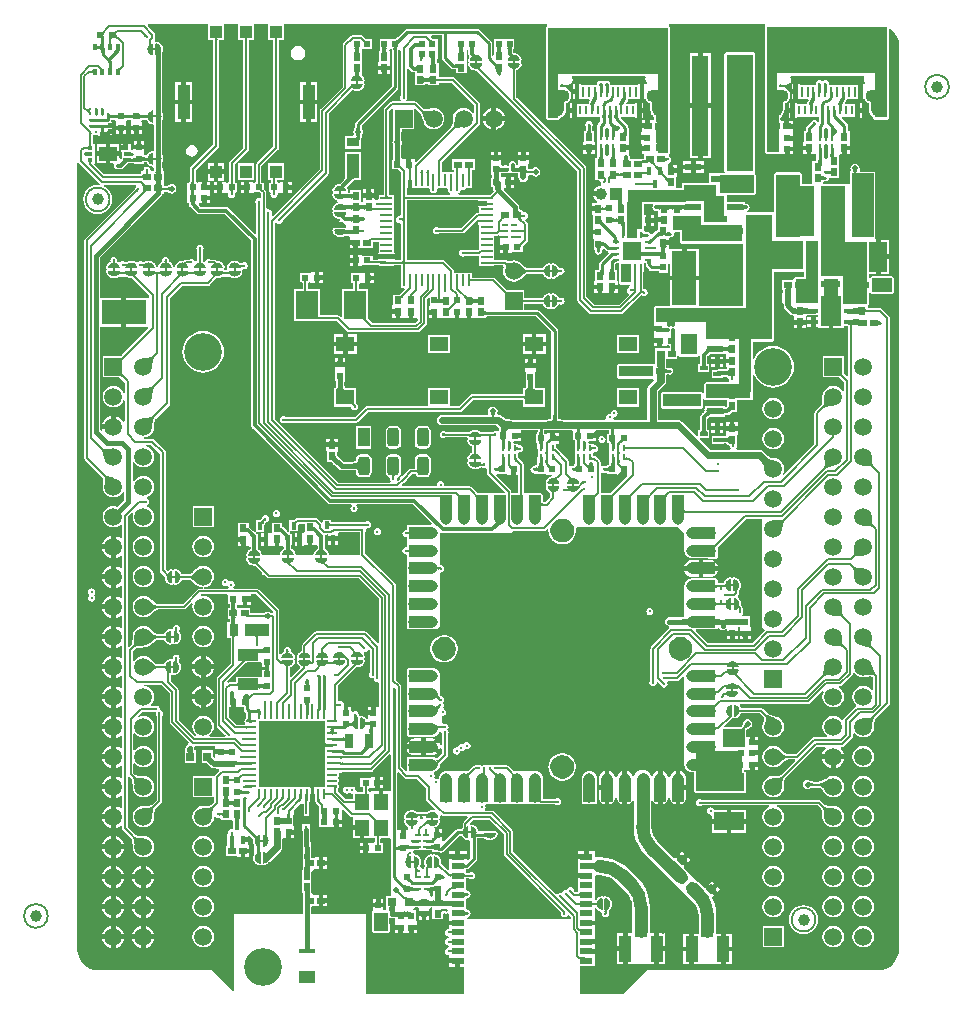
<source format=gtl>
G04*
G04 #@! TF.GenerationSoftware,Altium Limited,Altium Designer,19.0.15 (446)*
G04*
G04 Layer_Physical_Order=1*
G04 Layer_Color=255*
%FSLAX44Y44*%
%MOMM*%
G71*
G01*
G75*
%ADD10C,0.1500*%
%ADD11C,1.0000*%
%ADD12C,0.1524*%
%ADD13C,0.3000*%
%ADD14C,0.2000*%
%ADD15C,0.2500*%
%ADD16C,1.1000*%
%ADD17R,1.9000X2.4000*%
%ADD18R,1.4000X0.4000*%
%ADD19R,1.4000X1.0000*%
%ADD20R,0.2000X0.2000*%
%ADD21O,2.5000X1.0000*%
%ADD22O,1.0000X2.5000*%
%ADD23R,1.2000X1.4000*%
%ADD24C,0.2000*%
%ADD25R,2.1000X4.5500*%
%ADD26R,1.5000X2.5000*%
%ADD27R,0.6000X0.5000*%
%ADD28R,1.0000X1.1000*%
%ADD29R,1.0000X3.0000*%
%ADD30R,1.1000X0.8000*%
%ADD31R,1.1000X2.1000*%
%ADD32R,0.6000X0.5000*%
%ADD33R,0.8500X0.7000*%
%ADD34R,0.7500X1.3000*%
%ADD35R,0.6500X0.8000*%
%ADD36R,1.0500X2.2000*%
%ADD37R,1.0000X1.0500*%
%ADD38R,1.4000X0.6000*%
%ADD39R,0.4000X0.6500*%
%ADD40R,1.5500X1.3000*%
%ADD41R,1.0000X1.6000*%
G04:AMPARAMS|DCode=42|XSize=1mm|YSize=1.6mm|CornerRadius=0.25mm|HoleSize=0mm|Usage=FLASHONLY|Rotation=0.000|XOffset=0mm|YOffset=0mm|HoleType=Round|Shape=RoundedRectangle|*
%AMROUNDEDRECTD42*
21,1,1.0000,1.1000,0,0,0.0*
21,1,0.5000,1.6000,0,0,0.0*
1,1,0.5000,0.2500,-0.5500*
1,1,0.5000,-0.2500,-0.5500*
1,1,0.5000,-0.2500,0.5500*
1,1,0.5000,0.2500,0.5500*
%
%ADD42ROUNDEDRECTD42*%
%ADD43R,3.8000X2.0300*%
%ADD44R,1.1000X0.6000*%
%ADD45O,0.8500X0.2500*%
%ADD46O,0.2500X0.8500*%
%ADD47R,5.6000X5.6000*%
%ADD48R,1.5000X1.5000*%
%ADD49R,0.2500X0.5000*%
%ADD50R,0.5000X0.2500*%
%ADD51R,1.7500X2.5000*%
%ADD52R,0.7000X0.4500*%
%ADD53C,0.2200*%
%ADD54R,0.2750X0.2500*%
%ADD55R,0.2500X0.2750*%
%ADD56R,1.5000X1.2000*%
%ADD57R,0.4000X0.3000*%
%ADD58R,0.3500X0.5000*%
%ADD59R,0.2500X0.6500*%
%ADD60R,0.2000X1.0000*%
%ADD61R,1.0000X0.2000*%
%ADD62R,0.5250X0.2500*%
%ADD63R,1.8000X1.0000*%
%ADD64R,1.4000X8.5000*%
%ADD65R,0.2700X0.8000*%
%ADD66R,0.2700X0.9000*%
%ADD67R,0.6000X0.6500*%
%ADD68R,0.6500X0.4000*%
%ADD69C,0.5000*%
%ADD70R,0.6500X0.6000*%
%ADD71R,0.5000X0.6000*%
%ADD72R,0.8000X1.1000*%
%ADD73R,2.1000X1.1000*%
%ADD74R,2.5000X1.5000*%
%ADD75R,0.8000X0.6500*%
%ADD76R,0.2500X0.5250*%
G04:AMPARAMS|DCode=77|XSize=0.6mm|YSize=0.65mm|CornerRadius=0mm|HoleSize=0mm|Usage=FLASHONLY|Rotation=135.000|XOffset=0mm|YOffset=0mm|HoleType=Round|Shape=Rectangle|*
%AMROTATEDRECTD77*
4,1,4,0.4419,0.0177,-0.0177,-0.4419,-0.4419,-0.0177,0.0177,0.4419,0.4419,0.0177,0.0*
%
%ADD77ROTATEDRECTD77*%

G04:AMPARAMS|DCode=78|XSize=0.6mm|YSize=0.65mm|CornerRadius=0mm|HoleSize=0mm|Usage=FLASHONLY|Rotation=225.000|XOffset=0mm|YOffset=0mm|HoleType=Round|Shape=Rectangle|*
%AMROTATEDRECTD78*
4,1,4,-0.0177,0.4419,0.4419,-0.0177,0.0177,-0.4419,-0.4419,0.0177,-0.0177,0.4419,0.0*
%
%ADD78ROTATEDRECTD78*%

%ADD79R,0.5000X0.6000*%
%ADD80C,0.4000*%
%ADD81C,0.2032*%
%ADD82C,0.6000*%
%ADD83C,0.5000*%
%ADD84C,0.4500*%
%ADD85C,0.2700*%
%ADD86C,0.1530*%
%ADD87R,0.6250X1.0000*%
%ADD88R,0.6250X1.0000*%
%ADD89R,0.6250X1.0000*%
%ADD90R,0.6250X1.0000*%
%ADD91R,1.0000X0.5000*%
%ADD92R,1.1680X1.9490*%
%ADD93R,0.7799X1.6243*%
%ADD94R,0.4874X0.5500*%
%ADD95R,1.2475X0.7636*%
%ADD96R,0.8900X1.2088*%
%ADD97R,2.9000X0.9400*%
%ADD98R,1.6600X1.1700*%
%ADD99R,3.2000X1.0900*%
%ADD100R,1.1900X1.5800*%
%ADD101R,10.1600X3.9150*%
%ADD102R,0.8334X6.0400*%
%ADD103R,0.8600X8.3300*%
%ADD104R,0.8300X1.6200*%
%ADD105R,0.5330X2.4009*%
%ADD106R,0.8300X3.1600*%
%ADD107R,5.0100X1.0100*%
%ADD108R,1.0139X4.6400*%
%ADD109R,3.7800X1.2100*%
%ADD110R,3.9000X3.4850*%
%ADD111R,1.8300X1.5400*%
%ADD112R,1.4000X1.8100*%
%ADD113R,5.6300X1.8000*%
%ADD114R,2.3000X1.5200*%
%ADD115R,9.8500X1.2400*%
%ADD116R,2.8000X1.4300*%
%ADD117R,1.8000X2.3000*%
%ADD118R,2.3800X1.2250*%
%ADD119R,5.1900X1.4700*%
%ADD120R,2.9500X1.5100*%
%ADD121R,2.3100X9.9100*%
%ADD122R,1.0200X6.0400*%
%ADD123R,10.1600X3.9800*%
%ADD124R,1.4200X4.3000*%
%ADD125R,2.0100X5.2700*%
%ADD126R,1.8600X5.3800*%
%ADD127R,1.3050X2.0818*%
%ADD128R,1.1000X5.3380*%
%ADD129R,2.9000X2.4779*%
%ADD130R,2.3000X7.6963*%
%ADD131R,2.1000X7.6426*%
%ADD132R,2.0000X5.2557*%
%ADD133R,0.7026X0.6000*%
%ADD134C,1.5000*%
%ADD135R,1.0000X1.0000*%
%ADD136O,1.4500X1.1000*%
%ADD137O,1.2000X2.3000*%
%ADD138O,1.3000X2.6000*%
%ADD139R,1.5000X1.5000*%
%ADD140C,3.2000*%
%ADD141C,0.3000*%
G36*
X290084Y1070369D02*
X289797Y1070080D01*
X288732Y1068865D01*
X288832Y1068636D01*
X288995Y1068345D01*
X289202Y1068039D01*
X289453Y1067718D01*
X289746Y1067382D01*
X290084Y1067030D01*
X289970Y1064316D01*
X289501Y1064771D01*
X288688Y1065471D01*
X288343Y1065717D01*
X288039Y1065893D01*
X287777Y1066000D01*
X287556Y1066037D01*
X287377Y1066004D01*
X287238Y1065902D01*
X287141Y1065730D01*
X288392Y1069109D01*
X287309Y1070669D01*
X287342Y1070656D01*
X287401Y1070672D01*
X287485Y1070720D01*
X287595Y1070798D01*
X287731Y1070906D01*
X288291Y1071415D01*
X288793Y1071907D01*
X290084Y1070369D01*
D02*
G37*
G36*
X280084Y1070669D02*
X279688Y1070259D01*
X279066Y1069524D01*
X278839Y1069199D01*
X278670Y1068902D01*
X278557Y1068633D01*
X278500Y1068393D01*
Y1068180D01*
X278557Y1067997D01*
X278670Y1067841D01*
X275841Y1070669D01*
X275997Y1070556D01*
X276181Y1070500D01*
X276393D01*
X276633Y1070556D01*
X276902Y1070669D01*
X277199Y1070839D01*
X277524Y1071065D01*
X277878Y1071348D01*
X278670Y1072084D01*
X280084Y1070669D01*
D02*
G37*
G36*
X314885Y1067898D02*
X313400Y1066413D01*
X313393Y1066432D01*
X313375Y1066463D01*
X313343Y1066506D01*
X313242Y1066624D01*
X312886Y1066996D01*
X312766Y1067118D01*
X314180Y1068532D01*
X314885Y1067898D01*
D02*
G37*
G36*
X285760Y1065739D02*
X285590Y1065677D01*
X285440Y1065574D01*
X285310Y1065432D01*
X285200Y1065249D01*
X285110Y1065025D01*
X285040Y1064762D01*
X284990Y1064458D01*
X284960Y1064115D01*
X284950Y1063730D01*
X282950D01*
X282948Y1064110D01*
X282871Y1065410D01*
X282843Y1065550D01*
X282810Y1065650D01*
X282773Y1065710D01*
X282731Y1065730D01*
X285950Y1065761D01*
X285760Y1065739D01*
D02*
G37*
G36*
X425858Y1064830D02*
X425730Y1064785D01*
X425618Y1064710D01*
X425520Y1064605D01*
X425438Y1064470D01*
X425370Y1064305D01*
X425318Y1064110D01*
X425280Y1063885D01*
X425258Y1063630D01*
X425250Y1063345D01*
X423750D01*
X423743Y1063630D01*
X423720Y1063885D01*
X423683Y1064110D01*
X423630Y1064305D01*
X423563Y1064470D01*
X423480Y1064605D01*
X423383Y1064710D01*
X423270Y1064785D01*
X423143Y1064830D01*
X423000Y1064845D01*
X426000D01*
X425858Y1064830D01*
D02*
G37*
G36*
X400458D02*
X400330Y1064785D01*
X400218Y1064710D01*
X400120Y1064605D01*
X400038Y1064470D01*
X399970Y1064305D01*
X399918Y1064110D01*
X399880Y1063885D01*
X399858Y1063630D01*
X399850Y1063345D01*
X398350D01*
X398343Y1063630D01*
X398320Y1063885D01*
X398283Y1064110D01*
X398230Y1064305D01*
X398163Y1064470D01*
X398080Y1064605D01*
X397983Y1064710D01*
X397870Y1064785D01*
X397743Y1064830D01*
X397600Y1064845D01*
X400600D01*
X400458Y1064830D01*
D02*
G37*
G36*
X278670Y1065730D02*
X278700Y1063230D01*
X276200D01*
X276188Y1063709D01*
X276150Y1064138D01*
X276088Y1064517D01*
X276000Y1064845D01*
X275888Y1065123D01*
X275750Y1065351D01*
X275588Y1065529D01*
X275400Y1065656D01*
X275188Y1065734D01*
X274950Y1065761D01*
X278670Y1065730D01*
D02*
G37*
G36*
X529437Y1062669D02*
X528962Y1062176D01*
X528208Y1061283D01*
X527929Y1060883D01*
X527716Y1060514D01*
X527570Y1060176D01*
X527488Y1059869D01*
X527473Y1059593D01*
X527523Y1059348D01*
X527639Y1059134D01*
X524634Y1063139D01*
X524804Y1062978D01*
X525014Y1062893D01*
X525265Y1062884D01*
X525557Y1062950D01*
X525891Y1063092D01*
X526264Y1063310D01*
X526679Y1063603D01*
X527135Y1063972D01*
X528170Y1064937D01*
X529437Y1062669D01*
D02*
G37*
G36*
X375510Y1064825D02*
X375340Y1064765D01*
X375190Y1064665D01*
X375060Y1064525D01*
X374950Y1064345D01*
X374860Y1064125D01*
X374790Y1063865D01*
X374740Y1063565D01*
X374710Y1063225D01*
X374700Y1062845D01*
X372700D01*
X372690Y1063225D01*
X372660Y1063565D01*
X372610Y1063865D01*
X372540Y1064125D01*
X372450Y1064345D01*
X372340Y1064525D01*
X372210Y1064665D01*
X372060Y1064765D01*
X371890Y1064825D01*
X371700Y1064845D01*
X375700D01*
X375510Y1064825D01*
D02*
G37*
G36*
X555175Y1064233D02*
X555850Y1063668D01*
X556160Y1063455D01*
X556452Y1063288D01*
X556726Y1063166D01*
X556981Y1063091D01*
X557219Y1063061D01*
X557438Y1063077D01*
X557639Y1063139D01*
X553761Y1061421D01*
X553919Y1061525D01*
X554010Y1061670D01*
X554034Y1061854D01*
X553990Y1062077D01*
X553879Y1062340D01*
X553701Y1062643D01*
X553456Y1062985D01*
X553143Y1063367D01*
X552317Y1064249D01*
X554810Y1064584D01*
X555175Y1064233D01*
D02*
G37*
G36*
X499017Y1063911D02*
X499598Y1063414D01*
X499850Y1063237D01*
X500075Y1063107D01*
X500274Y1063025D01*
X500447Y1062990D01*
X500593Y1063002D01*
X500714Y1063062D01*
X500808Y1063169D01*
X499187Y1060548D01*
X499249Y1060687D01*
X499274Y1060843D01*
X499261Y1061014D01*
X499211Y1061202D01*
X499124Y1061406D01*
X498999Y1061626D01*
X498837Y1061863D01*
X498638Y1062115D01*
X498400Y1062384D01*
X498126Y1062670D01*
X498687Y1064230D01*
X499017Y1063911D01*
D02*
G37*
G36*
X284957Y1061539D02*
X285015Y1060900D01*
X285065Y1060639D01*
X285130Y1060419D01*
X285209Y1060239D01*
X285303Y1060099D01*
X285411Y1059999D01*
X285533Y1059939D01*
X285670Y1059919D01*
X282231D01*
X282367Y1059939D01*
X282490Y1059999D01*
X282598Y1060099D01*
X282691Y1060239D01*
X282770Y1060419D01*
X282835Y1060639D01*
X282885Y1060900D01*
X282922Y1061199D01*
X282943Y1061539D01*
X282950Y1061919D01*
X284950D01*
X284957Y1061539D01*
D02*
G37*
G36*
X278705Y1061944D02*
X278775Y1060819D01*
X278818Y1060544D01*
X278869Y1060319D01*
X278930Y1060144D01*
X279001Y1060019D01*
X279081Y1059944D01*
X279170Y1059919D01*
X275731D01*
X275820Y1059944D01*
X275900Y1060019D01*
X275970Y1060144D01*
X276031Y1060319D01*
X276083Y1060544D01*
X276125Y1060819D01*
X276182Y1061519D01*
X276200Y1062419D01*
X278700D01*
X278705Y1061944D01*
D02*
G37*
G36*
X275731Y1054980D02*
X279170D01*
X279109Y1054955D01*
X279055Y1054880D01*
X279007Y1054755D01*
X278965Y1054580D01*
X278930Y1054355D01*
X278879Y1053755D01*
X278853Y1052955D01*
X278850Y1052480D01*
X276350D01*
X276344Y1052955D01*
X276251Y1054080D01*
X276195Y1054355D01*
X276127Y1054580D01*
X276047Y1054755D01*
X275954Y1054880D01*
X275848Y1054955D01*
X275731Y1054980D01*
X275706Y1055212D01*
X275631Y1055419D01*
X275506Y1055602D01*
X275331Y1055761D01*
X275106Y1055895D01*
X274831Y1056005D01*
X274506Y1056090D01*
X274200Y1056140D01*
X273895Y1056090D01*
X273570Y1056005D01*
X273295Y1055895D01*
X273070Y1055761D01*
X272895Y1055602D01*
X272770Y1055419D01*
X272695Y1055212D01*
X272670Y1054980D01*
Y1059919D01*
X272695Y1059688D01*
X272770Y1059480D01*
X272895Y1059297D01*
X273070Y1059139D01*
X273295Y1059005D01*
X273570Y1058895D01*
X273895Y1058810D01*
X274200Y1058760D01*
X274506Y1058810D01*
X274831Y1058895D01*
X275106Y1059005D01*
X275331Y1059139D01*
X275506Y1059297D01*
X275631Y1059480D01*
X275706Y1059688D01*
X275731Y1059919D01*
Y1054980D01*
D02*
G37*
G36*
X544731Y1058230D02*
X542100Y1058200D01*
Y1061200D01*
X542604Y1061211D01*
X543055Y1061245D01*
X543454Y1061302D01*
X543799Y1061381D01*
X544092Y1061483D01*
X544331Y1061607D01*
X544518Y1061754D01*
X544652Y1061924D01*
X544733Y1062116D01*
X544761Y1062330D01*
X544731Y1058230D01*
D02*
G37*
G36*
X527438Y1057205D02*
X527231Y1057130D01*
X527048Y1057005D01*
X526889Y1056830D01*
X526755Y1056605D01*
X526645Y1056330D01*
X526560Y1056005D01*
X526499Y1055630D01*
X526462Y1055205D01*
X526450Y1054730D01*
X523950D01*
X523938Y1055205D01*
X523901Y1055630D01*
X523840Y1056005D01*
X523755Y1056330D01*
X523645Y1056605D01*
X523511Y1056830D01*
X523353Y1057005D01*
X523170Y1057130D01*
X522962Y1057205D01*
X522731Y1057230D01*
X527670D01*
X527438Y1057205D01*
D02*
G37*
G36*
X624407Y1057200D02*
X624242Y1057110D01*
X624096Y1056960D01*
X623970Y1056750D01*
X623864Y1056480D01*
X623776Y1056150D01*
X623708Y1055760D01*
X623660Y1055310D01*
X623621Y1054230D01*
X620621D01*
X620611Y1054800D01*
X620534Y1055760D01*
X620466Y1056150D01*
X620379Y1056480D01*
X620272Y1056750D01*
X620146Y1056960D01*
X620001Y1057110D01*
X619836Y1057200D01*
X619652Y1057230D01*
X624591D01*
X624407Y1057200D01*
D02*
G37*
G36*
X592486D02*
X592321Y1057110D01*
X592175Y1056960D01*
X592049Y1056750D01*
X591943Y1056480D01*
X591855Y1056150D01*
X591787Y1055760D01*
X591739Y1055310D01*
X591700Y1054230D01*
X588700D01*
X588690Y1054800D01*
X588613Y1055760D01*
X588545Y1056150D01*
X588458Y1056480D01*
X588351Y1056750D01*
X588225Y1056960D01*
X588080Y1057110D01*
X587915Y1057200D01*
X587731Y1057230D01*
X592670D01*
X592486Y1057200D01*
D02*
G37*
G36*
X615406D02*
X615242Y1057110D01*
X615096Y1056960D01*
X614970Y1056750D01*
X614864Y1056480D01*
X614776Y1056150D01*
X614709Y1055760D01*
X614660Y1055310D01*
X614656Y1055212D01*
X614680Y1054940D01*
X614753Y1054490D01*
X614856Y1054100D01*
X614989Y1053770D01*
X615150Y1053500D01*
X615341Y1053290D01*
X615562Y1053140D01*
X615812Y1053050D01*
X616091Y1053020D01*
X610152D01*
X610431Y1053050D01*
X610681Y1053140D01*
X610901Y1053290D01*
X611092Y1053500D01*
X611254Y1053770D01*
X611386Y1054100D01*
X611489Y1054490D01*
X611562Y1054940D01*
X611582Y1055166D01*
X611534Y1055760D01*
X611466Y1056150D01*
X611379Y1056480D01*
X611272Y1056750D01*
X611146Y1056960D01*
X611001Y1057110D01*
X610836Y1057200D01*
X610652Y1057230D01*
X615591D01*
X615406Y1057200D01*
D02*
G37*
G36*
X583486D02*
X583321Y1057110D01*
X583175Y1056960D01*
X583049Y1056750D01*
X582943Y1056480D01*
X582855Y1056150D01*
X582788Y1055760D01*
X582739Y1055310D01*
X582732Y1055114D01*
X582759Y1054801D01*
X582832Y1054351D01*
X582935Y1053961D01*
X583068Y1053631D01*
X583229Y1053361D01*
X583420Y1053151D01*
X583641Y1053001D01*
X583891Y1052911D01*
X584170Y1052881D01*
X578231D01*
X578510Y1052911D01*
X578760Y1053001D01*
X578980Y1053151D01*
X579171Y1053361D01*
X579333Y1053631D01*
X579465Y1053961D01*
X579568Y1054351D01*
X579641Y1054801D01*
X579667Y1055094D01*
X579613Y1055760D01*
X579545Y1056150D01*
X579458Y1056480D01*
X579351Y1056750D01*
X579225Y1056960D01*
X579080Y1057110D01*
X578915Y1057200D01*
X578731Y1057230D01*
X583670D01*
X583486Y1057200D01*
D02*
G37*
G36*
X518486D02*
X518321Y1057110D01*
X518175Y1056960D01*
X518049Y1056750D01*
X517943Y1056480D01*
X517855Y1056150D01*
X517788Y1055760D01*
X517739Y1055310D01*
X517724Y1054898D01*
X517754Y1054518D01*
X517822Y1054068D01*
X517917Y1053678D01*
X518039Y1053348D01*
X518188Y1053078D01*
X518364Y1052868D01*
X518568Y1052718D01*
X518798Y1052628D01*
X519055Y1052598D01*
X513200Y1052568D01*
X513485Y1052600D01*
X513740Y1052692D01*
X513965Y1052844D01*
X514160Y1053056D01*
X514325Y1053329D01*
X514460Y1053663D01*
X514565Y1054056D01*
X514640Y1054510D01*
X514679Y1054948D01*
X514613Y1055760D01*
X514545Y1056150D01*
X514458Y1056480D01*
X514351Y1056750D01*
X514225Y1056960D01*
X514080Y1057110D01*
X513915Y1057200D01*
X513731Y1057230D01*
X518670D01*
X518486Y1057200D01*
D02*
G37*
G36*
X494935D02*
X494764Y1057110D01*
X494613Y1056960D01*
X494483Y1056750D01*
X494372Y1056480D01*
X494282Y1056150D01*
X494212Y1055760D01*
X494161Y1055310D01*
X494146Y1054902D01*
X494178Y1054518D01*
X494250Y1054068D01*
X494351Y1053678D01*
X494480Y1053348D01*
X494637Y1053078D01*
X494824Y1052868D01*
X495039Y1052718D01*
X495283Y1052628D01*
X495555Y1052598D01*
X489621Y1052568D01*
X489906Y1052600D01*
X490161Y1052691D01*
X490386Y1052844D01*
X490581Y1053056D01*
X490746Y1053329D01*
X490881Y1053662D01*
X490986Y1054056D01*
X491061Y1054510D01*
X491100Y1054953D01*
X491037Y1055760D01*
X490971Y1056150D01*
X490887Y1056480D01*
X490785Y1056750D01*
X490663Y1056960D01*
X490523Y1057110D01*
X490364Y1057200D01*
X490187Y1057230D01*
X495126D01*
X494935Y1057200D01*
D02*
G37*
G36*
X292170Y1054980D02*
X292101Y1054954D01*
X291984Y1054874D01*
X291818Y1054742D01*
X291029Y1054026D01*
X289297Y1052329D01*
X286963Y1053531D01*
X287499Y1054083D01*
X288333Y1055057D01*
X288631Y1055477D01*
X288851Y1055852D01*
X288991Y1056184D01*
X289052Y1056471D01*
X289034Y1056714D01*
X288937Y1056912D01*
X288761Y1057066D01*
X292170Y1054980D01*
D02*
G37*
G36*
X324284Y1060470D02*
X324929Y1060042D01*
X325665Y1059305D01*
X326199Y1058721D01*
X326783Y1057730D01*
X327062Y1056790D01*
X327012Y1054581D01*
X326758Y1053869D01*
X325919Y1052498D01*
X325081Y1051685D01*
X324164Y1051110D01*
X323151Y1050796D01*
X322643Y1050974D01*
X322344Y1051500D01*
Y1060120D01*
X323100Y1060854D01*
X324284Y1060470D01*
D02*
G37*
G36*
X320001Y1060626D02*
X320300Y1060100D01*
Y1051480D01*
X319544Y1050745D01*
X318360Y1051130D01*
X317715Y1051558D01*
X316979Y1052295D01*
X316445Y1052879D01*
X315861Y1053869D01*
X315582Y1054809D01*
X315632Y1057019D01*
X315886Y1057730D01*
X316725Y1059102D01*
X317563Y1059915D01*
X318480Y1060490D01*
X319493Y1060804D01*
X320001Y1060626D01*
D02*
G37*
G36*
X549350Y1049210D02*
X549180Y1049150D01*
X549030Y1049050D01*
X548900Y1048910D01*
X548790Y1048730D01*
X548700Y1048511D01*
X548630Y1048250D01*
X548590Y1048006D01*
X548590Y1047991D01*
X548587D01*
X548580Y1047950D01*
X548550Y1047610D01*
X548540Y1047230D01*
X546540D01*
X546530Y1047610D01*
X546500Y1047950D01*
X546493Y1047991D01*
X546490D01*
X546493Y1047996D01*
X546450Y1048250D01*
X546380Y1048511D01*
X546290Y1048730D01*
X546180Y1048910D01*
X546050Y1049050D01*
X545900Y1049150D01*
X545730Y1049210D01*
X545540Y1049230D01*
X549540D01*
X549350Y1049210D01*
D02*
G37*
G36*
X559486Y1049200D02*
X559321Y1049110D01*
X559175Y1048960D01*
X559049Y1048750D01*
X558943Y1048480D01*
X558855Y1048150D01*
X558787Y1047760D01*
X558739Y1047310D01*
X558700Y1046230D01*
X555700D01*
X555685Y1046800D01*
X555640Y1047310D01*
X555565Y1047760D01*
X555460Y1048150D01*
X555325Y1048480D01*
X555160Y1048750D01*
X554965Y1048960D01*
X554740Y1049110D01*
X554485Y1049200D01*
X554200Y1049230D01*
X559670D01*
X559486Y1049200D01*
D02*
G37*
G36*
X626919Y1050890D02*
X627631Y1050636D01*
X629002Y1049797D01*
X629815Y1048959D01*
X630390Y1048042D01*
X630704Y1047029D01*
X630526Y1046521D01*
X630000Y1046222D01*
X621380D01*
X620646Y1046978D01*
X621030Y1048162D01*
X621458Y1048807D01*
X622195Y1049543D01*
X622779Y1050077D01*
X623770Y1050661D01*
X624710Y1050940D01*
X626919Y1050890D01*
D02*
G37*
G36*
X594919D02*
X595631Y1050636D01*
X597002Y1049797D01*
X597815Y1048959D01*
X598390Y1048042D01*
X598704Y1047029D01*
X598526Y1046521D01*
X598000Y1046222D01*
X589380D01*
X588646Y1046978D01*
X589030Y1048162D01*
X589458Y1048807D01*
X590195Y1049543D01*
X590779Y1050077D01*
X591770Y1050661D01*
X592710Y1050940D01*
X594919Y1050890D01*
D02*
G37*
G36*
X558715Y1045134D02*
X558760Y1044624D01*
X558835Y1044174D01*
X558940Y1043784D01*
X559075Y1043454D01*
X559240Y1043184D01*
X559435Y1042974D01*
X559660Y1042824D01*
X559915Y1042734D01*
X560200Y1042704D01*
X554731D01*
X554915Y1042734D01*
X555080Y1042824D01*
X555225Y1042974D01*
X555351Y1043184D01*
X555458Y1043454D01*
X555545Y1043784D01*
X555613Y1044174D01*
X555661Y1044624D01*
X555700Y1045704D01*
X558700D01*
X558715Y1045134D01*
D02*
G37*
G36*
X630755Y1043422D02*
X630370Y1042238D01*
X629942Y1041593D01*
X629205Y1040856D01*
X628621Y1040323D01*
X627631Y1039739D01*
X626691Y1039460D01*
X624481Y1039510D01*
X623770Y1039764D01*
X622398Y1040602D01*
X621585Y1041441D01*
X621010Y1042358D01*
X620696Y1043371D01*
X620874Y1043879D01*
X621400Y1044178D01*
X630020D01*
X630755Y1043422D01*
D02*
G37*
G36*
X598755D02*
X598370Y1042238D01*
X597942Y1041593D01*
X597205Y1040856D01*
X596621Y1040323D01*
X595631Y1039739D01*
X594691Y1039460D01*
X592481Y1039510D01*
X591770Y1039764D01*
X590398Y1040602D01*
X589585Y1041441D01*
X589010Y1042358D01*
X588696Y1043371D01*
X588874Y1043879D01*
X589400Y1044178D01*
X598020D01*
X598755Y1043422D01*
D02*
G37*
G36*
X285205Y1041444D02*
X285275Y1040320D01*
X285318Y1040044D01*
X285369Y1039819D01*
X285430Y1039644D01*
X285501Y1039520D01*
X285581Y1039445D01*
X285670Y1039419D01*
X282231D01*
X282320Y1039445D01*
X282400Y1039520D01*
X282470Y1039644D01*
X282531Y1039819D01*
X282583Y1040044D01*
X282625Y1040320D01*
X282682Y1041020D01*
X282700Y1041919D01*
X285200D01*
X285205Y1041444D01*
D02*
G37*
G36*
X578261Y1039250D02*
X578234Y1039487D01*
X578157Y1039700D01*
X578030Y1039887D01*
X577852Y1040050D01*
X577624Y1040187D01*
X577346Y1040300D01*
X577017Y1040387D01*
X576639Y1040450D01*
X576210Y1040487D01*
X575731Y1040500D01*
Y1043000D01*
X576206Y1043004D01*
X577606Y1043095D01*
X577831Y1043137D01*
X578006Y1043187D01*
X578131Y1043244D01*
X578206Y1043308D01*
X578231Y1043381D01*
X578261Y1039250D01*
D02*
G37*
G36*
X293584Y1039419D02*
X293185Y1039007D01*
X292557Y1038268D01*
X292327Y1037941D01*
X292155Y1037644D01*
X292038Y1037376D01*
X291979Y1037136D01*
X291976Y1036926D01*
X292029Y1036744D01*
X292139Y1036591D01*
X289341Y1039389D01*
X289494Y1039279D01*
X289676Y1039225D01*
X289886Y1039228D01*
X290126Y1039288D01*
X290394Y1039404D01*
X290692Y1039577D01*
X291018Y1039806D01*
X291373Y1040092D01*
X292170Y1040834D01*
X293584Y1039419D01*
D02*
G37*
G36*
X609818Y1044750D02*
X610793Y1043913D01*
X611214Y1043614D01*
X611590Y1043394D01*
X611921Y1043254D01*
X612208Y1043194D01*
X612449Y1043213D01*
X612646Y1043311D01*
X612798Y1043489D01*
X610182Y1039095D01*
X610281Y1039327D01*
X610318Y1039585D01*
X610293Y1039871D01*
X610206Y1040184D01*
X610057Y1040524D01*
X609846Y1040891D01*
X609573Y1041285D01*
X609239Y1041706D01*
X608842Y1042155D01*
X608384Y1042631D01*
X609263Y1045288D01*
X609818Y1044750D01*
D02*
G37*
G36*
X276567Y1040204D02*
X277089Y1039764D01*
X277326Y1039600D01*
X277546Y1039472D01*
X277750Y1039381D01*
X277938Y1039328D01*
X278109Y1039311D01*
X278264Y1039332D01*
X278402Y1039389D01*
X275761Y1037848D01*
X275867Y1037938D01*
X275926Y1038055D01*
X275936Y1038198D01*
X275899Y1038370D01*
X275814Y1038568D01*
X275681Y1038794D01*
X275500Y1039047D01*
X275271Y1039327D01*
X274670Y1039969D01*
X276281Y1040480D01*
X276567Y1040204D01*
D02*
G37*
G36*
X543361Y1036970D02*
X543336Y1037162D01*
X543259Y1037335D01*
X543132Y1037487D01*
X542954Y1037619D01*
X542725Y1037731D01*
X542445Y1037822D01*
X542114Y1037893D01*
X541732Y1037944D01*
X541299Y1037975D01*
X540815Y1037985D01*
Y1040985D01*
X541299Y1040995D01*
X542114Y1041076D01*
X542445Y1041147D01*
X542725Y1041239D01*
X542954Y1041350D01*
X543132Y1041482D01*
X543259Y1041635D01*
X543336Y1041807D01*
X543361Y1042000D01*
Y1036970D01*
D02*
G37*
G36*
X269231Y1035450D02*
X269216Y1035592D01*
X269171Y1035720D01*
X269096Y1035832D01*
X268991Y1035930D01*
X268856Y1036012D01*
X268691Y1036080D01*
X268496Y1036132D01*
X268271Y1036170D01*
X268016Y1036192D01*
X267731Y1036200D01*
Y1037700D01*
X268016Y1037707D01*
X268271Y1037730D01*
X268496Y1037767D01*
X268691Y1037820D01*
X268856Y1037887D01*
X268991Y1037970D01*
X269096Y1038067D01*
X269171Y1038180D01*
X269216Y1038307D01*
X269231Y1038450D01*
Y1035450D01*
D02*
G37*
G36*
X615287Y1037087D02*
X615095Y1037015D01*
X614925Y1036894D01*
X614778Y1036725D01*
X614654Y1036508D01*
X614552Y1036243D01*
X614473Y1035930D01*
X614416Y1035568D01*
X614383Y1035158D01*
X614371Y1034700D01*
X611871D01*
X611860Y1035158D01*
X611826Y1035568D01*
X611769Y1035930D01*
X611690Y1036243D01*
X611589Y1036508D01*
X611464Y1036725D01*
X611317Y1036894D01*
X611147Y1037015D01*
X610955Y1037087D01*
X610740Y1037111D01*
X615502D01*
X615287Y1037087D01*
D02*
G37*
G36*
X554761Y1026985D02*
X554731Y1027270D01*
X554640Y1027525D01*
X554488Y1027750D01*
X554276Y1027945D01*
X554004Y1028110D01*
X553670Y1028245D01*
X553276Y1028350D01*
X552822Y1028425D01*
X552307Y1028470D01*
X552000Y1028478D01*
X551694Y1028470D01*
X551179Y1028425D01*
X550724Y1028350D01*
X550330Y1028245D01*
X549997Y1028110D01*
X549724Y1027945D01*
X549512Y1027750D01*
X549361Y1027525D01*
X549270Y1027270D01*
X549239Y1026985D01*
Y1032985D01*
X549270Y1032700D01*
X549361Y1032445D01*
X549512Y1032220D01*
X549724Y1032025D01*
X549997Y1031860D01*
X550330Y1031725D01*
X550724Y1031620D01*
X551179Y1031545D01*
X551694Y1031500D01*
X552000Y1031492D01*
X552307Y1031500D01*
X552822Y1031545D01*
X553276Y1031620D01*
X553670Y1031725D01*
X554004Y1031860D01*
X554276Y1032025D01*
X554488Y1032220D01*
X554640Y1032445D01*
X554731Y1032700D01*
X554761Y1032985D01*
Y1026985D01*
D02*
G37*
G36*
X560655Y1031342D02*
X560700Y1031215D01*
X560777Y1031102D01*
X560884Y1031005D01*
X561022Y1030922D01*
X561190Y1030855D01*
X561389Y1030802D01*
X561619Y1030765D01*
X561879Y1030742D01*
X562170Y1030735D01*
Y1029235D01*
X561879Y1029227D01*
X561619Y1029205D01*
X561389Y1029167D01*
X561190Y1029115D01*
X561022Y1029047D01*
X560884Y1028965D01*
X560777Y1028867D01*
X560700Y1028755D01*
X560655Y1028627D01*
X560639Y1028485D01*
Y1029179D01*
X559183Y1029082D01*
X558989Y1029035D01*
X558849Y1028983D01*
X558760Y1028923D01*
Y1031046D01*
X558849Y1030987D01*
X558989Y1030934D01*
X559183Y1030887D01*
X559428Y1030847D01*
X560076Y1030785D01*
X560639Y1030765D01*
Y1031485D01*
X560655Y1031342D01*
D02*
G37*
G36*
X493919Y1033548D02*
X494631Y1033294D01*
X496002Y1032455D01*
X496815Y1031617D01*
X497390Y1030700D01*
X497704Y1029687D01*
X497526Y1029179D01*
X497000Y1028880D01*
X488380D01*
X487646Y1029636D01*
X488030Y1030820D01*
X488458Y1031465D01*
X489195Y1032201D01*
X489779Y1032735D01*
X490770Y1033319D01*
X491710Y1033598D01*
X493919Y1033548D01*
D02*
G37*
G36*
X890750Y1024480D02*
X888111D01*
X888124Y1024501D01*
X888136Y1024564D01*
X888146Y1024670D01*
X888169Y1025243D01*
X888180Y1026600D01*
X890680D01*
X890750Y1024480D01*
D02*
G37*
G36*
X885750D02*
X883111D01*
X883120Y1024501D01*
X883128Y1024564D01*
X883135Y1024670D01*
X883152Y1026192D01*
X883150Y1026594D01*
X885650Y1026606D01*
X885750Y1024480D01*
D02*
G37*
G36*
X705650D02*
X703011D01*
X703031Y1024498D01*
X703048Y1024555D01*
X703064Y1024649D01*
X703078Y1024781D01*
X703106Y1025403D01*
X703115Y1026365D01*
X705615D01*
X705650Y1024480D01*
D02*
G37*
G36*
X700650D02*
X698011D01*
X698021Y1024499D01*
X698030Y1024556D01*
X698038Y1024651D01*
X698060Y1025413D01*
X698065Y1026385D01*
X700565D01*
X700650Y1024480D01*
D02*
G37*
G36*
X497755Y1026080D02*
X497370Y1024896D01*
X496942Y1024251D01*
X496205Y1023515D01*
X495621Y1022981D01*
X494631Y1022397D01*
X493691Y1022118D01*
X491481Y1022168D01*
X490770Y1022422D01*
X489398Y1023261D01*
X488585Y1024099D01*
X488010Y1025016D01*
X487696Y1026029D01*
X487874Y1026537D01*
X488400Y1026836D01*
X497020D01*
X497755Y1026080D01*
D02*
G37*
G36*
X533550Y1016071D02*
X531450D01*
X531460Y1016089D01*
X531468Y1016125D01*
X531476Y1016177D01*
X531488Y1016332D01*
X531500Y1016847D01*
X531500Y1017018D01*
X533500D01*
X533550Y1016071D01*
D02*
G37*
G36*
X720647Y1015525D02*
X720644Y1015477D01*
X720644Y1014519D01*
X720650Y1013944D01*
X718150Y1013915D01*
X718146Y1014224D01*
X718055Y1015475D01*
X718034Y1015524D01*
X718011Y1015540D01*
X720650D01*
X720647Y1015525D01*
D02*
G37*
G36*
X695632Y1015524D02*
X695617Y1015475D01*
X695602Y1015392D01*
X695590Y1015277D01*
X695563Y1014734D01*
X695550Y1013894D01*
X693050Y1013906D01*
X693011Y1015540D01*
X695650D01*
X695632Y1015524D01*
D02*
G37*
G36*
X838689Y1075553D02*
X838377Y1074800D01*
Y1052100D01*
Y1035000D01*
Y968800D01*
X838852Y967652D01*
X840000Y967176D01*
X848600D01*
X848899Y967300D01*
X851337D01*
X852400Y966800D01*
X852963Y966800D01*
X855400D01*
Y971300D01*
X857400D01*
Y973300D01*
X862400D01*
Y974730D01*
X862400Y976000D01*
X862400Y977070D01*
Y978500D01*
X857400D01*
Y982500D01*
X862400D01*
Y984333D01*
X862400Y985000D01*
X862150Y986166D01*
Y988500D01*
X856900D01*
Y990500D01*
X854900D01*
Y995500D01*
X852009D01*
X851386Y996660D01*
X851407Y996986D01*
X851505Y997800D01*
X851635Y998460D01*
X851735Y998796D01*
X852849Y999651D01*
X852997Y999844D01*
X853059Y999868D01*
X853108Y999982D01*
X853214Y1000043D01*
X853249Y1000172D01*
X854052Y1001218D01*
X854807Y1003042D01*
X855065Y1005000D01*
Y1010181D01*
X856040Y1010585D01*
X857503Y1011708D01*
X858625Y1013170D01*
X859330Y1014873D01*
X859571Y1016700D01*
X859330Y1018527D01*
X858625Y1020230D01*
X857503Y1021692D01*
X856040Y1022814D01*
X854338Y1023520D01*
X852510Y1023760D01*
X850224D01*
Y1025514D01*
X851188Y1026029D01*
X851494Y1026061D01*
X852950Y1025772D01*
X856450D01*
X858011Y1026082D01*
X859334Y1026966D01*
X860218Y1028289D01*
X860529Y1029850D01*
X860218Y1031411D01*
X859753Y1032106D01*
X860432Y1033376D01*
X921863D01*
X922314Y1032533D01*
X922432Y1032106D01*
X922112Y1030500D01*
X922461Y1028744D01*
X923230Y1027594D01*
X922460Y1026510D01*
X921430D01*
Y1020010D01*
Y1013510D01*
X922635D01*
X922776Y1013170D01*
X923898Y1011708D01*
X925360Y1010585D01*
X926336Y1010181D01*
Y1005000D01*
X926593Y1003042D01*
X927349Y1001218D01*
X928551Y999651D01*
X929777Y998710D01*
Y998000D01*
X930252Y996852D01*
X931400Y996376D01*
X941600D01*
X942748Y996852D01*
X943224Y998000D01*
Y1058400D01*
Y1072734D01*
X944494Y1073335D01*
X946604Y1071603D01*
X948820Y1068902D01*
X950467Y1065821D01*
X951482Y1062477D01*
X951824Y1059003D01*
X951823Y1059000D01*
X951823Y294000D01*
X951824Y293998D01*
X951482Y290523D01*
X950467Y287179D01*
X948820Y284098D01*
X946604Y281397D01*
X943903Y279180D01*
X940821Y277533D01*
X937477Y276519D01*
X934003Y276176D01*
X934000Y276177D01*
X739000D01*
X738167Y276011D01*
X737461Y275539D01*
X737461Y275539D01*
X718099Y256177D01*
X681700D01*
Y279700D01*
X694200D01*
Y287200D01*
X694700D01*
Y290200D01*
X687200D01*
Y294200D01*
X694700D01*
Y295200D01*
Y298200D01*
X687200D01*
Y302200D01*
X694700D01*
Y305200D01*
X694200D01*
Y311200D01*
X694700D01*
Y314200D01*
X687200D01*
Y318200D01*
X694700D01*
Y321200D01*
X694200D01*
Y328184D01*
X694690Y328431D01*
X695879Y328184D01*
X696035Y328013D01*
X696492Y327416D01*
X696925Y327085D01*
X697199Y326810D01*
X697355Y326745D01*
X697450Y326605D01*
X698095Y326177D01*
X698318Y326133D01*
X698491Y325986D01*
X699307Y325721D01*
X699707Y325538D01*
X700217Y324548D01*
X700230Y324347D01*
X700171Y324050D01*
X700404Y322879D01*
X701067Y321887D01*
X702059Y321224D01*
X703230Y320991D01*
X704400Y321224D01*
X705393Y321887D01*
X706056Y322879D01*
X706289Y324050D01*
X706056Y325220D01*
X706036Y325250D01*
X706045Y325837D01*
X706336Y326920D01*
X706621Y327196D01*
X706908Y327416D01*
X707082Y327643D01*
X707174Y327732D01*
X707204Y327803D01*
X707352Y327995D01*
X707429Y328051D01*
X707562Y328268D01*
X707983Y328817D01*
X708164Y329253D01*
X708267Y329423D01*
X708288Y329553D01*
X708314Y329617D01*
X708411Y329724D01*
X708665Y330435D01*
X708663Y330478D01*
X708709Y330830D01*
X708759Y330943D01*
X708766Y331266D01*
X708889Y332200D01*
X708803Y332856D01*
X708810Y333153D01*
X708740Y333333D01*
X708723Y333463D01*
X708743Y333653D01*
X708662Y333924D01*
X708659Y333951D01*
X708643Y333988D01*
X708464Y334593D01*
X708334Y334752D01*
X708306Y334955D01*
X708094Y335313D01*
X707983Y335582D01*
X707779Y335848D01*
X707721Y335946D01*
X707681Y335976D01*
X707544Y336154D01*
X707522Y336216D01*
X707366Y336387D01*
X706908Y336983D01*
X706476Y337315D01*
X706201Y337590D01*
X706045Y337654D01*
X705951Y337794D01*
X705306Y338223D01*
X705082Y338266D01*
X704910Y338414D01*
X703726Y338799D01*
X703477Y338779D01*
X703248Y338878D01*
X702932Y338752D01*
X702798Y338726D01*
X702487Y338701D01*
X702449Y338656D01*
X702347Y338636D01*
X701700Y338204D01*
X701171Y338557D01*
X701170Y338558D01*
X701169Y338559D01*
X701053Y338636D01*
X700809Y338685D01*
X700662Y338736D01*
X700574Y338731D01*
X700171Y338812D01*
X699808Y338740D01*
X699645Y338755D01*
X699601Y338741D01*
X699596Y338744D01*
X699525Y338734D01*
X699396Y338681D01*
X698632Y338441D01*
X698465Y338302D01*
X698250Y338266D01*
X697971Y338091D01*
X697894Y338059D01*
X697776Y337968D01*
X697333Y337690D01*
X697235Y337553D01*
X697221Y337542D01*
X697065Y337480D01*
X696779Y337204D01*
X696492Y336983D01*
X696318Y336757D01*
X696227Y336668D01*
X696196Y336597D01*
X696048Y336405D01*
X695972Y336349D01*
X695839Y336132D01*
X695470Y335651D01*
X695338Y335643D01*
X694200Y336216D01*
Y343700D01*
Y351200D01*
X694700D01*
Y356027D01*
X695634Y356887D01*
X697046Y356771D01*
X697350Y356745D01*
X698539Y356635D01*
X698539Y356635D01*
X699766Y356531D01*
X702326Y356293D01*
X705968Y355189D01*
X709400Y353300D01*
X712160Y351067D01*
X712243Y350959D01*
X720612Y342590D01*
X720694Y342527D01*
X722850Y339901D01*
X724500Y336813D01*
X725516Y333463D01*
X725849Y330082D01*
X725835Y329979D01*
Y309400D01*
X725791Y307200D01*
X722100D01*
Y294200D01*
Y281200D01*
X744700D01*
Y294200D01*
Y307200D01*
X741212D01*
X740965Y309400D01*
X741002Y329979D01*
X740596Y335141D01*
X739387Y340177D01*
X737405Y344961D01*
X734699Y349377D01*
X731336Y353315D01*
X731336Y353315D01*
X730415Y354190D01*
X722971Y361687D01*
X718848Y365208D01*
X714225Y368041D01*
X714139Y368076D01*
X714100Y368100D01*
X709216Y370115D01*
X703944Y371381D01*
X698539Y371806D01*
Y371806D01*
X698536Y371803D01*
X694700Y372103D01*
Y377200D01*
X689200D01*
Y372200D01*
X687200D01*
Y371151D01*
X679700Y370200D01*
X679700D01*
Y358200D01*
D01*
X679700D01*
X687200Y357582D01*
Y354200D01*
X679700D01*
Y351200D01*
X680200D01*
Y342573D01*
X680189Y342573D01*
X680011Y342494D01*
X677748D01*
X676941Y343302D01*
X676875Y343478D01*
X676701Y343666D01*
X676676Y343698D01*
X676655Y343726D01*
X676655Y343727D01*
X676644Y343751D01*
X676637Y343758D01*
X676625Y343781D01*
X676573Y343824D01*
X676425Y344570D01*
X675762Y345562D01*
X674769Y346225D01*
X673599Y346458D01*
X672428Y346225D01*
X671436Y345562D01*
X670773Y344570D01*
X670604Y343719D01*
X669650Y343909D01*
X668480Y343676D01*
X667487Y343013D01*
X667068Y342385D01*
X666069Y341525D01*
X664899Y341758D01*
X663728Y341525D01*
X662736Y340862D01*
X662631Y340704D01*
X661008Y340531D01*
X624894Y376645D01*
Y393300D01*
X624720Y394178D01*
X624222Y394922D01*
X608622Y410522D01*
X607878Y411019D01*
X607000Y411194D01*
X601538D01*
X601194Y411879D01*
X601048Y412464D01*
X601626Y413329D01*
X601859Y414500D01*
X601720Y415200D01*
X602503Y416470D01*
X649760D01*
Y416506D01*
X660368D01*
X660539Y416427D01*
X660795Y416418D01*
X660836Y416413D01*
X660870Y416408D01*
X660871Y416408D01*
X660896Y416398D01*
X660906Y416398D01*
X660931Y416390D01*
X660998Y416396D01*
X661630Y415974D01*
X662800Y415741D01*
X663971Y415974D01*
X664963Y416637D01*
X665626Y417629D01*
X665859Y418800D01*
X665626Y419971D01*
X664963Y420963D01*
X663971Y421626D01*
X662800Y421859D01*
X661630Y421626D01*
X660998Y421204D01*
X660931Y421210D01*
X660906Y421202D01*
X660896Y421202D01*
X660871Y421193D01*
X660870Y421192D01*
X660855Y421190D01*
X660681Y421175D01*
X660571Y421173D01*
X660389Y421094D01*
X650324D01*
Y423270D01*
X650256Y423433D01*
Y438270D01*
X650033Y439967D01*
X649378Y441548D01*
X648336Y442906D01*
X646978Y443948D01*
X645397Y444603D01*
X643947Y444794D01*
X643780Y444960D01*
X643646Y444826D01*
X625388D01*
X621292Y448922D01*
X620548Y449419D01*
X619670Y449594D01*
X612432D01*
X612262Y449672D01*
X612005Y449682D01*
X611964Y449687D01*
X611930Y449692D01*
X611929Y449692D01*
X611904Y449702D01*
X611895Y449702D01*
X611870Y449710D01*
X611803Y449703D01*
X611171Y450126D01*
X610000Y450359D01*
X608830Y450126D01*
X607837Y449463D01*
X607827Y449448D01*
X607663D01*
X606671Y450111D01*
X605500Y450344D01*
X604330Y450111D01*
X603337Y449448D01*
X602204Y450037D01*
X602071Y450126D01*
X600900Y450359D01*
X599730Y450126D01*
X599627Y450057D01*
X598563Y449363D01*
X597571Y450026D01*
X596400Y450259D01*
X595230Y450026D01*
X594598Y449604D01*
X594531Y449610D01*
X594506Y449602D01*
X594496Y449602D01*
X594471Y449592D01*
X594470Y449592D01*
X594455Y449590D01*
X594281Y449575D01*
X594171Y449573D01*
X593989Y449494D01*
X592630D01*
X591752Y449319D01*
X591008Y448822D01*
X587012Y444826D01*
X568700D01*
X567003Y444603D01*
X565422Y443948D01*
X564064Y442906D01*
X563022Y441548D01*
X562368Y439967D01*
X562201Y438698D01*
X561267Y438123D01*
X560874Y438057D01*
X560771Y438126D01*
X559600Y438359D01*
X558951Y438230D01*
X558188Y439373D01*
X558426Y439729D01*
X558659Y440900D01*
X558426Y442071D01*
X558064Y442612D01*
X558285Y443492D01*
X558467Y443904D01*
X558548Y444000D01*
X559978Y444592D01*
X561336Y445634D01*
X562378Y446992D01*
X563033Y448573D01*
X563166Y449580D01*
X563190Y449607D01*
X563186Y449734D01*
X563256Y450270D01*
X563219Y450554D01*
X563244Y450614D01*
X563319Y450751D01*
X563430Y450917D01*
X563861Y451439D01*
X564144Y451734D01*
X564211Y451906D01*
X569202Y456896D01*
X569754Y457723D01*
X569948Y458699D01*
Y475397D01*
X570023Y475576D01*
X570023Y475731D01*
X570033Y476141D01*
X570225Y476428D01*
X570458Y477599D01*
X570225Y478769D01*
X570187Y478826D01*
X569563Y479937D01*
X570226Y480929D01*
X570459Y482100D01*
X570226Y483270D01*
X569563Y484263D01*
X568571Y484926D01*
X567400Y485159D01*
X566490Y484978D01*
X565518Y485502D01*
X565220Y485985D01*
Y491311D01*
X565500Y491541D01*
X566671Y491774D01*
X567663Y492437D01*
X568326Y493429D01*
X568559Y494600D01*
X568326Y495770D01*
X567663Y496763D01*
X566671Y497426D01*
X566600Y497440D01*
X566587Y497453D01*
X566118Y498831D01*
X566426Y499292D01*
X566659Y500463D01*
X566426Y501633D01*
X565763Y502626D01*
X566348Y503763D01*
X566526Y504029D01*
X566759Y505200D01*
X566526Y506371D01*
X565863Y507363D01*
X564871Y508026D01*
X564216Y508156D01*
X563969Y508372D01*
X563960Y508381D01*
X563699Y508653D01*
X563483Y508902D01*
X563319Y509116D01*
X563310Y509128D01*
Y525316D01*
X563256Y525370D01*
X563243Y525372D01*
X563033Y526967D01*
X562378Y528548D01*
X561336Y529906D01*
X559978Y530948D01*
X558397Y531603D01*
X556700Y531826D01*
X543114D01*
X542951Y531894D01*
X536701D01*
X535552Y531418D01*
X535077Y530270D01*
X535011Y530215D01*
X534980Y530220D01*
Y484690D01*
X535077Y484593D01*
Y475270D01*
X535552Y474122D01*
X536701Y473647D01*
X542951D01*
X543113Y473714D01*
X556700D01*
X558397Y473937D01*
X559978Y474592D01*
X561336Y475634D01*
X562378Y476992D01*
X562935Y478336D01*
X563050Y478443D01*
X563224Y478495D01*
X563956Y478044D01*
X564340Y477599D01*
X564573Y476428D01*
X564742Y476176D01*
X564778Y475495D01*
X564850Y475344D01*
Y466725D01*
X563580Y466641D01*
X563520Y467097D01*
X562815Y468800D01*
X561874Y470027D01*
X561274Y469293D01*
X561020Y468892D01*
X560848Y468530D01*
X560756Y468207D01*
X560746Y467923D01*
X560817Y467678D01*
X560969Y467473D01*
X561203Y467306D01*
X555710Y470252D01*
X555996Y470141D01*
X556310Y470099D01*
X556652Y470127D01*
X557021Y470225D01*
X557418Y470392D01*
X557843Y470629D01*
X558296Y470935D01*
X558777Y471311D01*
X559285Y471757D01*
X559299Y471770D01*
X558528Y472090D01*
X556700Y472330D01*
X551200D01*
Y465270D01*
Y458209D01*
X556700D01*
X558528Y458450D01*
X560230Y459156D01*
X561089Y459814D01*
X560352Y460418D01*
X559945Y460677D01*
X559575Y460858D01*
X559241Y460960D01*
X558945Y460983D01*
X558685Y460926D01*
X558463Y460791D01*
X558277Y460577D01*
X561631Y465658D01*
X561501Y465391D01*
X561443Y465094D01*
X561457Y464767D01*
X561543Y464410D01*
X561701Y464022D01*
X561931Y463604D01*
X562233Y463156D01*
X562607Y462678D01*
X563012Y462216D01*
X563520Y463443D01*
X563580Y463899D01*
X564850Y463815D01*
Y459755D01*
X561080Y455984D01*
X560908Y455918D01*
X560616Y455639D01*
X560505Y455543D01*
X559978Y455948D01*
X558397Y456603D01*
X556700Y456826D01*
X543114D01*
X542951Y456894D01*
X536701D01*
X535552Y456418D01*
X535077Y455270D01*
Y445270D01*
X535152Y445088D01*
X534076Y444369D01*
X530444Y448000D01*
Y516650D01*
X530270Y517528D01*
X529772Y518272D01*
X529772Y518272D01*
X525794Y522250D01*
Y602100D01*
X525620Y602978D01*
X525122Y603722D01*
X499894Y628950D01*
Y646768D01*
X499973Y646939D01*
X499982Y647195D01*
X499987Y647236D01*
X499992Y647270D01*
X499993Y647271D01*
X500003Y647296D01*
X500003Y647306D01*
X500010Y647330D01*
X500004Y647397D01*
X500426Y648029D01*
X500659Y649200D01*
X500640Y649297D01*
X501720Y650377D01*
X501900Y650341D01*
X503071Y650574D01*
X504063Y651237D01*
X504726Y652229D01*
X504959Y653400D01*
X504726Y654570D01*
X504063Y655563D01*
X503071Y656226D01*
X501900Y656459D01*
X500730Y656226D01*
X500098Y655804D01*
X500031Y655810D01*
X500006Y655802D01*
X499996Y655802D01*
X499971Y655792D01*
X499970Y655792D01*
X499955Y655790D01*
X499781Y655775D01*
X499671Y655773D01*
X499489Y655694D01*
X471320D01*
X471142Y655773D01*
X471131Y655773D01*
Y657700D01*
X464131D01*
Y655610D01*
X462861Y655084D01*
X459753Y658191D01*
X459009Y658689D01*
X458131Y658863D01*
X442356D01*
X441479Y658689D01*
X440734Y658191D01*
X440461Y657918D01*
X440307Y657868D01*
X440288Y657832D01*
X440250Y657818D01*
X439686Y657292D01*
X439502Y657144D01*
X439440Y657100D01*
X439435D01*
X439303Y657161D01*
X439171Y657113D01*
X439035Y657150D01*
X438946Y657100D01*
X435800D01*
Y648045D01*
X434616Y647393D01*
X434107Y647837D01*
X433531Y648406D01*
X433377Y648469D01*
X430633Y651213D01*
X429800Y651769D01*
Y655100D01*
X420800D01*
Y646785D01*
X419934Y646072D01*
X419070Y646005D01*
X417854D01*
Y640755D01*
Y635505D01*
X419070D01*
X419854Y635505D01*
X421084Y635600D01*
X423300D01*
Y640850D01*
X427300D01*
Y635600D01*
X430300D01*
X431176Y634693D01*
X431177Y634617D01*
X431241Y634464D01*
Y633152D01*
X431187Y633120D01*
X430918Y633009D01*
X430652Y632804D01*
X430555Y632747D01*
X430524Y632706D01*
X430346Y632570D01*
X430285Y632548D01*
X430113Y632391D01*
X429517Y631934D01*
X429185Y631502D01*
X428910Y631227D01*
X428846Y631071D01*
X428706Y630976D01*
X428278Y630331D01*
X428234Y630108D01*
X428086Y629935D01*
X427701Y628752D01*
X426978Y628010D01*
X426447Y627793D01*
X413496D01*
X413403Y627842D01*
X412393Y628422D01*
X412384Y628493D01*
X412331Y628622D01*
X412090Y629385D01*
X411951Y629553D01*
X411915Y629767D01*
X411740Y630046D01*
X411708Y630124D01*
X411618Y630242D01*
X411340Y630685D01*
X411203Y630782D01*
X411192Y630797D01*
X411130Y630953D01*
X410853Y631238D01*
X410633Y631525D01*
X410406Y631699D01*
X410317Y631791D01*
X410247Y631821D01*
X410054Y631969D01*
X409998Y632046D01*
X409781Y632179D01*
X409232Y632600D01*
X408908Y632734D01*
Y634359D01*
X408973Y634507D01*
X408991Y635547D01*
X409022Y636005D01*
X409353D01*
Y637311D01*
X409447Y637536D01*
X409353Y637760D01*
Y637912D01*
X409363Y638049D01*
X409353Y638060D01*
Y643589D01*
X409423Y643699D01*
X409409Y643760D01*
X409439Y643815D01*
X409353Y644097D01*
Y645505D01*
X408258D01*
X408254Y645508D01*
X408117Y645565D01*
X407984Y645640D01*
X407794Y645770D01*
X407186Y646304D01*
X407744Y647505D01*
X408481Y647505D01*
X414353D01*
Y652273D01*
X414427Y652393D01*
X414395Y652523D01*
X414447Y652646D01*
X414353Y652871D01*
Y653113D01*
X414367Y653136D01*
X414508Y653339D01*
X415046Y653975D01*
X415405Y654347D01*
X415474Y654520D01*
X416055Y655102D01*
X416248Y655192D01*
X416649Y655627D01*
X417563Y656237D01*
X418226Y657229D01*
X418459Y658400D01*
X418226Y659570D01*
X417563Y660563D01*
X416571Y661226D01*
X415400Y661459D01*
X414230Y661226D01*
X413237Y660563D01*
X412574Y659570D01*
X412423Y658809D01*
X412247Y658610D01*
X412159Y658521D01*
X412089Y658348D01*
X411937Y658240D01*
X411927Y658184D01*
X411884Y658140D01*
X411718Y658079D01*
X410970Y657384D01*
X410705Y657172D01*
X410484Y657018D01*
X410461Y657005D01*
X410219D01*
X409995Y657098D01*
X409871Y657047D01*
X409741Y657078D01*
X409622Y657005D01*
X407354D01*
Y648696D01*
X407353Y647849D01*
X406234Y647143D01*
X405554Y647740D01*
X404975Y648312D01*
X404961Y648318D01*
X404955Y648331D01*
X404807Y648389D01*
X402489Y650706D01*
X401497Y651369D01*
X401350Y651399D01*
Y654920D01*
X392350D01*
Y645920D01*
X391850D01*
Y642670D01*
X396850D01*
Y640670D01*
X398850D01*
Y635420D01*
X401850D01*
X402726Y634522D01*
X402791Y634370D01*
Y632744D01*
X402736Y632712D01*
X402467Y632600D01*
X402201Y632396D01*
X402104Y632339D01*
X402073Y632298D01*
X401895Y632161D01*
X401834Y632139D01*
X401663Y631983D01*
X401066Y631525D01*
X400735Y631093D01*
X400460Y630818D01*
X400395Y630662D01*
X400255Y630568D01*
X399827Y629923D01*
X399783Y629700D01*
X399636Y629527D01*
X399251Y628343D01*
X399271Y628094D01*
X399172Y627865D01*
X399297Y627549D01*
X399324Y627415D01*
X399348Y627104D01*
X399393Y627066D01*
X399414Y626964D01*
X399843Y626059D01*
X399491Y625279D01*
X399491Y625278D01*
X399414Y625162D01*
X399365Y624918D01*
X399313Y624771D01*
X399318Y624684D01*
X399238Y624280D01*
X399310Y623917D01*
X399295Y623754D01*
X399309Y623710D01*
X399306Y623705D01*
X399315Y623634D01*
X399369Y623505D01*
X399609Y622741D01*
X399748Y622574D01*
X399784Y622360D01*
X399959Y622080D01*
X399991Y622003D01*
X400081Y621885D01*
X400359Y621442D01*
X400496Y621344D01*
X400508Y621330D01*
X400569Y621174D01*
X400846Y620888D01*
X401066Y620602D01*
X401293Y620428D01*
X401382Y620336D01*
X401452Y620305D01*
X401645Y620158D01*
X401701Y620081D01*
X401918Y619948D01*
X402467Y619527D01*
X402903Y619346D01*
X403073Y619242D01*
X403203Y619222D01*
X403266Y619196D01*
X403373Y619099D01*
X404084Y618845D01*
X404128Y618847D01*
X404480Y618801D01*
X404593Y618751D01*
X404916Y618743D01*
X405850Y618620D01*
X406506Y618707D01*
X406803Y618700D01*
X406921Y618745D01*
X412262Y613403D01*
X412247Y610560D01*
X415106D01*
X417188Y608478D01*
X417932Y607980D01*
X418810Y607806D01*
X418810Y607806D01*
X494285D01*
X511556Y590535D01*
Y553448D01*
X510383Y552962D01*
X501022Y562322D01*
X500278Y562819D01*
X499400Y562994D01*
X458300D01*
X457422Y562819D01*
X456678Y562322D01*
X446878Y552522D01*
X446381Y551778D01*
X446206Y550900D01*
Y546447D01*
X446107Y546417D01*
X445948Y546288D01*
X445745Y546259D01*
X445387Y546048D01*
X445118Y545937D01*
X444852Y545733D01*
X444754Y545675D01*
X444724Y545634D01*
X444546Y545498D01*
X444484Y545476D01*
X444313Y545319D01*
X443717Y544862D01*
X443385Y544430D01*
X443110Y544155D01*
X443046Y543999D01*
X442906Y543905D01*
X442477Y543259D01*
X442434Y543036D01*
X442286Y542863D01*
X441902Y541680D01*
X441921Y541431D01*
X441822Y541202D01*
X441948Y540885D01*
X441975Y540751D01*
X441999Y540441D01*
X442044Y540402D01*
X442064Y540301D01*
X442492Y539400D01*
X442064Y538499D01*
X442016Y538255D01*
X441964Y538107D01*
X441969Y538020D01*
X441889Y537616D01*
X441961Y537254D01*
X441946Y537091D01*
X441959Y537046D01*
X441956Y537042D01*
X441966Y536971D01*
X442019Y536842D01*
X442259Y536078D01*
X442398Y535910D01*
X442435Y535696D01*
X442609Y535417D01*
X442642Y535339D01*
X442732Y535222D01*
X443010Y534778D01*
X443147Y534681D01*
X443158Y534666D01*
X443220Y534510D01*
X443497Y534225D01*
X443717Y533938D01*
X443944Y533764D01*
X444033Y533672D01*
X444103Y533642D01*
X444296Y533494D01*
X444352Y533417D01*
X444430Y533369D01*
X444579Y533059D01*
X444634Y531778D01*
X437468Y524612D01*
X436294Y525098D01*
Y532524D01*
X436393Y532553D01*
X436553Y532682D01*
X436755Y532711D01*
X437114Y532922D01*
X437383Y533034D01*
X437649Y533238D01*
X437746Y533295D01*
X437777Y533336D01*
X437954Y533473D01*
X438016Y533495D01*
X438187Y533651D01*
X438784Y534109D01*
X439115Y534541D01*
X439390Y534816D01*
X439455Y534972D01*
X439595Y535066D01*
X440023Y535711D01*
X440067Y535934D01*
X440214Y536107D01*
X440599Y537291D01*
X440579Y537540D01*
X440678Y537769D01*
X440553Y538085D01*
X440526Y538219D01*
X440502Y538530D01*
X440457Y538568D01*
X440436Y538670D01*
X440004Y539317D01*
X440358Y539846D01*
X440359Y539847D01*
X440359Y539848D01*
X440436Y539964D01*
X440485Y540208D01*
X440536Y540355D01*
X440532Y540443D01*
X440612Y540846D01*
X440540Y541209D01*
X440555Y541372D01*
X440541Y541416D01*
X440544Y541421D01*
X440535Y541492D01*
X440481Y541621D01*
X440241Y542385D01*
X440102Y542552D01*
X440066Y542767D01*
X439891Y543046D01*
X439859Y543123D01*
X439768Y543241D01*
X439491Y543684D01*
X439354Y543782D01*
X439342Y543796D01*
X439281Y543952D01*
X439004Y544238D01*
X438784Y544524D01*
X438557Y544698D01*
X438468Y544790D01*
X438398Y544821D01*
X438205Y544969D01*
X438149Y545045D01*
X437946Y545169D01*
X437926Y545183D01*
X437383Y545599D01*
X436926Y545929D01*
X437159Y547100D01*
X436926Y548270D01*
X436263Y549263D01*
X435271Y549926D01*
X434100Y550159D01*
X432930Y549926D01*
X431937Y549263D01*
X431274Y548270D01*
X431041Y547100D01*
X431245Y545922D01*
X431160Y545872D01*
X430618Y545599D01*
X430352Y545395D01*
X430255Y545338D01*
X430224Y545297D01*
X430046Y545161D01*
X429985Y545139D01*
X429813Y544982D01*
X429217Y544524D01*
X428885Y544092D01*
X428610Y543817D01*
X428546Y543661D01*
X428464Y543607D01*
X428131Y543674D01*
X427194Y544039D01*
Y579900D01*
X427194Y579900D01*
X427020Y580778D01*
X426522Y581522D01*
X409622Y598422D01*
X408878Y598919D01*
X408000Y599094D01*
X388666D01*
X388281Y600364D01*
X388476Y600494D01*
X389139Y601487D01*
X389372Y602657D01*
X389139Y603828D01*
X388476Y604820D01*
X387484Y605483D01*
X386313Y605716D01*
X385143Y605483D01*
X384911Y605328D01*
X384326Y605570D01*
X383663Y606563D01*
X382671Y607226D01*
X381500Y607459D01*
X380330Y607226D01*
X379337Y606563D01*
X378674Y605570D01*
X378442Y604400D01*
X378674Y603229D01*
X379337Y602237D01*
X380330Y601574D01*
X381500Y601341D01*
X382671Y601574D01*
X382903Y601729D01*
X383487Y601487D01*
X384150Y600494D01*
X384346Y600364D01*
X383960Y599094D01*
X363100D01*
X363017Y600364D01*
X365050Y600632D01*
X367239Y601539D01*
X369119Y602981D01*
X370562Y604861D01*
X371469Y607051D01*
X371778Y609400D01*
X371469Y611749D01*
X370562Y613939D01*
X369119Y615819D01*
X367239Y617261D01*
X365050Y618168D01*
X362700Y618478D01*
X360351Y618168D01*
X358161Y617261D01*
X356281Y615819D01*
X356069Y615542D01*
X355869Y615448D01*
X355103Y614603D01*
X353689Y613197D01*
X353075Y612664D01*
X352502Y612220D01*
X351987Y611875D01*
X351541Y611628D01*
X351174Y611474D01*
X350896Y611399D01*
X350553Y611366D01*
X350417Y611294D01*
X344612D01*
X344583Y611393D01*
X344454Y611552D01*
X344425Y611755D01*
X344214Y612113D01*
X344102Y612382D01*
X343898Y612648D01*
X343841Y612746D01*
X343800Y612776D01*
X343663Y612954D01*
X343641Y613016D01*
X343485Y613187D01*
X343027Y613783D01*
X342595Y614115D01*
X342320Y614390D01*
X342164Y614454D01*
X342070Y614594D01*
X341425Y615023D01*
X341202Y615066D01*
X341029Y615214D01*
X339845Y615599D01*
X339596Y615579D01*
X339367Y615678D01*
X339051Y615552D01*
X338917Y615526D01*
X338606Y615501D01*
X338568Y615456D01*
X338466Y615436D01*
X337565Y615009D01*
X336664Y615436D01*
X336420Y615485D01*
X336273Y615536D01*
X336186Y615531D01*
X335782Y615612D01*
X335419Y615540D01*
X335256Y615555D01*
X335212Y615541D01*
X335207Y615544D01*
X335136Y615534D01*
X335007Y615481D01*
X334243Y615241D01*
X334076Y615102D01*
X333862Y615066D01*
X333582Y614891D01*
X333505Y614859D01*
X333387Y614768D01*
X332944Y614490D01*
X331791Y615001D01*
X331149Y615643D01*
Y714600D01*
X330955Y715575D01*
X330403Y716402D01*
X321603Y725202D01*
X320776Y725755D01*
X319800Y725949D01*
X312689D01*
X312606Y727219D01*
X314450Y727462D01*
X316639Y728369D01*
X318519Y729811D01*
X319962Y731691D01*
X320868Y733880D01*
X321170Y736169D01*
X321223Y736297D01*
X321229Y737402D01*
X321341Y739346D01*
X321440Y740141D01*
X321569Y740850D01*
X321722Y741456D01*
X321892Y741955D01*
X322069Y742344D01*
X322241Y742623D01*
X322486Y742914D01*
X322532Y743057D01*
X333703Y754228D01*
X334255Y755054D01*
X334449Y756030D01*
Y845044D01*
X344956Y855551D01*
X366399D01*
X367375Y855745D01*
X368202Y856298D01*
X373894Y861990D01*
X374300Y861936D01*
X374956Y862022D01*
X375253Y862016D01*
X375433Y862085D01*
X375563Y862102D01*
X375754Y862082D01*
X376025Y862163D01*
X376051Y862167D01*
X376089Y862182D01*
X376693Y862362D01*
X376852Y862491D01*
X377055Y862520D01*
X377414Y862731D01*
X377683Y862842D01*
X377949Y863046D01*
X378046Y863104D01*
X378077Y863145D01*
X378254Y863281D01*
X378316Y863303D01*
X378479Y863452D01*
X385111D01*
X385152Y863396D01*
X385369Y863264D01*
X385918Y862842D01*
X386353Y862662D01*
X386523Y862558D01*
X386653Y862538D01*
X386717Y862511D01*
X386824Y862414D01*
X387535Y862160D01*
X387579Y862163D01*
X387930Y862116D01*
X388044Y862066D01*
X388367Y862059D01*
X389300Y861936D01*
X389956Y862022D01*
X390253Y862016D01*
X390433Y862085D01*
X390563Y862102D01*
X390754Y862082D01*
X391025Y862163D01*
X391051Y862167D01*
X391089Y862182D01*
X391693Y862362D01*
X391852Y862491D01*
X392055Y862520D01*
X392414Y862731D01*
X392683Y862842D01*
X392949Y863046D01*
X393046Y863104D01*
X393077Y863145D01*
X393254Y863281D01*
X393316Y863303D01*
X393487Y863460D01*
X394084Y863917D01*
X394415Y864349D01*
X394690Y864624D01*
X394755Y864780D01*
X394895Y864874D01*
X395323Y865520D01*
X395367Y865743D01*
X395514Y865916D01*
X395899Y867099D01*
X395879Y867348D01*
X395978Y867577D01*
X395853Y867894D01*
X395826Y868028D01*
X395802Y868338D01*
X395756Y868376D01*
X395736Y868478D01*
X395539Y868895D01*
X396034Y869597D01*
X396347Y869851D01*
X397400Y869641D01*
X398571Y869874D01*
X399563Y870537D01*
X400226Y871529D01*
X400459Y872700D01*
X400226Y873870D01*
X399563Y874863D01*
X398571Y875526D01*
X397400Y875759D01*
X396230Y875526D01*
X395598Y875104D01*
X395531Y875110D01*
X395506Y875102D01*
X395496Y875102D01*
X395471Y875092D01*
X395470Y875092D01*
X395455Y875090D01*
X395281Y875075D01*
X395171Y875073D01*
X394989Y874994D01*
X393884D01*
X393857Y875015D01*
X393768Y875107D01*
X393698Y875137D01*
X393505Y875285D01*
X393449Y875362D01*
X393232Y875495D01*
X392683Y875916D01*
X392247Y876096D01*
X392077Y876200D01*
X391947Y876220D01*
X391884Y876247D01*
X391777Y876344D01*
X391065Y876598D01*
X391022Y876596D01*
X390670Y876642D01*
X390557Y876692D01*
X390234Y876699D01*
X389300Y876822D01*
X388644Y876736D01*
X388347Y876743D01*
X388167Y876673D01*
X388037Y876656D01*
X387847Y876676D01*
X387576Y876595D01*
X387549Y876592D01*
X387512Y876576D01*
X386907Y876396D01*
X386748Y876267D01*
X386545Y876239D01*
X386187Y876027D01*
X385918Y875916D01*
X385652Y875712D01*
X385555Y875654D01*
X385524Y875613D01*
X385346Y875477D01*
X385285Y875455D01*
X385113Y875299D01*
X384517Y874841D01*
X384185Y874409D01*
X383910Y874134D01*
X383846Y873978D01*
X383706Y873884D01*
X383278Y873239D01*
X383234Y873015D01*
X383086Y872842D01*
X382701Y871659D01*
X382721Y871410D01*
X382622Y871181D01*
X382748Y870864D01*
X382775Y870730D01*
X382799Y870420D01*
X382844Y870382D01*
X382864Y870280D01*
X383198Y869576D01*
X382566Y868550D01*
X381034D01*
X380402Y869576D01*
X380736Y870280D01*
X380785Y870524D01*
X380836Y870671D01*
X380832Y870759D01*
X380912Y871163D01*
X380840Y871525D01*
X380855Y871688D01*
X380841Y871733D01*
X380844Y871737D01*
X380835Y871808D01*
X380781Y871937D01*
X380541Y872701D01*
X380402Y872868D01*
X380366Y873083D01*
X380191Y873362D01*
X380159Y873440D01*
X380069Y873557D01*
X379791Y874001D01*
X379654Y874098D01*
X379642Y874113D01*
X379581Y874269D01*
X379304Y874554D01*
X379084Y874841D01*
X378857Y875015D01*
X378768Y875107D01*
X378698Y875137D01*
X378505Y875285D01*
X378449Y875362D01*
X378232Y875495D01*
X377683Y875916D01*
X377247Y876096D01*
X377077Y876200D01*
X376947Y876220D01*
X376884Y876247D01*
X376777Y876344D01*
X376065Y876598D01*
X376022Y876596D01*
X375670Y876642D01*
X375557Y876692D01*
X375234Y876699D01*
X374300Y876822D01*
X373644Y876736D01*
X373564Y876738D01*
X373280Y877022D01*
X372536Y877519D01*
X371658Y877694D01*
X369832D01*
X369662Y877772D01*
X369405Y877782D01*
X369365Y877787D01*
X369330Y877792D01*
X369329Y877792D01*
X369305Y877802D01*
X369295Y877802D01*
X369270Y877810D01*
X369203Y877804D01*
X368571Y878226D01*
X367400Y878459D01*
X366230Y878226D01*
X365237Y877563D01*
X364574Y876571D01*
X364567Y876536D01*
X364566Y876534D01*
X363405Y875973D01*
X363287Y875971D01*
X362198Y876731D01*
Y884681D01*
X362273Y884829D01*
X362264Y884856D01*
X362276Y884882D01*
X362287Y885133D01*
X362290Y885163D01*
X362293Y885176D01*
X362296Y885184D01*
X362296Y885193D01*
X362309Y885231D01*
X362308Y885243D01*
X362310Y885250D01*
X362309Y885256D01*
X362826Y886029D01*
X363059Y887200D01*
X362826Y888371D01*
X362163Y889363D01*
X361171Y890026D01*
X360000Y890259D01*
X358830Y890026D01*
X357837Y889363D01*
X357174Y888371D01*
X356941Y887200D01*
X357174Y886029D01*
X357500Y885543D01*
X357497Y885492D01*
X357491Y885442D01*
X357494Y885430D01*
X357494Y885420D01*
X357507Y885383D01*
X357509Y885371D01*
X357509Y885370D01*
X357510Y885370D01*
X357511Y885365D01*
X357515Y885337D01*
X357529Y885150D01*
X357531Y885034D01*
X357610Y884852D01*
Y877162D01*
X356748Y876543D01*
X355399Y876910D01*
X354963Y877563D01*
X353971Y878226D01*
X352800Y878459D01*
X351630Y878226D01*
X350998Y877804D01*
X350931Y877810D01*
X350906Y877802D01*
X350896Y877802D01*
X350871Y877793D01*
X350870Y877792D01*
X350855Y877790D01*
X350681Y877775D01*
X350571Y877773D01*
X350389Y877694D01*
X347847D01*
X347847Y877694D01*
X346969Y877519D01*
X346225Y877022D01*
X346225Y877022D01*
X345929Y876727D01*
X345204Y876822D01*
X344548Y876736D01*
X344251Y876743D01*
X344071Y876673D01*
X343941Y876656D01*
X343751Y876676D01*
X343480Y876595D01*
X343453Y876592D01*
X343415Y876576D01*
X342811Y876396D01*
X342652Y876267D01*
X342449Y876239D01*
X342091Y876027D01*
X341822Y875916D01*
X341556Y875712D01*
X341458Y875654D01*
X341427Y875613D01*
X341250Y875477D01*
X341188Y875455D01*
X341017Y875299D01*
X340420Y874841D01*
X340089Y874409D01*
X339814Y874134D01*
X339749Y873978D01*
X339609Y873884D01*
X339181Y873239D01*
X339137Y873015D01*
X338990Y872842D01*
X338700Y871952D01*
X337658Y871833D01*
X337411Y871873D01*
X337385Y871937D01*
X337145Y872701D01*
X337006Y872868D01*
X336970Y873083D01*
X336795Y873362D01*
X336763Y873440D01*
X336672Y873557D01*
X336395Y874001D01*
X336257Y874098D01*
X336246Y874113D01*
X336184Y874269D01*
X335908Y874554D01*
X335687Y874841D01*
X335461Y875015D01*
X335372Y875107D01*
X335301Y875137D01*
X335109Y875285D01*
X335053Y875362D01*
X334836Y875495D01*
X334286Y875916D01*
X333851Y876096D01*
X333728Y876171D01*
X333953Y877300D01*
X333720Y878471D01*
X333057Y879463D01*
X332065Y880126D01*
X330894Y880359D01*
X329724Y880126D01*
X328731Y879463D01*
X328068Y878471D01*
X327835Y877300D01*
X328057Y876184D01*
X327791Y876027D01*
X327522Y875916D01*
X327256Y875712D01*
X327158Y875654D01*
X327127Y875613D01*
X326950Y875477D01*
X326888Y875455D01*
X326717Y875299D01*
X326120Y874841D01*
X325789Y874409D01*
X325514Y874134D01*
X325449Y873978D01*
X325309Y873884D01*
X324881Y873239D01*
X324838Y873015D01*
X324690Y872842D01*
X324305Y871659D01*
X324296Y871658D01*
X324018Y871665D01*
X323048Y871738D01*
X323038Y871808D01*
X322985Y871937D01*
X322745Y872701D01*
X322606Y872868D01*
X322570Y873083D01*
X322395Y873362D01*
X322363Y873440D01*
X322272Y873557D01*
X321995Y874001D01*
X321857Y874098D01*
X321846Y874113D01*
X321784Y874269D01*
X321508Y874554D01*
X321287Y874841D01*
X321061Y875015D01*
X320972Y875107D01*
X320901Y875137D01*
X320709Y875285D01*
X320653Y875362D01*
X320435Y875495D01*
X319886Y875916D01*
X319451Y876096D01*
X319281Y876200D01*
X319151Y876220D01*
X319088Y876247D01*
X318981Y876344D01*
X318269Y876598D01*
X318226Y876596D01*
X317874Y876642D01*
X317761Y876692D01*
X317438Y876699D01*
X316504Y876822D01*
X315848Y876736D01*
X315551Y876743D01*
X315371Y876673D01*
X315241Y876656D01*
X315051Y876676D01*
X314780Y876595D01*
X314753Y876592D01*
X314715Y876576D01*
X314111Y876396D01*
X313952Y876267D01*
X313749Y876239D01*
X313391Y876027D01*
X313121Y875916D01*
X312963Y875794D01*
X312032D01*
X311862Y875872D01*
X311605Y875882D01*
X311565Y875887D01*
X311530Y875892D01*
X311529Y875892D01*
X311504Y875902D01*
X311495Y875902D01*
X311470Y875910D01*
X311403Y875904D01*
X310771Y876326D01*
X309600Y876559D01*
X308430Y876326D01*
X307437Y875663D01*
X307150Y875490D01*
X307120Y875477D01*
X306371Y875348D01*
X305953Y875362D01*
X305736Y875495D01*
X305187Y875916D01*
X304751Y876096D01*
X304581Y876200D01*
X304451Y876220D01*
X304387Y876247D01*
X304280Y876344D01*
X303569Y876598D01*
X303526Y876596D01*
X303174Y876642D01*
X303060Y876692D01*
X302738Y876699D01*
X301804Y876822D01*
X301148Y876736D01*
X300851Y876743D01*
X300671Y876673D01*
X300541Y876656D01*
X300351Y876676D01*
X300080Y876595D01*
X300053Y876592D01*
X300016Y876576D01*
X299411Y876396D01*
X299252Y876267D01*
X299049Y876239D01*
X298691Y876027D01*
X298422Y875916D01*
X298156Y875712D01*
X298058Y875654D01*
X298054Y875648D01*
X297132D01*
X296962Y875727D01*
X296705Y875736D01*
X296665Y875741D01*
X296630Y875746D01*
X296629Y875747D01*
X296604Y875757D01*
X296595Y875757D01*
X296570Y875764D01*
X296503Y875758D01*
X295871Y876180D01*
X294700Y876413D01*
X293530Y876180D01*
X292537Y875517D01*
X291915Y875399D01*
X291253Y875362D01*
X291093Y875460D01*
X291009Y875515D01*
X290487Y875916D01*
X290051Y876096D01*
X289928Y876171D01*
X290153Y877300D01*
X289920Y878471D01*
X289257Y879463D01*
X288265Y880126D01*
X287094Y880359D01*
X285924Y880126D01*
X284931Y879463D01*
X284268Y878471D01*
X284035Y877300D01*
X284257Y876184D01*
X283991Y876027D01*
X283722Y875916D01*
X283456Y875712D01*
X283358Y875654D01*
X283327Y875613D01*
X283150Y875477D01*
X283088Y875455D01*
X282917Y875299D01*
X282320Y874841D01*
X281989Y874409D01*
X281714Y874134D01*
X281650Y873978D01*
X281509Y873884D01*
X281081Y873239D01*
X281038Y873015D01*
X280890Y872842D01*
X280505Y871659D01*
X280525Y871410D01*
X280426Y871181D01*
X280552Y870864D01*
X280578Y870730D01*
X280603Y870420D01*
X280648Y870382D01*
X280668Y870280D01*
X281097Y869375D01*
X280746Y868595D01*
X280745Y868594D01*
X280668Y868478D01*
X280619Y868234D01*
X280568Y868087D01*
X280573Y867999D01*
X280492Y867595D01*
X280564Y867233D01*
X280549Y867070D01*
X280563Y867026D01*
X280560Y867021D01*
X280570Y866950D01*
X280623Y866821D01*
X280863Y866057D01*
X281002Y865890D01*
X281038Y865675D01*
X281213Y865396D01*
X281245Y865318D01*
X281336Y865201D01*
X281614Y864758D01*
X281751Y864660D01*
X281762Y864645D01*
X281824Y864490D01*
X282100Y864204D01*
X282320Y863917D01*
X282547Y863743D01*
X282636Y863651D01*
X282707Y863621D01*
X282899Y863473D01*
X282955Y863396D01*
X283172Y863264D01*
X283722Y862842D01*
X284157Y862662D01*
X284327Y862558D01*
X284457Y862538D01*
X284520Y862511D01*
X284627Y862414D01*
X285339Y862160D01*
X285382Y862163D01*
X285734Y862116D01*
X285847Y862066D01*
X286170Y862059D01*
X287104Y861936D01*
X287760Y862022D01*
X288057Y862016D01*
X288237Y862085D01*
X288367Y862102D01*
X288557Y862082D01*
X288828Y862163D01*
X288855Y862167D01*
X288892Y862182D01*
X289497Y862362D01*
X289656Y862491D01*
X289859Y862520D01*
X290217Y862731D01*
X290487Y862842D01*
X290752Y863046D01*
X290850Y863104D01*
X290881Y863145D01*
X291058Y863281D01*
X291120Y863303D01*
X291283Y863452D01*
X297615D01*
X297655Y863396D01*
X297873Y863264D01*
X298422Y862842D01*
X298857Y862662D01*
X299027Y862558D01*
X299157Y862538D01*
X299221Y862511D01*
X299328Y862414D01*
X300039Y862160D01*
X300082Y862163D01*
X300434Y862116D01*
X300548Y862066D01*
X300870Y862059D01*
X301804Y861936D01*
X302211Y861990D01*
X317188Y847012D01*
X317031Y845648D01*
X316398Y845349D01*
X316190Y845349D01*
X297398D01*
Y833199D01*
Y821049D01*
X315849D01*
X316375Y819779D01*
X293758Y797163D01*
X293591Y797100D01*
X292794Y796355D01*
X292510Y796125D01*
X292377Y796030D01*
X292226D01*
X292174Y796064D01*
X292032Y796035D01*
X291899Y796092D01*
X291741Y796030D01*
X277700D01*
Y778030D01*
X290968D01*
X291088Y777957D01*
X291218Y777988D01*
X291341Y777937D01*
X291566Y778030D01*
X291808D01*
X291831Y778017D01*
X292034Y777876D01*
X292670Y777337D01*
X293042Y776978D01*
X293216Y776910D01*
X296451Y773674D01*
Y764926D01*
X295181Y764673D01*
X294562Y766169D01*
X293119Y768049D01*
X291239Y769491D01*
X289050Y770398D01*
X286700Y770708D01*
X284351Y770398D01*
X282161Y769491D01*
X280281Y768049D01*
X278839Y766169D01*
X277932Y763979D01*
X277623Y761630D01*
X277932Y759280D01*
X278839Y757091D01*
X280281Y755211D01*
X282161Y753768D01*
X284351Y752862D01*
X286700Y752552D01*
X289050Y752862D01*
X291239Y753768D01*
X293119Y755211D01*
X294562Y757091D01*
X295181Y758587D01*
X296451Y758334D01*
Y740832D01*
X295181Y740580D01*
X294998Y741021D01*
X293476Y743005D01*
X291491Y744528D01*
X289180Y745485D01*
X288700Y745549D01*
Y736230D01*
X286700D01*
Y734230D01*
X277382D01*
X277445Y733750D01*
X277764Y732979D01*
X276688Y732259D01*
X275469Y733478D01*
Y821049D01*
X293398D01*
Y833199D01*
Y845349D01*
X275469D01*
Y879543D01*
X327224Y931298D01*
X327997Y932456D01*
X328226Y933605D01*
X329276D01*
Y935003D01*
X329451Y935018D01*
X329788Y935027D01*
X329954Y935101D01*
X331492D01*
X331654Y935027D01*
X331889Y935019D01*
X332066Y935001D01*
X332240Y934970D01*
X332415Y934927D01*
X332591Y934871D01*
X332769Y934800D01*
X332951Y934715D01*
X333136Y934613D01*
X333325Y934494D01*
X333554Y934331D01*
X333880Y934256D01*
X334440Y933882D01*
X336000Y933572D01*
X337561Y933882D01*
X338884Y934766D01*
X339768Y936089D01*
X340079Y937650D01*
X339768Y939211D01*
X338884Y940534D01*
X337561Y941418D01*
X336000Y941728D01*
X334440Y941418D01*
X333880Y941044D01*
X333554Y940969D01*
X333325Y940806D01*
X333136Y940687D01*
X332951Y940585D01*
X332769Y940499D01*
X332591Y940429D01*
X332415Y940372D01*
X332240Y940330D01*
X332066Y940299D01*
X331889Y940281D01*
X331654Y940273D01*
X331492Y940199D01*
X330422D01*
X330058Y940385D01*
X329369Y941075D01*
X329276Y941299D01*
Y942605D01*
X329276D01*
X329276Y943605D01*
X329276Y943605D01*
Y944911D01*
X329369Y945135D01*
X329305Y945291D01*
X329337Y945456D01*
X329276Y945547D01*
Y950663D01*
X329337Y950754D01*
X329305Y950919D01*
X329369Y951075D01*
X329276Y951299D01*
Y952605D01*
X328508D01*
X328476Y952756D01*
X328333Y954396D01*
X328324Y955097D01*
X328269Y955224D01*
Y960139D01*
X328309Y960237D01*
X328413Y960406D01*
X328433Y960536D01*
X328460Y960600D01*
X328557Y960707D01*
X328811Y961418D01*
X328809Y961462D01*
X328855Y961814D01*
X328905Y961927D01*
X328912Y962250D01*
X329035Y963183D01*
X328949Y963840D01*
X328956Y964137D01*
X328886Y964316D01*
X328869Y964446D01*
X328889Y964637D01*
X328808Y964908D01*
X328805Y964934D01*
X328789Y964972D01*
X328609Y965576D01*
X328480Y965736D01*
X328452Y965939D01*
X328269Y966248D01*
Y995914D01*
X328309Y996012D01*
X328413Y996182D01*
X328433Y996312D01*
X328460Y996375D01*
X328557Y996482D01*
X328811Y997193D01*
X328809Y997237D01*
X328855Y997589D01*
X328905Y997702D01*
X328912Y998025D01*
X329035Y998959D01*
X328949Y999615D01*
X328956Y999912D01*
X328886Y1000091D01*
X328869Y1000221D01*
X328889Y1000412D01*
X328808Y1000683D01*
X328805Y1000710D01*
X328789Y1000747D01*
X328609Y1001352D01*
X328480Y1001511D01*
X328452Y1001714D01*
X328269Y1002024D01*
Y1053304D01*
X328287Y1053324D01*
X328541Y1054035D01*
X328539Y1054078D01*
X328585Y1054430D01*
X328635Y1054543D01*
X328642Y1054866D01*
X328765Y1055800D01*
X328679Y1056456D01*
X328686Y1056753D01*
X328616Y1056933D01*
X328599Y1057063D01*
X328619Y1057253D01*
X328538Y1057524D01*
X328535Y1057551D01*
X328519Y1057589D01*
X328339Y1058193D01*
X328210Y1058352D01*
X328181Y1058555D01*
X327970Y1058913D01*
X327859Y1059182D01*
X327655Y1059448D01*
X327597Y1059546D01*
X327556Y1059576D01*
X327420Y1059754D01*
X327398Y1059816D01*
X327242Y1059987D01*
X326784Y1060583D01*
X326352Y1060915D01*
X326077Y1061190D01*
X325921Y1061254D01*
X325827Y1061395D01*
X325182Y1061823D01*
X324958Y1061866D01*
X324785Y1062014D01*
X323602Y1062399D01*
X323353Y1062379D01*
X323124Y1062478D01*
X322807Y1062352D01*
X322673Y1062326D01*
X322363Y1062301D01*
X322319Y1062341D01*
X321550Y1063368D01*
X322102Y1064195D01*
X322296Y1065171D01*
Y1067953D01*
X322102Y1068928D01*
X321550Y1069755D01*
X315655Y1075650D01*
X316141Y1076823D01*
X367200D01*
Y1063314D01*
X371052D01*
X371068Y1063132D01*
X371077Y1062802D01*
X371151Y1062636D01*
Y975256D01*
X351898Y956002D01*
X351345Y955175D01*
X351151Y954200D01*
Y943532D01*
X351077Y943365D01*
X351068Y943028D01*
X351053Y942853D01*
X349200D01*
Y934854D01*
X349200D01*
X349200Y933853D01*
X349200D01*
Y925853D01*
X350680D01*
X350697Y925781D01*
X350738Y925498D01*
X350766Y925135D01*
X350777Y924663D01*
X350908Y924367D01*
X351074Y923529D01*
X351737Y922537D01*
X357337Y916937D01*
X358330Y916274D01*
X359500Y916041D01*
X359500Y916041D01*
X381183D01*
X403191Y894034D01*
Y737705D01*
X403191Y737705D01*
X403424Y736534D01*
X404086Y735542D01*
X468041Y671587D01*
X468041Y671587D01*
X469034Y670924D01*
X470204Y670691D01*
X488162D01*
X488547Y669421D01*
X488336Y669280D01*
X487673Y668288D01*
X487440Y667117D01*
X487673Y665947D01*
X488336Y664955D01*
X489329Y664291D01*
X490499Y664059D01*
X491670Y664291D01*
X492662Y664955D01*
X493325Y665947D01*
X493558Y667117D01*
X493325Y668288D01*
X492662Y669280D01*
X492451Y669421D01*
X492836Y670691D01*
X540083D01*
X556291Y654483D01*
X555805Y653310D01*
X535100D01*
X535077Y651270D01*
Y649632D01*
X534500Y649159D01*
X533330Y648926D01*
X532337Y648263D01*
X531674Y647271D01*
X531441Y646100D01*
X531674Y644929D01*
X532337Y643937D01*
X533330Y643274D01*
X534500Y643041D01*
X535077Y642568D01*
Y634732D01*
X534500Y634259D01*
X533330Y634026D01*
X532337Y633363D01*
X531674Y632370D01*
X531441Y631200D01*
X531674Y630029D01*
X532337Y629037D01*
X533330Y628374D01*
X534500Y628141D01*
X535077Y627668D01*
Y566270D01*
X535077Y566270D01*
Y566270D01*
X535552Y565121D01*
X536701Y564646D01*
X542951D01*
X543115Y564714D01*
X560764D01*
X563256Y567206D01*
Y612777D01*
X563700Y613141D01*
X564871Y613374D01*
X565863Y614037D01*
X566526Y615029D01*
X566759Y616200D01*
X566526Y617370D01*
X565863Y618363D01*
X564871Y619026D01*
X563700Y619259D01*
X563256Y619623D01*
Y645897D01*
X564526Y646576D01*
X564530Y646574D01*
X565700Y646341D01*
X607100D01*
X607100Y646341D01*
X608049Y646530D01*
X623435D01*
X625011Y648106D01*
X651371D01*
X652249Y648280D01*
X652993Y648778D01*
X653903Y649688D01*
X654565Y649444D01*
X655077Y649065D01*
Y647285D01*
X655140Y647131D01*
X655108Y646968D01*
X655492Y645036D01*
X655584Y644898D01*
Y644732D01*
X656338Y642912D01*
X656456Y642794D01*
X656488Y642631D01*
X657583Y640993D01*
X657721Y640901D01*
X657785Y640747D01*
X659177Y639354D01*
X659331Y639291D01*
X659424Y639152D01*
X661061Y638058D01*
X661225Y638026D01*
X661342Y637908D01*
X663162Y637154D01*
X663328D01*
X663467Y637062D01*
X665398Y636678D01*
X665562Y636710D01*
X665715Y636646D01*
X667685D01*
X667839Y636710D01*
X668002Y636678D01*
X669934Y637062D01*
X670072Y637154D01*
X670238D01*
X672058Y637908D01*
X672176Y638026D01*
X672339Y638058D01*
X673977Y639152D01*
X674069Y639291D01*
X674223Y639354D01*
X675616Y640747D01*
X675679Y640901D01*
X675818Y640993D01*
X676912Y642631D01*
X676945Y642794D01*
X677062Y642912D01*
X677816Y644732D01*
Y644898D01*
X677908Y645036D01*
X678293Y646968D01*
X678260Y647131D01*
X678324Y647285D01*
Y649255D01*
X678260Y649408D01*
X678293Y649572D01*
X678119Y650444D01*
X679161Y651714D01*
X764700D01*
X770144Y646270D01*
Y631270D01*
X770368Y629573D01*
X771022Y627992D01*
X772064Y626634D01*
X773422Y625592D01*
X775003Y624937D01*
X776700Y624714D01*
X790286D01*
X790450Y624646D01*
X796700D01*
X797848Y625122D01*
X798324Y626270D01*
Y633798D01*
X798339Y633817D01*
X798606Y634096D01*
X798673Y634268D01*
X822556Y658151D01*
X836100D01*
Y566800D01*
X838757Y564143D01*
X838736Y563922D01*
X827907Y553094D01*
X790051D01*
X779604Y563541D01*
X780090Y564714D01*
X790286D01*
X790450Y564646D01*
X796700D01*
X797848Y565122D01*
X798213Y566003D01*
X798678Y566133D01*
X799198Y566172D01*
X799537Y566134D01*
X800177Y565177D01*
X801335Y564403D01*
X802700Y564131D01*
X804066Y564403D01*
X804930Y564981D01*
X805942Y564619D01*
X806200Y564418D01*
Y563200D01*
X810700D01*
X815200D01*
Y566200D01*
X815178Y566248D01*
X815512Y566829D01*
X815799Y566953D01*
X817003Y566874D01*
X817189Y566561D01*
X817222Y566260D01*
X817192Y566197D01*
X817192Y565634D01*
Y563197D01*
X821692D01*
X826192D01*
Y566197D01*
X825692Y567260D01*
Y575697D01*
X819663D01*
X819573Y575834D01*
X819296Y576986D01*
X819926Y577929D01*
X820159Y579100D01*
X819926Y580271D01*
X819504Y580902D01*
X819510Y580970D01*
X819503Y580994D01*
X819503Y581004D01*
X819493Y581029D01*
X819492Y581030D01*
X819490Y581045D01*
X819476Y581220D01*
X819474Y581329D01*
X819394Y581511D01*
Y583178D01*
X819394Y583178D01*
X819220Y584056D01*
X818722Y584800D01*
X818722Y584800D01*
X818048Y585475D01*
X818143Y586200D01*
X818057Y586856D01*
X818064Y587153D01*
X817994Y587333D01*
X817977Y587463D01*
X817997Y587653D01*
X817916Y587924D01*
X817913Y587951D01*
X817897Y587989D01*
X817718Y588593D01*
X817588Y588752D01*
X817560Y588955D01*
X817348Y589313D01*
X817237Y589582D01*
X817033Y589848D01*
X816975Y589946D01*
X816935Y589977D01*
X816798Y590154D01*
X816776Y590216D01*
X816620Y590387D01*
X816162Y590984D01*
X815730Y591315D01*
X815455Y591590D01*
X815330Y591642D01*
Y593832D01*
X815601Y594102D01*
X815601Y594102D01*
X816098Y594846D01*
X816273Y595724D01*
X816273Y595724D01*
Y597679D01*
X816328Y597732D01*
X816358Y597803D01*
X816506Y597995D01*
X816583Y598051D01*
X816716Y598268D01*
X817137Y598817D01*
X817318Y599253D01*
X817421Y599423D01*
X817442Y599553D01*
X817468Y599617D01*
X817565Y599724D01*
X817819Y600435D01*
X817817Y600478D01*
X817863Y600830D01*
X817913Y600943D01*
X817920Y601266D01*
X818043Y602200D01*
X817957Y602856D01*
X817964Y603153D01*
X817894Y603333D01*
X817877Y603463D01*
X817897Y603653D01*
X817816Y603924D01*
X817813Y603951D01*
X817797Y603988D01*
X817617Y604593D01*
X817488Y604752D01*
X817460Y604955D01*
X817249Y605313D01*
X817137Y605582D01*
X816933Y605848D01*
X816876Y605946D01*
X816835Y605976D01*
X816698Y606154D01*
X816676Y606216D01*
X816520Y606387D01*
X816062Y606983D01*
X815630Y607315D01*
X815355Y607590D01*
X815199Y607654D01*
X815105Y607794D01*
X814460Y608223D01*
X814237Y608266D01*
X814064Y608414D01*
X812880Y608799D01*
X812631Y608779D01*
X812402Y608878D01*
X812085Y608752D01*
X811952Y608726D01*
X811641Y608701D01*
X811603Y608656D01*
X811501Y608636D01*
X810600Y608209D01*
X809699Y608636D01*
X809455Y608685D01*
X809308Y608736D01*
X809220Y608731D01*
X808817Y608812D01*
X808454Y608740D01*
X808291Y608755D01*
X808247Y608741D01*
X808242Y608744D01*
X808171Y608734D01*
X808042Y608681D01*
X807278Y608441D01*
X807111Y608302D01*
X806896Y608266D01*
X806617Y608091D01*
X806540Y608059D01*
X806422Y607968D01*
X805979Y607690D01*
X805881Y607553D01*
X805866Y607542D01*
X805711Y607480D01*
X805425Y607204D01*
X805138Y606983D01*
X804964Y606757D01*
X804873Y606668D01*
X804842Y606597D01*
X804694Y606405D01*
X804617Y606349D01*
X804485Y606132D01*
X804063Y605582D01*
X803883Y605147D01*
X803779Y604977D01*
X803759Y604847D01*
X803733Y604783D01*
X803636Y604676D01*
X803382Y603965D01*
X802134Y603819D01*
X798785D01*
X798617Y603893D01*
X798324Y603900D01*
Y606270D01*
X797848Y607418D01*
X796700Y607893D01*
X790450D01*
X790288Y607826D01*
X776700D01*
X775003Y607603D01*
X773422Y606948D01*
X772064Y605906D01*
X771022Y604548D01*
X770368Y602967D01*
X770165Y601430D01*
X770090Y601430D01*
Y575040D01*
X770042Y574992D01*
X769131Y574912D01*
X768120Y574893D01*
X767994Y574838D01*
X756930D01*
X755565Y574567D01*
X754407Y573793D01*
X753633Y572636D01*
X753362Y571270D01*
X753633Y569904D01*
X754407Y568747D01*
X755565Y567973D01*
X756930Y567701D01*
X757490D01*
Y565574D01*
X741978Y550062D01*
X741481Y549318D01*
X741306Y548440D01*
Y522032D01*
X741228Y521861D01*
X741218Y521605D01*
X741214Y521564D01*
X741208Y521530D01*
X741208Y521529D01*
X741198Y521504D01*
X741198Y521494D01*
X741190Y521470D01*
X741197Y521403D01*
X740774Y520770D01*
X740542Y519600D01*
X740774Y518429D01*
X741437Y517437D01*
X742430Y516774D01*
X743600Y516541D01*
X744771Y516774D01*
X745763Y517437D01*
X746426Y518429D01*
X746634Y519473D01*
X747091Y519756D01*
X747867Y520036D01*
X749535Y518368D01*
X749609Y518182D01*
X749704Y518085D01*
X749756Y518027D01*
X749859Y517899D01*
X749864Y517892D01*
X749869Y517879D01*
X749874Y517874D01*
X749890Y517843D01*
X749898Y517836D01*
X749899Y517834D01*
X749909Y517828D01*
X749987Y517761D01*
X749989Y517759D01*
X750074Y517329D01*
X750737Y516337D01*
X751730Y515674D01*
X752900Y515441D01*
X754071Y515674D01*
X755063Y516337D01*
X755726Y517329D01*
X755959Y518500D01*
X755726Y519670D01*
X755616Y519836D01*
X756294Y521106D01*
X764100D01*
X764978Y521281D01*
X765722Y521778D01*
X768904Y524959D01*
X769658Y524781D01*
X770144Y524403D01*
Y450270D01*
X770368Y448573D01*
X771022Y446992D01*
X772064Y445634D01*
X773422Y444592D01*
X775003Y443937D01*
X776700Y443714D01*
X778377D01*
Y427450D01*
X778852Y426302D01*
X780000Y425826D01*
X819000D01*
X819902Y426200D01*
X821941D01*
Y444200D01*
X820970D01*
X820767Y445470D01*
X820794Y445496D01*
X821894Y446013D01*
X822560Y445700D01*
X823123Y445700D01*
X825560D01*
Y450200D01*
X827560D01*
Y452200D01*
X832560D01*
Y454488D01*
X832700Y455700D01*
X832700Y455912D01*
Y458200D01*
X827700D01*
Y462200D01*
X832700D01*
Y463430D01*
X832700Y464700D01*
X832700Y465970D01*
Y467200D01*
X827700D01*
Y469200D01*
X825700D01*
Y473700D01*
X822700D01*
X822624Y474938D01*
Y479541D01*
X822631Y479548D01*
X822802Y479613D01*
X822995Y479797D01*
X823160Y479939D01*
X823324Y480065D01*
X823490Y480177D01*
X823656Y480278D01*
X823824Y480365D01*
X823994Y480442D01*
X824168Y480508D01*
X824345Y480563D01*
X824575Y480620D01*
X824806Y480789D01*
X825221Y480872D01*
X826544Y481756D01*
X827428Y483079D01*
X827739Y484640D01*
X827428Y486201D01*
X826544Y487524D01*
X825221Y488408D01*
X823660Y488718D01*
X822100Y488408D01*
X820776Y487524D01*
X819892Y486201D01*
X819650Y484981D01*
X819538Y484744D01*
X819527Y484488D01*
X819505Y484302D01*
X819472Y484131D01*
X819428Y483972D01*
X819374Y483823D01*
X819309Y483682D01*
X819233Y483546D01*
X819143Y483413D01*
X819039Y483281D01*
X818876Y483107D01*
X818845Y483022D01*
X818767Y482976D01*
X818739Y482865D01*
X818198Y482324D01*
X817997Y482024D01*
X804510D01*
X804024Y483197D01*
X810207Y489380D01*
X810443Y489399D01*
X810482Y489444D01*
X810583Y489464D01*
X811230Y489896D01*
X811760Y489543D01*
X811761Y489542D01*
X811762Y489541D01*
X811877Y489464D01*
X812121Y489415D01*
X812269Y489364D01*
X812356Y489369D01*
X812760Y489288D01*
X813122Y489360D01*
X813286Y489345D01*
X813330Y489359D01*
X813335Y489356D01*
X813405Y489366D01*
X813535Y489419D01*
X814298Y489659D01*
X814466Y489798D01*
X814680Y489834D01*
X814959Y490009D01*
X815037Y490041D01*
X815155Y490132D01*
X815598Y490410D01*
X815695Y490546D01*
X815710Y490558D01*
X815866Y490620D01*
X816151Y490896D01*
X816438Y491116D01*
X816612Y491343D01*
X816704Y491432D01*
X816734Y491502D01*
X816849Y491651D01*
X816882Y491695D01*
X816959Y491751D01*
X817215Y492130D01*
X817513Y492518D01*
X817568Y492650D01*
X818297Y493616D01*
X834255D01*
X836936Y490936D01*
X836982Y490786D01*
X837233Y490485D01*
X837363Y490255D01*
X837468Y489960D01*
X837542Y489580D01*
X837572Y489107D01*
X837545Y488539D01*
X837454Y487879D01*
X837292Y487133D01*
X837056Y486305D01*
X836732Y485364D01*
X836748Y485102D01*
X836532Y484579D01*
X836223Y482230D01*
X836532Y479880D01*
X837439Y477691D01*
X838881Y475811D01*
X840761Y474369D01*
X842951Y473462D01*
X845300Y473152D01*
X847650Y473462D01*
X849839Y474369D01*
X851719Y475811D01*
X853162Y477691D01*
X854069Y479880D01*
X854378Y482230D01*
X854069Y484579D01*
X853162Y486769D01*
X851719Y488649D01*
X849839Y490091D01*
X848553Y490624D01*
X848315Y490841D01*
X843441Y492596D01*
X841292Y493463D01*
X840915Y493640D01*
X840731Y493741D01*
X840634Y493811D01*
X840521Y493839D01*
X836828Y497532D01*
X836084Y498029D01*
X835206Y498204D01*
X818020D01*
X817994Y498293D01*
X817865Y498452D01*
X817836Y498655D01*
X817625Y499013D01*
X817513Y499282D01*
X817309Y499548D01*
X817252Y499646D01*
X817211Y499677D01*
X817074Y499854D01*
X817052Y499916D01*
X816896Y500087D01*
X816858Y500136D01*
X817485Y501406D01*
X875000D01*
X875878Y501581D01*
X876622Y502078D01*
X886971Y512426D01*
X888047Y511707D01*
X887332Y509979D01*
X887023Y507630D01*
X887332Y505280D01*
X888239Y503091D01*
X889681Y501211D01*
X891561Y499768D01*
X893751Y498862D01*
X896100Y498552D01*
X898450Y498862D01*
X900639Y499768D01*
X902519Y501211D01*
X903962Y503091D01*
X904868Y505280D01*
X905178Y507630D01*
X904868Y509979D01*
X903962Y512169D01*
X902519Y514049D01*
X900639Y515491D01*
X900532Y515536D01*
X900784Y516806D01*
X902300D01*
X903178Y516981D01*
X903922Y517478D01*
X912122Y525678D01*
X912620Y526422D01*
X912794Y527300D01*
Y527505D01*
X914064Y527937D01*
X915081Y526611D01*
X916961Y525168D01*
X919151Y524262D01*
X921500Y523952D01*
X923850Y524262D01*
X923893Y524280D01*
X924023Y524262D01*
X925019Y524530D01*
X925900Y524721D01*
X926694Y524846D01*
X927397Y524908D01*
X928006Y524911D01*
X928516Y524863D01*
X928926Y524774D01*
X929242Y524658D01*
X929479Y524524D01*
X929775Y524278D01*
X929806Y524268D01*
Y513676D01*
X928536Y513245D01*
X927919Y514049D01*
X926039Y515491D01*
X923850Y516398D01*
X921500Y516708D01*
X919151Y516398D01*
X916961Y515491D01*
X915081Y514049D01*
X913639Y512169D01*
X912732Y509979D01*
X912423Y507630D01*
X912732Y505280D01*
X913639Y503091D01*
X915081Y501211D01*
X915624Y500795D01*
X915656Y500376D01*
X915443Y499333D01*
X914978Y499022D01*
X905178Y489222D01*
X904681Y488478D01*
X904592Y488033D01*
X903430Y487664D01*
X903267Y487674D01*
X902519Y488649D01*
X900639Y490091D01*
X898450Y490998D01*
X896100Y491308D01*
X893751Y490998D01*
X891561Y490091D01*
X889681Y488649D01*
X888239Y486769D01*
X887332Y484579D01*
X887023Y482230D01*
X887332Y479880D01*
X888239Y477691D01*
X889681Y475811D01*
X891176Y474664D01*
X890745Y473394D01*
X879500D01*
X879500Y473394D01*
X878622Y473219D01*
X877878Y472722D01*
X864280Y459124D01*
X857555D01*
X857420Y459196D01*
X857092Y459228D01*
X856815Y459302D01*
X856435Y459457D01*
X855968Y459705D01*
X855426Y460049D01*
X854844Y460471D01*
X852624Y462413D01*
X851801Y463231D01*
X851674Y463284D01*
X849839Y464691D01*
X847650Y465598D01*
X845300Y465908D01*
X842951Y465598D01*
X840761Y464691D01*
X838881Y463249D01*
X837439Y461369D01*
X836532Y459179D01*
X836223Y456830D01*
X836532Y454481D01*
X837439Y452291D01*
X838881Y450411D01*
X840761Y448969D01*
X842951Y448062D01*
X845300Y447752D01*
X847650Y448062D01*
X849839Y448969D01*
X851674Y450376D01*
X851801Y450429D01*
X852645Y451267D01*
X853410Y451986D01*
X854830Y453180D01*
X855426Y453611D01*
X855968Y453955D01*
X856435Y454203D01*
X856815Y454358D01*
X857092Y454432D01*
X857420Y454464D01*
X857555Y454536D01*
X863503D01*
X863989Y453363D01*
X852344Y441717D01*
X852197Y441673D01*
X851942Y441463D01*
X851694Y441320D01*
X851316Y441161D01*
X850810Y441006D01*
X850184Y440866D01*
X849474Y440753D01*
X846531Y440557D01*
X845370Y440553D01*
X845243Y440500D01*
X842951Y440198D01*
X840761Y439291D01*
X838881Y437849D01*
X837439Y435969D01*
X836532Y433779D01*
X836223Y431430D01*
X836532Y429081D01*
X837439Y426891D01*
X838881Y425011D01*
X840761Y423568D01*
X842951Y422662D01*
X845300Y422352D01*
X847650Y422662D01*
X849839Y423568D01*
X851719Y425011D01*
X853162Y426891D01*
X854069Y429081D01*
X854370Y431373D01*
X854424Y431500D01*
X854427Y432690D01*
X854461Y433739D01*
X854620Y435588D01*
X854736Y436313D01*
X854876Y436940D01*
X855032Y437446D01*
X855190Y437824D01*
X855334Y438072D01*
X855543Y438327D01*
X855588Y438473D01*
X882320Y465206D01*
X889324D01*
X889755Y463936D01*
X889325Y463605D01*
X887802Y461621D01*
X886845Y459310D01*
X886782Y458830D01*
X896100D01*
X905419D01*
X905356Y459310D01*
X904398Y461621D01*
X902876Y463605D01*
X902445Y463936D01*
X902876Y465206D01*
X903900D01*
X904778Y465381D01*
X905522Y465878D01*
X912322Y472678D01*
X912322Y472678D01*
X912820Y473422D01*
X912994Y474300D01*
X912994Y474300D01*
Y476445D01*
X914264Y476876D01*
X915081Y475811D01*
X916961Y474369D01*
X919151Y473462D01*
X921500Y473152D01*
X923850Y473462D01*
X926039Y474369D01*
X927919Y475811D01*
X929362Y477691D01*
X930268Y479880D01*
X930505Y481677D01*
X930618Y481912D01*
X930745Y484236D01*
X930966Y486112D01*
X931104Y486856D01*
X931260Y487496D01*
X931426Y488013D01*
X931590Y488396D01*
X931733Y488643D01*
X931934Y488888D01*
X931978Y489033D01*
X943422Y500478D01*
X943422Y500478D01*
X943920Y501222D01*
X944094Y502100D01*
X944094Y502100D01*
Y828300D01*
X943920Y829178D01*
X943422Y829922D01*
X937272Y836072D01*
X936528Y836569D01*
X935650Y836744D01*
X927537D01*
X927357Y836823D01*
X925862Y836856D01*
X925200Y836908D01*
Y839103D01*
X925848Y839371D01*
X926324Y840520D01*
Y849523D01*
X927594Y849776D01*
X927852Y849152D01*
X929000Y848676D01*
X945600D01*
X946748Y849152D01*
X947224Y850300D01*
Y862000D01*
X946748Y863148D01*
X945600Y863624D01*
X929000D01*
X927852Y863148D01*
X927594Y862524D01*
X926324Y862777D01*
Y865700D01*
X932250D01*
Y880200D01*
Y894700D01*
X932156D01*
X931580Y895970D01*
X931924Y896800D01*
Y950600D01*
X931448Y951748D01*
X930300Y952224D01*
X919163D01*
X918493Y953197D01*
X918417Y953494D01*
X918699Y954910D01*
X918388Y956471D01*
X917504Y957794D01*
X916181Y958678D01*
X914620Y958988D01*
X913059Y958678D01*
X911736Y957794D01*
X910852Y956471D01*
X910542Y954910D01*
X910852Y953349D01*
X910906Y953269D01*
X910661Y951864D01*
X910552Y951748D01*
X910077Y950600D01*
Y941840D01*
X906717D01*
X906700Y941824D01*
X888673D01*
X887600Y942300D01*
Y943579D01*
X888839Y944193D01*
X889600Y944041D01*
X890771Y944274D01*
X891763Y944937D01*
X892426Y945929D01*
X892659Y947100D01*
X892700Y947150D01*
X900900D01*
Y956650D01*
Y965762D01*
X900900Y966150D01*
X901839Y966950D01*
X903700D01*
Y972200D01*
X905700D01*
Y974200D01*
X910700D01*
Y977450D01*
X910200D01*
Y986450D01*
X908662D01*
X908651Y986490D01*
X908612Y986724D01*
X908585Y987037D01*
X908573Y987462D01*
X908504Y987617D01*
Y991021D01*
X908291Y992094D01*
X907683Y993003D01*
X903350Y997337D01*
X903836Y998510D01*
X913600D01*
Y998010D01*
X914950D01*
Y1004010D01*
Y1010010D01*
X913600D01*
Y1009510D01*
X906638D01*
X906012Y1010615D01*
X907034Y1012325D01*
X907034Y1012325D01*
X907035Y1012325D01*
X907056Y1012361D01*
X907143Y1012604D01*
X907226Y1012729D01*
X907275Y1012977D01*
X907456Y1013485D01*
X908642Y1014010D01*
X916080D01*
Y1013510D01*
X917430D01*
Y1020010D01*
Y1026510D01*
X916080D01*
Y1026010D01*
X892973D01*
X892489Y1026600D01*
X892256Y1027770D01*
X891593Y1028763D01*
X890601Y1029426D01*
X889430Y1029659D01*
X888260Y1029426D01*
X887837Y1029143D01*
X886915Y1028868D01*
X885994Y1029143D01*
X885571Y1029426D01*
X884400Y1029659D01*
X883230Y1029426D01*
X882237Y1028763D01*
X881574Y1027770D01*
X881341Y1026600D01*
X880857Y1026010D01*
X867780D01*
Y1026510D01*
X866430D01*
Y1020010D01*
Y1013510D01*
X867780D01*
Y1014010D01*
X874776D01*
X875373Y1012889D01*
X874511Y1011605D01*
X874394Y1011324D01*
X874224Y1011070D01*
X874166Y1010778D01*
X874052Y1010503D01*
X874051Y1010199D01*
X873991Y1009900D01*
X872774Y1009510D01*
X865300D01*
Y1010010D01*
X863950D01*
Y1004010D01*
Y998010D01*
X865300D01*
Y998510D01*
X884049D01*
X884077Y997495D01*
X884146Y997341D01*
Y994706D01*
X883947Y994628D01*
X882876Y994495D01*
X882363Y995263D01*
X881371Y995926D01*
X880200Y996159D01*
X879030Y995926D01*
X878037Y995263D01*
X877374Y994270D01*
X877367Y994231D01*
X873718Y990583D01*
X873110Y989673D01*
X872896Y988600D01*
Y987617D01*
X872827Y987462D01*
X872816Y987037D01*
X872788Y986724D01*
X872749Y986489D01*
X872739Y986450D01*
X871200D01*
Y977450D01*
X870700D01*
Y974200D01*
X875700D01*
Y972200D01*
X877700D01*
Y966950D01*
X880700D01*
Y966950D01*
X881896Y966771D01*
Y962467D01*
X881827Y962312D01*
X881816Y961882D01*
X881788Y961565D01*
X881749Y961325D01*
X881742Y961300D01*
X878600D01*
Y951800D01*
Y942300D01*
X877528Y941824D01*
X869424D01*
Y949900D01*
X868948Y951048D01*
X867800Y951524D01*
X847700D01*
X846552Y951048D01*
X846077Y949900D01*
Y918628D01*
X844807Y917779D01*
X844700Y917823D01*
X823167D01*
X823042Y919093D01*
X823571Y919199D01*
X824563Y919862D01*
X825226Y920854D01*
X825459Y922025D01*
X825226Y923195D01*
X824563Y924188D01*
X823571Y924851D01*
X822735Y925017D01*
X822439Y925148D01*
X821965Y925159D01*
X821602Y925188D01*
X821320Y925230D01*
X821200Y925259D01*
Y926525D01*
X805824D01*
Y932200D01*
X806075Y932576D01*
X829100D01*
X830248Y933052D01*
X830724Y934200D01*
Y949300D01*
X830277Y950379D01*
X830227Y950517D01*
X829877Y951621D01*
X830003Y951924D01*
X830324Y952700D01*
Y1051800D01*
X829848Y1052948D01*
X828700Y1053423D01*
X805600D01*
X804452Y1052948D01*
X803977Y1051800D01*
Y952700D01*
X804186Y952194D01*
X803421Y950923D01*
X799600D01*
X799060Y950700D01*
X791200D01*
Y942723D01*
X769600D01*
X768452Y942248D01*
X767977Y941100D01*
Y938523D01*
X764318D01*
X763100Y938650D01*
X763100Y939794D01*
Y947650D01*
X763600D01*
Y950900D01*
X758600D01*
Y952900D01*
X756600D01*
Y958150D01*
X756200D01*
X756082Y958155D01*
X755992Y958423D01*
X755999Y958503D01*
X756871Y959795D01*
X757271Y959874D01*
X758263Y960537D01*
X758926Y961529D01*
X759159Y962700D01*
X758926Y963870D01*
X758263Y964863D01*
X757271Y965526D01*
X757225Y965535D01*
X757095Y966856D01*
X757448Y967002D01*
X757924Y968150D01*
Y1051450D01*
Y1074150D01*
X757448Y1075298D01*
X756832Y1075553D01*
X757085Y1076823D01*
X838068D01*
X838689Y1075553D01*
D02*
G37*
G36*
X654168Y1075553D02*
X653552Y1075298D01*
X653077Y1074150D01*
Y1057750D01*
X653077Y1057750D01*
Y997350D01*
X653552Y996202D01*
X654700Y995726D01*
X663034D01*
X664182Y996202D01*
X664658Y997350D01*
Y997817D01*
X666183Y998449D01*
X667749Y999651D01*
X668951Y1001218D01*
X669707Y1003042D01*
X669965Y1005000D01*
Y1010181D01*
X670940Y1010585D01*
X672403Y1011708D01*
X673525Y1013170D01*
X674230Y1014873D01*
X674471Y1016700D01*
X674230Y1018527D01*
X673525Y1020230D01*
X672403Y1021692D01*
X670940Y1022814D01*
X669238Y1023520D01*
X667410Y1023760D01*
X664658D01*
Y1025645D01*
X665928Y1026324D01*
X666290Y1026082D01*
X667850Y1025772D01*
X671350D01*
X672911Y1026082D01*
X674234Y1026966D01*
X675118Y1028289D01*
X675429Y1029850D01*
X675118Y1031411D01*
X674653Y1032106D01*
X675332Y1033376D01*
X736763D01*
X737214Y1032533D01*
X737332Y1032106D01*
X737012Y1030500D01*
X737361Y1028744D01*
X738130Y1027594D01*
X737360Y1026510D01*
X736330D01*
Y1020010D01*
Y1013510D01*
X737535D01*
X737676Y1013170D01*
X738798Y1011708D01*
X740260Y1010585D01*
X741236Y1010181D01*
Y1005000D01*
X741493Y1003042D01*
X742249Y1001218D01*
X743020Y1000213D01*
X743054Y1000083D01*
X743160Y1000021D01*
X743208Y999907D01*
X743276Y999880D01*
X743451Y999651D01*
X744545Y998812D01*
X744647Y998472D01*
X744773Y997833D01*
X744843Y997087D01*
X743895Y996000D01*
X741150D01*
Y991000D01*
X739150D01*
Y989000D01*
X733900D01*
Y986828D01*
X733800Y985600D01*
X733800Y984771D01*
Y983100D01*
X738800D01*
Y979100D01*
X733800D01*
Y977628D01*
X733800Y976600D01*
X733900Y975371D01*
Y973900D01*
X738900D01*
Y969900D01*
X733900D01*
Y967400D01*
X734763D01*
X735950Y967200D01*
X735950Y966130D01*
Y963347D01*
X735773Y963332D01*
X735438Y963323D01*
X735435Y963321D01*
X734361Y963316D01*
X734343Y963308D01*
X734324Y963315D01*
X733904Y963303D01*
X733858Y963283D01*
X733810Y963298D01*
X733750Y963293D01*
X733666Y963249D01*
X733400D01*
X733154Y963200D01*
X724252D01*
X724233Y963245D01*
X724174Y963466D01*
X724122Y963781D01*
X724087Y964186D01*
X724073Y964712D01*
X723947Y964996D01*
X723776Y965854D01*
X723655Y966035D01*
X723400Y967200D01*
X723400Y967200D01*
X723400Y967200D01*
Y970450D01*
X718400D01*
Y974450D01*
X723400D01*
Y977700D01*
X722900D01*
Y983631D01*
X722904Y983650D01*
Y984954D01*
X722993Y985170D01*
X722991Y985176D01*
X722993Y985182D01*
X722974Y987682D01*
X722904Y987847D01*
Y989368D01*
X722691Y990441D01*
X722083Y991351D01*
X716097Y997337D01*
X716583Y998510D01*
X728500D01*
Y998010D01*
X729850D01*
Y1004010D01*
Y1010010D01*
X728500D01*
Y1009510D01*
X721654D01*
X721018Y1010609D01*
X722051Y1012404D01*
X722115Y1012593D01*
X722226Y1012759D01*
X722305Y1013154D01*
X722433Y1013534D01*
X723593Y1014010D01*
X730980D01*
Y1013510D01*
X732330D01*
Y1020010D01*
Y1026510D01*
X730980D01*
Y1026010D01*
X707779D01*
X707459Y1026400D01*
X707226Y1027570D01*
X706563Y1028563D01*
X705571Y1029226D01*
X704400Y1029459D01*
X703230Y1029226D01*
X702237Y1028563D01*
X701463D01*
X700471Y1029226D01*
X699300Y1029459D01*
X698130Y1029226D01*
X697137Y1028563D01*
X696474Y1027570D01*
X696242Y1026400D01*
X695921Y1026010D01*
X682680D01*
Y1026510D01*
X681330D01*
Y1020010D01*
Y1013510D01*
X682680D01*
Y1014010D01*
X689655D01*
X690307Y1012921D01*
X689303Y1011043D01*
X689259Y1010897D01*
X689174Y1010770D01*
X689087Y1010330D01*
X688956Y1009901D01*
X687769Y1009510D01*
X680200D01*
Y1010010D01*
X678850D01*
Y1004010D01*
Y998010D01*
X680200D01*
Y998510D01*
X698949D01*
X698977Y997495D01*
X699046Y997341D01*
Y994811D01*
X697318Y993083D01*
X696710Y992173D01*
X696496Y991100D01*
Y982000D01*
X696550Y981729D01*
Y972771D01*
X696496Y972500D01*
Y965218D01*
X696427Y965062D01*
X696416Y964637D01*
X696388Y964324D01*
X696349Y964090D01*
X696339Y964050D01*
X694800D01*
Y954550D01*
Y945050D01*
X698150D01*
X699176Y943780D01*
X699140Y943598D01*
X699373Y942428D01*
X699808Y941777D01*
X699807Y941764D01*
X699380Y940638D01*
X699257Y940489D01*
X697973Y940320D01*
X696270Y939614D01*
X694808Y938492D01*
X693686Y937030D01*
X693052Y935500D01*
X699800D01*
Y931500D01*
X693052D01*
X693686Y929970D01*
X694808Y928508D01*
X696270Y927385D01*
X696300Y927373D01*
X696047Y926103D01*
X692300D01*
Y922853D01*
X697300D01*
Y918853D01*
X692300D01*
Y915603D01*
X692800D01*
Y907373D01*
X692800Y906603D01*
X692800D01*
Y906103D01*
X692800D01*
Y903103D01*
X697300D01*
Y899103D01*
X692800D01*
Y896103D01*
X692800D01*
X693300Y895603D01*
Y888461D01*
X693216Y888308D01*
X693242Y888219D01*
X693207Y888134D01*
X693300Y887909D01*
Y886603D01*
X693482D01*
X694308Y885333D01*
X694241Y885000D01*
X694474Y883829D01*
X695137Y882837D01*
X696130Y882174D01*
X697300Y881941D01*
X698471Y882174D01*
X699463Y882837D01*
X700126Y883829D01*
X700359Y885000D01*
X700293Y885333D01*
X700507Y885662D01*
X701300Y886603D01*
X702570Y886865D01*
X703814Y885620D01*
X704724Y885013D01*
X705699Y884819D01*
X705884Y884530D01*
X706206Y883529D01*
X698418Y875741D01*
X697810Y874831D01*
X697596Y873758D01*
Y870020D01*
X697527Y869865D01*
X697516Y869436D01*
X697488Y869118D01*
X697449Y868878D01*
X697442Y868853D01*
X694200D01*
Y859853D01*
X693700D01*
Y856603D01*
X698700D01*
Y854603D01*
X700700D01*
Y849353D01*
X702430D01*
X703700Y849353D01*
Y849353D01*
X703700D01*
Y849353D01*
X706700D01*
Y854603D01*
X708700D01*
Y856603D01*
X713700D01*
Y859853D01*
X713200D01*
Y868853D01*
X711657D01*
X711652Y868873D01*
X711612Y869114D01*
X711584Y869434D01*
X711573Y869865D01*
X711504Y870020D01*
Y873825D01*
X711865Y874172D01*
X712440Y874665D01*
X712626Y874804D01*
X712647Y874818D01*
X712712Y874799D01*
X712814Y874853D01*
X714473D01*
X714977Y874100D01*
Y857900D01*
X715452Y856752D01*
X716600Y856276D01*
X724391D01*
X724456Y856104D01*
X723646Y854649D01*
X723530Y854626D01*
X722537Y853963D01*
X721874Y852971D01*
X721641Y851800D01*
X721874Y850629D01*
X722537Y849637D01*
X722693Y849533D01*
X722866Y847910D01*
X714650Y839694D01*
X693951D01*
X687094Y846550D01*
Y955000D01*
X686920Y955878D01*
X686422Y956622D01*
X627994Y1015050D01*
Y1038153D01*
X628093Y1038183D01*
X628252Y1038312D01*
X628455Y1038340D01*
X628814Y1038552D01*
X629083Y1038663D01*
X629349Y1038867D01*
X629446Y1038925D01*
X629477Y1038966D01*
X629654Y1039102D01*
X629716Y1039124D01*
X629887Y1039280D01*
X630484Y1039738D01*
X630815Y1040170D01*
X631090Y1040445D01*
X631155Y1040601D01*
X631295Y1040695D01*
X631723Y1041340D01*
X631767Y1041564D01*
X631914Y1041737D01*
X632299Y1042920D01*
X632279Y1043169D01*
X632378Y1043398D01*
X632253Y1043715D01*
X632226Y1043849D01*
X632201Y1044159D01*
X632156Y1044197D01*
X632136Y1044299D01*
X631709Y1045200D01*
X632136Y1046101D01*
X632185Y1046345D01*
X632237Y1046492D01*
X632232Y1046580D01*
X632312Y1046984D01*
X632240Y1047346D01*
X632255Y1047509D01*
X632241Y1047553D01*
X632244Y1047558D01*
X632235Y1047629D01*
X632181Y1047758D01*
X631941Y1048522D01*
X631802Y1048689D01*
X631766Y1048904D01*
X631591Y1049183D01*
X631559Y1049261D01*
X631469Y1049378D01*
X631191Y1049821D01*
X631054Y1049919D01*
X631042Y1049934D01*
X630981Y1050089D01*
X630704Y1050375D01*
X630484Y1050662D01*
X630257Y1050836D01*
X630168Y1050928D01*
X630098Y1050958D01*
X629905Y1051106D01*
X629849Y1051183D01*
X629632Y1051315D01*
X629083Y1051737D01*
X628647Y1051917D01*
X628477Y1052021D01*
X628347Y1052041D01*
X628284Y1052068D01*
X628177Y1052165D01*
X627466Y1052419D01*
X627422Y1052416D01*
X627070Y1052463D01*
X626957Y1052513D01*
X626634Y1052520D01*
X626001Y1052604D01*
X625180Y1053424D01*
Y1054033D01*
X625244Y1054172D01*
X625280Y1055194D01*
X625317Y1055534D01*
X625346Y1055700D01*
X626121D01*
Y1057006D01*
X626214Y1057230D01*
X626162Y1057357D01*
X626193Y1057491D01*
X626121Y1057608D01*
Y1064700D01*
X618121D01*
Y1064700D01*
X617121D01*
Y1064700D01*
X609121D01*
Y1057608D01*
X609049Y1057491D01*
X609081Y1057357D01*
X609028Y1057230D01*
X609121Y1057006D01*
Y1055700D01*
X609121D01*
X608831Y1054550D01*
X608621D01*
Y1053245D01*
X608528Y1053020D01*
X608563Y1052935D01*
X608537Y1052846D01*
X608621Y1052693D01*
Y1051046D01*
X607351Y1050367D01*
X607104Y1050532D01*
Y1061000D01*
X606891Y1062073D01*
X606283Y1062983D01*
X596883Y1072383D01*
X595973Y1072990D01*
X594900Y1073204D01*
X535400D01*
X534327Y1072990D01*
X533418Y1072383D01*
X527391Y1066356D01*
X527378Y1066354D01*
X527333Y1066298D01*
X527218Y1066183D01*
X527062Y1066124D01*
X526069Y1065198D01*
X525699Y1064899D01*
X525418Y1064700D01*
X524942D01*
X524864Y1064746D01*
X524725Y1064711D01*
X524591Y1064762D01*
X524452Y1064700D01*
X521470D01*
X521200Y1064700D01*
X520200D01*
X519930Y1064700D01*
X512200D01*
Y1057608D01*
X512128Y1057491D01*
X512160Y1057357D01*
X512107Y1057230D01*
X512200Y1057006D01*
Y1055700D01*
X512200D01*
X512505Y1055228D01*
X511805Y1054129D01*
X511586D01*
Y1052582D01*
X511577Y1052559D01*
X511586Y1052537D01*
Y1045129D01*
X511086D01*
Y1041879D01*
X521086D01*
Y1045129D01*
X520586D01*
Y1052263D01*
X520668Y1052411D01*
X520640Y1052511D01*
X520679Y1052607D01*
X520586Y1052828D01*
Y1054129D01*
X520586D01*
X520320Y1054537D01*
X520971Y1055700D01*
X521470Y1055700D01*
X522242D01*
X522250Y1055668D01*
X522289Y1055430D01*
X522316Y1055115D01*
X522327Y1054689D01*
X522396Y1054533D01*
Y1024861D01*
X491967Y994432D01*
X491360Y993523D01*
X491146Y992450D01*
Y990919D01*
X491077Y990769D01*
X491083Y990754D01*
X491077Y990739D01*
X491070Y990369D01*
X491016Y989708D01*
X490978Y989464D01*
X490928Y989233D01*
X490872Y989037D01*
X490812Y988874D01*
X490752Y988744D01*
X490695Y988643D01*
X490592Y988499D01*
X490519Y988185D01*
X490102Y987561D01*
X489792Y986000D01*
X490102Y984439D01*
X490519Y983815D01*
X490541Y983720D01*
X489972Y982591D01*
X489866Y982523D01*
X489698Y982450D01*
X489697Y982450D01*
X482700D01*
Y971450D01*
X496700D01*
Y979429D01*
X496754Y979700D01*
Y980808D01*
X496793Y980899D01*
X496798Y981299D01*
X496823Y981358D01*
X496829Y981745D01*
X496877Y982431D01*
X496909Y982667D01*
X497013Y983151D01*
X497057Y983287D01*
X497106Y983407D01*
X497149Y983488D01*
X497231Y983613D01*
X497289Y983917D01*
X497638Y984439D01*
X497949Y986000D01*
X497638Y987561D01*
X497289Y988083D01*
X497231Y988387D01*
X497149Y988511D01*
X497106Y988593D01*
X497057Y988713D01*
X497013Y988849D01*
X496909Y989333D01*
X496877Y989569D01*
X496829Y990255D01*
X496823Y990642D01*
X496754Y990803D01*
Y991288D01*
X527183Y1021717D01*
X527791Y1022627D01*
X528004Y1023700D01*
Y1054494D01*
X528019Y1054567D01*
X528073Y1054689D01*
X528077Y1054849D01*
X528171Y1055300D01*
X528724Y1055437D01*
X528971Y1055440D01*
X529951Y1054404D01*
Y1017202D01*
X529877Y1017023D01*
X529876Y1016868D01*
X529867Y1016458D01*
X529674Y1016171D01*
X529441Y1015000D01*
X529674Y1013829D01*
X530186Y1013064D01*
X529925Y1012235D01*
X529623Y1011794D01*
X523000D01*
X522122Y1011619D01*
X521378Y1011122D01*
X516087Y1005832D01*
X515590Y1005087D01*
X515416Y1004209D01*
Y932889D01*
X515337Y932711D01*
X515336Y932700D01*
X511210D01*
Y929211D01*
X509940Y928211D01*
X509700Y928259D01*
X508970Y928113D01*
X507700Y928883D01*
Y929950D01*
X497700D01*
Y926768D01*
X497584Y926646D01*
X497470Y926592D01*
X496200Y927401D01*
Y936700D01*
X487200D01*
Y934503D01*
X487150Y934483D01*
X486930Y934424D01*
X486616Y934372D01*
X486213Y934337D01*
X485895Y934328D01*
X485278Y935025D01*
X485140Y935468D01*
X485146Y935529D01*
X485185Y935723D01*
X485237Y935871D01*
X485232Y935958D01*
X485312Y936362D01*
X485240Y936724D01*
X485255Y936888D01*
X485241Y936932D01*
X485244Y936936D01*
X485235Y937007D01*
X485181Y937136D01*
X484941Y937900D01*
X484802Y938067D01*
X484766Y938282D01*
X484591Y938561D01*
X484559Y938639D01*
X484468Y938756D01*
X484221Y939151D01*
X488445Y943376D01*
X488593Y943433D01*
X488990Y943810D01*
X489347Y944114D01*
X489692Y944375D01*
X490023Y944592D01*
X490340Y944769D01*
X490642Y944907D01*
X490929Y945010D01*
X491204Y945080D01*
X491467Y945121D01*
X491806Y945140D01*
X491931Y945200D01*
X496700D01*
Y969200D01*
X482700D01*
Y946999D01*
X482609Y946803D01*
X482602Y946653D01*
X482592Y946577D01*
X482574Y946500D01*
X482548Y946419D01*
X482510Y946330D01*
X482460Y946234D01*
X482394Y946128D01*
X482310Y946012D01*
X482207Y945889D01*
X482051Y945724D01*
X481995Y945577D01*
X478400Y941982D01*
X478044Y941935D01*
X477747Y941942D01*
X477567Y941872D01*
X477437Y941855D01*
X477247Y941875D01*
X476976Y941794D01*
X476949Y941791D01*
X476912Y941775D01*
X476307Y941595D01*
X476148Y941466D01*
X475945Y941438D01*
X475587Y941226D01*
X475318Y941115D01*
X475052Y940911D01*
X474954Y940853D01*
X474924Y940813D01*
X474746Y940676D01*
X474684Y940654D01*
X474513Y940498D01*
X473917Y940040D01*
X473585Y939608D01*
X473310Y939333D01*
X473246Y939177D01*
X473106Y939083D01*
X472677Y938438D01*
X472634Y938214D01*
X472486Y938042D01*
X472102Y936858D01*
X472121Y936609D01*
X472022Y936380D01*
X472148Y936063D01*
X472175Y935929D01*
X472199Y935619D01*
X472244Y935581D01*
X472264Y935479D01*
X472692Y934578D01*
X472264Y933677D01*
X472216Y933433D01*
X472164Y933286D01*
X472169Y933198D01*
X472089Y932794D01*
X472161Y932432D01*
X472146Y932269D01*
X472159Y932225D01*
X472156Y932220D01*
X472166Y932149D01*
X472219Y932020D01*
X472459Y931256D01*
X472598Y931089D01*
X472635Y930874D01*
X472809Y930595D01*
X472842Y930518D01*
X472932Y930400D01*
X473210Y929957D01*
X473347Y929859D01*
X473358Y929844D01*
X473420Y929689D01*
X473697Y929403D01*
X473917Y929116D01*
X474144Y928942D01*
X474233Y928850D01*
X474303Y928820D01*
X474496Y928672D01*
X474552Y928595D01*
X474769Y928463D01*
X475318Y928041D01*
X475753Y927861D01*
X475923Y927757D01*
X476053Y927737D01*
X476117Y927710D01*
X476224Y927614D01*
X476462Y926462D01*
X476016Y925816D01*
X475945Y925805D01*
X475587Y925594D01*
X475318Y925483D01*
X475052Y925279D01*
X474954Y925221D01*
X474924Y925180D01*
X474746Y925044D01*
X474684Y925022D01*
X474513Y924865D01*
X473917Y924408D01*
X473585Y923976D01*
X473310Y923701D01*
X473246Y923545D01*
X473106Y923451D01*
X472677Y922805D01*
X472634Y922582D01*
X472486Y922409D01*
X472102Y921226D01*
X472121Y920977D01*
X472022Y920748D01*
X472148Y920431D01*
X472175Y920297D01*
X472199Y919987D01*
X472244Y919949D01*
X472264Y919847D01*
X472696Y919200D01*
X472343Y918671D01*
X472342Y918670D01*
X472341Y918669D01*
X472264Y918553D01*
X472216Y918309D01*
X472164Y918161D01*
X472169Y918074D01*
X472089Y917670D01*
X472161Y917308D01*
X472146Y917145D01*
X472159Y917101D01*
X472156Y917096D01*
X472166Y917025D01*
X472219Y916896D01*
X472459Y916132D01*
X472598Y915965D01*
X472635Y915750D01*
X472809Y915471D01*
X472842Y915393D01*
X472932Y915276D01*
X473210Y914832D01*
X473347Y914735D01*
X473358Y914720D01*
X473420Y914565D01*
X473697Y914279D01*
X473917Y913992D01*
X474144Y913818D01*
X474233Y913726D01*
X474303Y913696D01*
X474496Y913548D01*
X474552Y913471D01*
X474769Y913338D01*
X475318Y912917D01*
X475753Y912737D01*
X475923Y912633D01*
X476053Y912613D01*
X476117Y912586D01*
X476224Y912489D01*
X476935Y912235D01*
X476978Y912237D01*
X477331Y912191D01*
X477444Y912141D01*
X477766Y912134D01*
X478217Y912075D01*
X478601Y911588D01*
X478658Y911448D01*
X477948Y910109D01*
X477530Y910026D01*
X476537Y909363D01*
X476429Y909200D01*
X476630D01*
X476770Y909283D01*
X477710Y909562D01*
X479919Y909511D01*
X480631Y909257D01*
X482002Y908419D01*
X482815Y907581D01*
X483390Y906663D01*
X483704Y905650D01*
X483526Y905143D01*
X483000Y904843D01*
X474380D01*
X474325Y904901D01*
X474037Y904781D01*
X473945Y904763D01*
X473597Y904719D01*
X473528Y904680D01*
X473512Y904677D01*
X473453Y904637D01*
X473072Y904420D01*
X473010Y904341D01*
X472764Y904177D01*
X472343Y903547D01*
X472342Y903545D01*
X472341Y903544D01*
X472264Y903429D01*
X472216Y903185D01*
X472164Y903037D01*
X472169Y902950D01*
X472089Y902546D01*
X472161Y902184D01*
X472146Y902020D01*
X472159Y901976D01*
X472156Y901971D01*
X472166Y901901D01*
X472219Y901771D01*
X472459Y901008D01*
X472598Y900840D01*
X472635Y900626D01*
X472809Y900347D01*
X472842Y900269D01*
X472932Y900151D01*
X473210Y899708D01*
X473347Y899611D01*
X473358Y899596D01*
X473420Y899440D01*
X473697Y899155D01*
X473917Y898868D01*
X474144Y898694D01*
X474233Y898602D01*
X474303Y898572D01*
X474496Y898424D01*
X474552Y898347D01*
X474769Y898214D01*
X475318Y897793D01*
X475753Y897613D01*
X475923Y897509D01*
X476053Y897488D01*
X476117Y897462D01*
X476224Y897365D01*
X476935Y897111D01*
X476978Y897113D01*
X477331Y897067D01*
X477444Y897017D01*
X477766Y897010D01*
X478700Y896887D01*
X479356Y896973D01*
X479654Y896966D01*
X479833Y897036D01*
X479963Y897053D01*
X480154Y897033D01*
X480424Y897114D01*
X480451Y897117D01*
X480489Y897133D01*
X481090Y897311D01*
X481244Y897313D01*
X482614Y897893D01*
X485553D01*
X485692Y897832D01*
X486700Y897200D01*
Y894200D01*
X491950D01*
Y892200D01*
X493950D01*
Y887200D01*
X497200D01*
Y887700D01*
X506200D01*
Y892906D01*
X511031D01*
X511210Y892828D01*
Y883200D01*
X510710D01*
Y882200D01*
X517710D01*
X524710D01*
Y883200D01*
X524210D01*
Y887700D01*
Y897700D01*
Y907700D01*
Y917700D01*
Y926430D01*
X524210Y927700D01*
X524210D01*
Y927700D01*
X524210D01*
Y932700D01*
X520083D01*
X520083Y932711D01*
X520004Y932889D01*
Y1003259D01*
X522230Y1005486D01*
X523500Y1004960D01*
Y992045D01*
X523432Y991700D01*
Y989801D01*
X523407Y989743D01*
X523377Y985743D01*
X523379Y985737D01*
X523377Y985730D01*
X523432Y985598D01*
Y978749D01*
X523292Y978541D01*
X522982Y976980D01*
X523292Y975419D01*
X523432Y975211D01*
Y964845D01*
X523378Y964727D01*
X523329Y963344D01*
X523277Y962852D01*
X523208Y962451D01*
X523143Y962200D01*
X522200D01*
Y960894D01*
X522107Y960669D01*
X522161Y960540D01*
X522129Y960404D01*
X522200Y960289D01*
Y954200D01*
X526931D01*
X526948Y954187D01*
X527034Y954200D01*
X527090D01*
X527194Y954145D01*
X527374Y954200D01*
X527453D01*
X528841Y952994D01*
X529322Y952522D01*
X530210Y951700D01*
Y950394D01*
X530117Y950170D01*
X530168Y950044D01*
X530165Y950034D01*
X530200Y949968D01*
X530210Y949945D01*
Y940455D01*
X530200Y940432D01*
X530165Y940366D01*
X530168Y940356D01*
X530117Y940230D01*
X530210Y940006D01*
Y938700D01*
X530344D01*
X530416Y938530D01*
Y930600D01*
Y916012D01*
X529200Y914959D01*
X528030Y914726D01*
X527037Y914063D01*
X526374Y913071D01*
X526142Y911900D01*
X526374Y910729D01*
X527037Y909737D01*
X528030Y909074D01*
X529200Y908841D01*
X530416Y907788D01*
Y877697D01*
X530350Y877560D01*
X530212Y877494D01*
X524710D01*
Y878200D01*
X517710D01*
X510710D01*
Y877744D01*
X506390D01*
X506213Y877823D01*
X506200Y877823D01*
Y881200D01*
X497763D01*
X496700Y881700D01*
X496137Y881700D01*
X493700D01*
Y877200D01*
Y872700D01*
X496700D01*
X497763Y873200D01*
X503229D01*
X503450Y873156D01*
X504526D01*
X504637Y873107D01*
X506137Y873077D01*
X506153Y873083D01*
X506170Y873076D01*
X506362Y873156D01*
X511011D01*
X511184Y873077D01*
X511210Y873076D01*
Y872700D01*
X512515D01*
X512740Y872607D01*
X512871Y872661D01*
X513010Y872629D01*
X513122Y872700D01*
X522454D01*
X522478Y872690D01*
X522543Y872656D01*
X522554Y872659D01*
X522679Y872607D01*
X522904Y872700D01*
X524210D01*
Y872834D01*
X524380Y872906D01*
X530212D01*
X530350Y872840D01*
X530416Y872703D01*
Y866879D01*
X530338Y866700D01*
X530210D01*
Y865394D01*
X530117Y865170D01*
X530168Y865044D01*
X530165Y865034D01*
X530200Y864968D01*
X530210Y864945D01*
Y853700D01*
X532997D01*
X533483Y852527D01*
X529688Y848732D01*
X529677Y848725D01*
X529453Y848633D01*
X529241Y848423D01*
X528741Y847950D01*
X523200D01*
Y838950D01*
X522700D01*
Y835700D01*
X527700D01*
Y833700D01*
X529700D01*
Y828450D01*
X532700D01*
Y828450D01*
X533700D01*
Y828450D01*
X536700D01*
Y833700D01*
X540700D01*
Y828450D01*
X543700D01*
X544606Y827571D01*
Y826293D01*
X542207Y823894D01*
X506151D01*
X502739Y827306D01*
X502670Y827487D01*
X502538Y827625D01*
X502541Y827633D01*
X502460Y827774D01*
Y852900D01*
X494334D01*
X494333Y852912D01*
X494254Y853090D01*
Y856873D01*
X495446Y858110D01*
X495897D01*
X496960Y857610D01*
X497523Y857610D01*
X499960D01*
Y862110D01*
Y866610D01*
X496960D01*
X495897Y866110D01*
X487460D01*
Y858110D01*
X489587D01*
X489587Y858099D01*
X489666Y857921D01*
Y853090D01*
X489587Y852912D01*
X489587Y852900D01*
X480460D01*
Y829544D01*
X479287Y829057D01*
X478572Y829772D01*
X477828Y830269D01*
X476950Y830444D01*
X461649D01*
X461472Y830523D01*
X461460Y830523D01*
Y852900D01*
X451524D01*
X451523Y852912D01*
X451444Y853090D01*
Y857143D01*
X452636Y858380D01*
X453087D01*
X454150Y857880D01*
X454713Y857880D01*
X457150D01*
Y862380D01*
Y866880D01*
X454150D01*
X453087Y866380D01*
X444650D01*
Y858380D01*
X446777D01*
X446777Y858369D01*
X446856Y858191D01*
Y853090D01*
X446777Y852912D01*
X446777Y852900D01*
X439460D01*
Y825900D01*
X458989D01*
X459210Y825856D01*
X459210Y825856D01*
X459785D01*
X459897Y825807D01*
X461397Y825777D01*
X461413Y825783D01*
X461430Y825776D01*
X461622Y825856D01*
X476000D01*
X484878Y816978D01*
X485622Y816480D01*
X486500Y816306D01*
X486500Y816306D01*
X544400D01*
X545278Y816480D01*
X546022Y816978D01*
X551522Y822478D01*
X552020Y823222D01*
X552194Y824100D01*
X552194Y824100D01*
Y844207D01*
X553327Y845340D01*
X554500Y844854D01*
Y839263D01*
X554000Y838200D01*
X554000Y837637D01*
Y835200D01*
X558500D01*
Y833200D01*
X560500D01*
Y828200D01*
X562534D01*
X563000Y828200D01*
X564167Y828450D01*
X572700D01*
X573200Y828200D01*
Y828200D01*
X575700D01*
Y833200D01*
X579700D01*
Y828200D01*
X581430D01*
X582200Y828200D01*
Y828200D01*
X582700Y828200D01*
Y828200D01*
X585700D01*
Y833450D01*
X589700D01*
Y828200D01*
X592700D01*
Y828200D01*
X593200Y828700D01*
X600320D01*
X600456Y828621D01*
X600570Y828652D01*
X600680Y828607D01*
X600901Y828700D01*
X602200D01*
Y829530D01*
X602792Y829589D01*
X603204Y829598D01*
X603362Y829667D01*
X644268D01*
X657596Y816339D01*
Y746605D01*
X657527Y746440D01*
X657518Y745365D01*
X657451Y743529D01*
X657406Y743046D01*
X657317Y742978D01*
X657017Y742824D01*
X656549Y742665D01*
X655920Y742524D01*
X655139Y742415D01*
X654213Y742347D01*
X653115Y742323D01*
X653057Y742298D01*
X652998Y742316D01*
X652944Y742288D01*
X624166D01*
X624089Y742323D01*
X622965Y742355D01*
X621947Y742445D01*
X620991Y742594D01*
X620095Y742800D01*
X619259Y743061D01*
X618479Y743375D01*
X617754Y743743D01*
X617079Y744164D01*
X616453Y744639D01*
X615816Y745220D01*
X615630Y745288D01*
X615585Y745318D01*
X615453Y745471D01*
X615344Y745479D01*
X614356Y746139D01*
X612600Y746488D01*
X612509D01*
X612449Y746526D01*
X611778Y747739D01*
X612089Y749300D01*
X611778Y750861D01*
X610894Y752184D01*
X609571Y753068D01*
X608010Y753378D01*
X606450Y753068D01*
X605126Y752184D01*
X604242Y750861D01*
X603932Y749300D01*
X604242Y747739D01*
X603572Y746526D01*
X603511Y746488D01*
X565300D01*
X563544Y746139D01*
X562056Y745144D01*
X561061Y743656D01*
X560712Y741900D01*
X561061Y740144D01*
X562056Y738656D01*
X563544Y737661D01*
X565300Y737312D01*
X610700D01*
X613066Y734945D01*
X613088Y733876D01*
X612300Y732639D01*
X611030Y732554D01*
X610000Y732759D01*
X608830Y732526D01*
X608106Y732042D01*
X608094Y732043D01*
X608081Y732045D01*
X608078Y732045D01*
X608066Y732046D01*
X608032Y732035D01*
X608023Y732035D01*
X608009Y732028D01*
X607842Y732014D01*
X607736Y732012D01*
X607714Y732002D01*
X607691Y732010D01*
X607525Y731932D01*
X597433D01*
X597379Y731988D01*
X597309Y732018D01*
X597116Y732166D01*
X597060Y732243D01*
X596843Y732376D01*
X596294Y732797D01*
X595858Y732977D01*
X595689Y733081D01*
X595559Y733102D01*
X595495Y733128D01*
X595388Y733225D01*
X594677Y733479D01*
X594633Y733477D01*
X594281Y733523D01*
X594168Y733573D01*
X593845Y733580D01*
X592912Y733703D01*
X592256Y733617D01*
X591958Y733624D01*
X591779Y733554D01*
X591649Y733537D01*
X591458Y733557D01*
X591187Y733476D01*
X591161Y733473D01*
X591123Y733457D01*
X590519Y733278D01*
X590359Y733148D01*
X590157Y733120D01*
X589798Y732908D01*
X589529Y732797D01*
X589263Y732593D01*
X589166Y732535D01*
X589135Y732495D01*
X588957Y732358D01*
X588896Y732336D01*
X588725Y732180D01*
X588402Y731932D01*
X568375D01*
X568210Y732010D01*
X568204Y732008D01*
X568199Y732011D01*
X567946Y732021D01*
X567912Y732025D01*
X567891Y732028D01*
X567877Y732035D01*
X567868Y732035D01*
X567835Y732046D01*
X567822Y732045D01*
X567819Y732045D01*
X567807Y732043D01*
X567794Y732042D01*
X567071Y732526D01*
X565900Y732759D01*
X564730Y732526D01*
X563737Y731863D01*
X563074Y730871D01*
X562841Y729700D01*
X563074Y728529D01*
X563737Y727537D01*
X564730Y726874D01*
X565900Y726641D01*
X567071Y726874D01*
X567610Y727234D01*
X567637Y727234D01*
X567700Y727226D01*
X567716Y727231D01*
X567726Y727231D01*
X567759Y727243D01*
X567771Y727245D01*
X567794Y727249D01*
X567977Y727263D01*
X568090Y727265D01*
X568272Y727344D01*
X586407D01*
X586410Y727301D01*
X586455Y727263D01*
X586475Y727161D01*
X586903Y726260D01*
X586475Y725359D01*
X586427Y725115D01*
X586375Y724968D01*
X586380Y724880D01*
X586300Y724476D01*
X586372Y724114D01*
X586357Y723951D01*
X586371Y723907D01*
X586368Y723902D01*
X586377Y723831D01*
X586431Y723702D01*
X586671Y722938D01*
X586810Y722771D01*
X586846Y722556D01*
X587021Y722277D01*
X587053Y722199D01*
X587143Y722082D01*
X587421Y721639D01*
X587558Y721541D01*
X587570Y721526D01*
X587631Y721371D01*
X587908Y721085D01*
X588128Y720798D01*
X588355Y720624D01*
X588444Y720533D01*
X588514Y720502D01*
X588707Y720354D01*
X588763Y720277D01*
X588980Y720145D01*
X589529Y719723D01*
X589965Y719543D01*
X590135Y719439D01*
X590265Y719419D01*
X590328Y719392D01*
X590435Y719296D01*
X590618Y719230D01*
Y714635D01*
X590474Y714518D01*
X590271Y714490D01*
X589913Y714278D01*
X589644Y714167D01*
X589378Y713963D01*
X589280Y713905D01*
X589249Y713865D01*
X589072Y713728D01*
X589010Y713706D01*
X588839Y713550D01*
X588242Y713092D01*
X587911Y712660D01*
X587636Y712385D01*
X587571Y712229D01*
X587431Y712135D01*
X587003Y711490D01*
X586959Y711266D01*
X586812Y711094D01*
X586427Y709910D01*
X586447Y709661D01*
X586348Y709432D01*
X586474Y709115D01*
X586500Y708981D01*
X586525Y708671D01*
X586570Y708633D01*
X586590Y708531D01*
X587017Y707630D01*
X586590Y706729D01*
X586541Y706485D01*
X586490Y706338D01*
X586495Y706250D01*
X586414Y705846D01*
X586486Y705484D01*
X586471Y705321D01*
X586485Y705277D01*
X586482Y705272D01*
X586492Y705201D01*
X586545Y705072D01*
X586785Y704308D01*
X586924Y704141D01*
X586960Y703926D01*
X587135Y703647D01*
X587167Y703569D01*
X587258Y703452D01*
X587536Y703009D01*
X587673Y702911D01*
X587684Y702896D01*
X587746Y702741D01*
X588022Y702455D01*
X588242Y702168D01*
X588469Y701994D01*
X588558Y701902D01*
X588629Y701872D01*
X588821Y701724D01*
X588877Y701647D01*
X589094Y701515D01*
X589644Y701093D01*
X590079Y700913D01*
X590249Y700809D01*
X590379Y700789D01*
X590443Y700762D01*
X590550Y700666D01*
X591261Y700412D01*
X591304Y700414D01*
X591656Y700367D01*
X591769Y700317D01*
X592092Y700310D01*
X593026Y700187D01*
X593682Y700274D01*
X593979Y700267D01*
X594159Y700336D01*
X594289Y700353D01*
X594479Y700333D01*
X594750Y700414D01*
X594777Y700418D01*
X594814Y700433D01*
X595419Y700613D01*
X595578Y700742D01*
X595781Y700771D01*
X596139Y700982D01*
X596408Y701093D01*
X596674Y701298D01*
X596772Y701355D01*
X596802Y701396D01*
X596980Y701532D01*
X597042Y701554D01*
X597213Y701711D01*
X597535Y701958D01*
X598239D01*
X598422Y701879D01*
X598536Y701877D01*
X598721Y701863D01*
X598746Y701859D01*
X598761Y701856D01*
X598795Y701843D01*
X598805Y701844D01*
X598820Y701839D01*
X598879Y701846D01*
X598915Y701848D01*
X599430Y701504D01*
X600600Y701271D01*
X601771Y701504D01*
X601836Y701547D01*
X603106Y700869D01*
Y697400D01*
X603281Y696522D01*
X603778Y695778D01*
X618393Y681163D01*
X617867Y679893D01*
X613124D01*
X613124Y679893D01*
X613123Y679893D01*
X603701D01*
X603701Y679893D01*
X595357D01*
X595351Y679893D01*
X590102Y685142D01*
X589358Y685639D01*
X588480Y685814D01*
X567726D01*
X566715Y687084D01*
X566758Y687299D01*
X566525Y688469D01*
X565862Y689461D01*
X564870Y690125D01*
X563699Y690357D01*
X562528Y690125D01*
X561536Y689461D01*
X560873Y688469D01*
X560640Y687299D01*
X560683Y687084D01*
X559672Y685814D01*
X531118D01*
X530632Y686987D01*
X532303Y688658D01*
X532479Y688723D01*
X532667Y688897D01*
X532699Y688923D01*
X532727Y688944D01*
X532728Y688944D01*
X532752Y688955D01*
X532759Y688962D01*
X532782Y688974D01*
X532825Y689026D01*
X533571Y689174D01*
X534563Y689837D01*
X535226Y690829D01*
X535399Y691699D01*
X535400Y691700D01*
X535415Y691711D01*
X535417Y691715D01*
X535426Y691723D01*
X535443Y691755D01*
X535449Y691762D01*
X535454Y691774D01*
X535560Y691900D01*
X535633Y691977D01*
X535644Y692005D01*
X535672Y692018D01*
X535731Y692186D01*
X539700Y696156D01*
X541965D01*
X542144Y696077D01*
X542411Y696070D01*
X542482Y696065D01*
X543316Y694816D01*
X544640Y693932D01*
X546200Y693622D01*
X551200D01*
X552761Y693932D01*
X554084Y694816D01*
X554968Y696139D01*
X555279Y697700D01*
Y708700D01*
X554968Y710261D01*
X554084Y711584D01*
X552761Y712468D01*
X551200Y712778D01*
X546200D01*
X544640Y712468D01*
X543316Y711584D01*
X542432Y710261D01*
X542122Y708700D01*
Y700814D01*
X541963Y700744D01*
X538750D01*
X537872Y700569D01*
X537128Y700072D01*
X537128Y700072D01*
X532401Y695345D01*
X532216Y695272D01*
X532134Y695193D01*
X531994Y695073D01*
X531975Y695059D01*
X531963Y695051D01*
X531931Y695036D01*
X531924Y695029D01*
X531909Y695021D01*
X531870Y694971D01*
X531850Y694949D01*
X531230Y694826D01*
X530237Y694163D01*
X529574Y693170D01*
X529426Y692425D01*
X529374Y692382D01*
X529362Y692359D01*
X529355Y692352D01*
X529344Y692328D01*
X529344Y692327D01*
X529335Y692314D01*
X529222Y692181D01*
X529146Y692102D01*
X529073Y691917D01*
X527780Y690624D01*
X526614Y691248D01*
X526615Y691278D01*
X526759Y692000D01*
X526676Y692419D01*
X526676Y692422D01*
X527467Y693874D01*
X527761Y693932D01*
X529084Y694816D01*
X529968Y696139D01*
X530279Y697700D01*
Y708700D01*
X529968Y710261D01*
X529084Y711584D01*
X527761Y712468D01*
X526200Y712778D01*
X521200D01*
X519640Y712468D01*
X518316Y711584D01*
X517432Y710261D01*
X517122Y708700D01*
Y697700D01*
X517432Y696139D01*
X518316Y694816D01*
X519640Y693932D01*
X519933Y693874D01*
X520725Y692421D01*
X520642Y692000D01*
X520874Y690829D01*
X521372Y690084D01*
X521082Y689196D01*
X520810Y688814D01*
X477070D01*
X423394Y742489D01*
Y908814D01*
X424664Y909199D01*
X424837Y908940D01*
X425830Y908277D01*
X427000Y908044D01*
X428171Y908277D01*
X429163Y908940D01*
X429826Y909932D01*
X429992Y910768D01*
X430011Y910784D01*
X430017Y910788D01*
X430018Y910789D01*
X430027Y910797D01*
X430042Y910827D01*
X430049Y910834D01*
X430055Y910850D01*
X430057Y910852D01*
X430165Y910982D01*
X430239Y911059D01*
X430246Y911075D01*
X430262Y911082D01*
X430326Y911257D01*
X468322Y949253D01*
X468322Y949253D01*
X468820Y949998D01*
X468994Y950876D01*
Y1001345D01*
X489121Y1021472D01*
X489318Y1021321D01*
X489753Y1021141D01*
X489923Y1021037D01*
X490053Y1021017D01*
X490117Y1020990D01*
X490224Y1020893D01*
X490935Y1020639D01*
X490979Y1020641D01*
X491330Y1020595D01*
X491444Y1020545D01*
X491767Y1020538D01*
X492700Y1020415D01*
X493356Y1020501D01*
X493653Y1020494D01*
X493833Y1020564D01*
X493963Y1020581D01*
X494154Y1020561D01*
X494425Y1020642D01*
X494451Y1020645D01*
X494489Y1020661D01*
X495093Y1020841D01*
X495252Y1020970D01*
X495455Y1020999D01*
X495814Y1021210D01*
X496083Y1021321D01*
X496349Y1021525D01*
X496446Y1021583D01*
X496477Y1021624D01*
X496654Y1021760D01*
X496716Y1021782D01*
X496887Y1021938D01*
X497484Y1022396D01*
X497815Y1022828D01*
X498090Y1023103D01*
X498155Y1023259D01*
X498295Y1023353D01*
X498723Y1023999D01*
X498767Y1024222D01*
X498914Y1024395D01*
X499299Y1025578D01*
X499279Y1025827D01*
X499378Y1026056D01*
X499253Y1026373D01*
X499226Y1026507D01*
X499202Y1026817D01*
X499156Y1026855D01*
X499136Y1026957D01*
X498709Y1027858D01*
X499136Y1028759D01*
X499185Y1029003D01*
X499236Y1029150D01*
X499232Y1029238D01*
X499312Y1029642D01*
X499240Y1030004D01*
X499255Y1030167D01*
X499241Y1030211D01*
X499244Y1030216D01*
X499235Y1030287D01*
X499181Y1030416D01*
X498941Y1031180D01*
X498802Y1031347D01*
X498766Y1031562D01*
X498591Y1031841D01*
X498559Y1031919D01*
X498469Y1032036D01*
X498191Y1032479D01*
X498054Y1032577D01*
X498042Y1032592D01*
X497981Y1032747D01*
X497704Y1033033D01*
X497484Y1033320D01*
X497257Y1033494D01*
X497168Y1033586D01*
X497098Y1033616D01*
X496905Y1033764D01*
X496849Y1033841D01*
X496819Y1033859D01*
X496821Y1033944D01*
X497086Y1035129D01*
X497086Y1035129D01*
X497086Y1035129D01*
Y1044629D01*
Y1052269D01*
X497169Y1052421D01*
X497142Y1052515D01*
X497179Y1052607D01*
X497086Y1052828D01*
Y1054129D01*
X497086D01*
X496903Y1054699D01*
X497465Y1055700D01*
X497656D01*
Y1055700D01*
X505656D01*
Y1064700D01*
X500966D01*
X500702Y1064790D01*
X500575Y1064727D01*
X500557Y1064730D01*
X500110Y1065112D01*
X499816Y1065397D01*
X499630Y1065470D01*
X497678Y1067422D01*
X496934Y1067919D01*
X496056Y1068094D01*
X489574D01*
X488696Y1067919D01*
X487952Y1067422D01*
X481398Y1060868D01*
X480901Y1060124D01*
X480726Y1059246D01*
Y1024270D01*
X462078Y1005622D01*
X461581Y1004878D01*
X461406Y1004000D01*
Y954250D01*
X422104Y914948D01*
X420723Y915363D01*
X420620Y915871D01*
X420726Y916029D01*
X420959Y917200D01*
X420726Y918371D01*
X420063Y919363D01*
X419071Y920026D01*
X417900Y920259D01*
X417564Y920192D01*
X416294Y921146D01*
Y934622D01*
X416120Y935499D01*
X415622Y936244D01*
X414983Y936883D01*
X414916Y937061D01*
X414363Y937653D01*
X414211Y937839D01*
X414202Y937888D01*
X414262Y938022D01*
X414200Y938186D01*
Y942853D01*
X412074D01*
X412073Y942865D01*
X411994Y943043D01*
Y956847D01*
X426122Y970976D01*
X426620Y971720D01*
X426794Y972598D01*
Y1063125D01*
X426873Y1063302D01*
X426874Y1063314D01*
X431000D01*
Y1076823D01*
X653916D01*
X654168Y1075553D01*
D02*
G37*
G36*
X880734Y1015519D02*
X880719Y1015455D01*
X880707Y1015349D01*
X880686Y1015009D01*
X880665Y1013415D01*
X878165D01*
X878111Y1015540D01*
X880750D01*
X880734Y1015519D01*
D02*
G37*
G36*
X903176Y1009353D02*
X903252Y1007996D01*
X903270Y1007980D01*
X900631D01*
X900639Y1007996D01*
X900647Y1008047D01*
X900653Y1008132D01*
X900673Y1009065D01*
X900675Y1009675D01*
X903175D01*
X903176Y1009353D01*
D02*
G37*
G36*
X693237Y1009083D02*
X693170Y1007980D01*
X690531D01*
X690565Y1007996D01*
X690596Y1008046D01*
X690624Y1008128D01*
X690650Y1008244D01*
X690674Y1008393D01*
X690712Y1008790D01*
X690751Y1009633D01*
X693237Y1009083D01*
D02*
G37*
G36*
X889383Y1010083D02*
X889171Y1009512D01*
X888448Y1007859D01*
X888370Y1007769D01*
X888314Y1007759D01*
X888281Y1007829D01*
X888270Y1007980D01*
X885631D01*
X885611Y1008003D01*
X885612Y1008075D01*
X885633Y1008195D01*
X885674Y1008362D01*
X885921Y1009150D01*
X886351Y1010369D01*
X889383Y1010083D01*
D02*
G37*
G36*
X704283D02*
X704071Y1009512D01*
X703348Y1007859D01*
X703270Y1007769D01*
X703214Y1007759D01*
X703181Y1007829D01*
X703170Y1007980D01*
X700531D01*
X700511Y1008003D01*
X700512Y1008075D01*
X700533Y1008195D01*
X700574Y1008362D01*
X700821Y1009150D01*
X701251Y1010369D01*
X704283Y1010083D01*
D02*
G37*
G36*
X267173Y1004125D02*
X267101Y1004107D01*
X267025Y1004078D01*
X266943Y1004039D01*
X266856Y1003989D01*
X266765Y1003928D01*
X266566Y1003774D01*
X266460Y1003681D01*
X266231Y1003464D01*
X264928Y1004282D01*
X265039Y1004398D01*
X265221Y1004622D01*
X265292Y1004728D01*
X265349Y1004831D01*
X265392Y1004931D01*
X265422Y1005028D01*
X265439Y1005121D01*
X265442Y1005211D01*
X265431Y1005298D01*
X267173Y1004125D01*
D02*
G37*
G36*
X536337Y1039637D02*
X538652Y1037322D01*
X538652Y1037322D01*
X539645Y1036659D01*
X540485Y1036492D01*
X540781Y1036362D01*
X541225Y1036352D01*
X541568Y1036328D01*
X541800Y1036297D01*
Y1025235D01*
X550800D01*
Y1026683D01*
X550846Y1026702D01*
X551066Y1026761D01*
X551382Y1026813D01*
X551786Y1026848D01*
X552000Y1026854D01*
X552214Y1026848D01*
X552619Y1026813D01*
X552934Y1026761D01*
X553154Y1026702D01*
X553200Y1026683D01*
Y1025235D01*
X562200D01*
Y1027611D01*
X562212Y1027612D01*
X562389Y1027691D01*
X573165D01*
X592406Y1008450D01*
Y1002053D01*
X591245Y1001760D01*
X591136Y1001772D01*
X589719Y1003619D01*
X587839Y1005061D01*
X585650Y1005968D01*
X583300Y1006278D01*
X580951Y1005968D01*
X578761Y1005061D01*
X576881Y1003619D01*
X575439Y1001739D01*
X574532Y999549D01*
X574278Y997618D01*
X574179Y997407D01*
X574079Y995098D01*
X573877Y993234D01*
X573747Y992496D01*
X573595Y991859D01*
X573433Y991346D01*
X573270Y990964D01*
X573127Y990717D01*
X572923Y990469D01*
X572879Y990323D01*
X542874Y960318D01*
X541700Y960804D01*
Y962700D01*
X538700D01*
Y958200D01*
X534700D01*
Y962700D01*
X531700D01*
X530678Y963299D01*
X530630Y963975D01*
X530624Y964684D01*
X530569Y964813D01*
Y975031D01*
X530828Y975419D01*
X531139Y976980D01*
X530828Y978541D01*
X530569Y978929D01*
Y985565D01*
X530623Y985688D01*
X530642Y986398D01*
X530692Y986965D01*
X530769Y987425D01*
X530862Y987770D01*
X530954Y987995D01*
X531017Y988100D01*
X531170Y988116D01*
X531325Y988200D01*
X541500D01*
Y1005160D01*
X542770Y1005686D01*
X546214Y1002242D01*
X549256Y994287D01*
X549450Y994081D01*
X550039Y992661D01*
X551481Y990781D01*
X553361Y989339D01*
X555551Y988432D01*
X557900Y988122D01*
X560250Y988432D01*
X562439Y989339D01*
X564319Y990781D01*
X565762Y992661D01*
X566669Y994850D01*
X566978Y997200D01*
X566669Y999549D01*
X565762Y1001739D01*
X564319Y1003619D01*
X562439Y1005061D01*
X560250Y1005968D01*
X557900Y1006278D01*
X555551Y1005968D01*
X555159Y1005806D01*
X554925Y1005824D01*
X553969Y1005515D01*
X553126Y1005290D01*
X552368Y1005137D01*
X551697Y1005053D01*
X551118Y1005032D01*
X550635Y1005067D01*
X550247Y1005144D01*
X549946Y1005253D01*
X549715Y1005383D01*
X549414Y1005633D01*
X549265Y1005679D01*
X543822Y1011122D01*
X543078Y1011619D01*
X542200Y1011794D01*
X535377D01*
X535075Y1012235D01*
X534815Y1013064D01*
X535326Y1013829D01*
X535559Y1015000D01*
X535326Y1016171D01*
X535158Y1016423D01*
X535122Y1017104D01*
X535049Y1017255D01*
Y1039279D01*
X536319Y1039664D01*
X536337Y1039637D01*
D02*
G37*
G36*
X266246Y1003135D02*
X266915Y1002558D01*
X267096Y1002432D01*
X267257Y1002340D01*
X267396Y1002280D01*
X267515Y1002254D01*
X267613Y1002262D01*
X267689Y1002302D01*
X265886Y1000749D01*
X265935Y1000818D01*
X265949Y1000909D01*
X265927Y1001023D01*
X265871Y1001160D01*
X265779Y1001319D01*
X265653Y1001501D01*
X265491Y1001706D01*
X265062Y1002185D01*
X264795Y1002458D01*
X265981Y1003393D01*
X266246Y1003135D01*
D02*
G37*
G36*
X893257Y1000015D02*
X893245Y999940D01*
X893234Y999816D01*
X893206Y998816D01*
X893200Y997540D01*
X890700D01*
X890631Y1000040D01*
X893270D01*
X893257Y1000015D01*
D02*
G37*
G36*
X888257D02*
X888245Y999940D01*
X888234Y999816D01*
X888206Y998816D01*
X888200Y997540D01*
X885700D01*
X885631Y1000040D01*
X888270D01*
X888257Y1000015D01*
D02*
G37*
G36*
X713176D02*
X713181Y999940D01*
X713197Y998816D01*
X713200Y997540D01*
X710700D01*
X710698Y998016D01*
X710563Y1000015D01*
X710531Y1000040D01*
X713170D01*
X713176Y1000015D01*
D02*
G37*
G36*
X708157D02*
X708145Y999940D01*
X708134Y999816D01*
X708107Y998816D01*
X708100Y997540D01*
X705600D01*
X705531Y1000040D01*
X708170D01*
X708157Y1000015D01*
D02*
G37*
G36*
X703157D02*
X703145Y999940D01*
X703134Y999816D01*
X703107Y998816D01*
X703100Y997540D01*
X700600D01*
X700531Y1000040D01*
X703170D01*
X703157Y1000015D01*
D02*
G37*
G36*
X283451Y998650D02*
X283527Y997349D01*
X283545Y997333D01*
X280856D01*
X280874Y997349D01*
X280890Y997398D01*
X280904Y997479D01*
X280916Y997593D01*
X280942Y998129D01*
X280950Y998959D01*
X283450D01*
X283451Y998650D01*
D02*
G37*
G36*
X308529Y1001221D02*
X308605Y1001009D01*
X308732Y1000821D01*
X308909Y1000659D01*
X309137Y1000521D01*
X309415Y1000409D01*
X309744Y1000321D01*
X310124Y1000259D01*
X310554Y1000221D01*
X311035Y1000209D01*
Y997709D01*
X310554Y997696D01*
X310124Y997659D01*
X309744Y997596D01*
X309415Y997509D01*
X309137Y997396D01*
X308909Y997259D01*
X308732Y997096D01*
X308605Y996909D01*
X308529Y996696D01*
X308504Y996459D01*
Y1001459D01*
X308529Y1001221D01*
D02*
G37*
G36*
X303626Y996459D02*
X303601Y996696D01*
X303525Y996909D01*
X303398Y997096D01*
X303221Y997259D01*
X302993Y997396D01*
X302715Y997509D01*
X302386Y997596D01*
X302006Y997659D01*
X301576Y997696D01*
X301096Y997709D01*
Y1000209D01*
X301576Y1000221D01*
X302006Y1000259D01*
X302386Y1000321D01*
X302715Y1000409D01*
X302993Y1000521D01*
X303221Y1000659D01*
X303398Y1000821D01*
X303525Y1001009D01*
X303601Y1001221D01*
X303626Y1001459D01*
Y996459D01*
D02*
G37*
G36*
X295669Y1001221D02*
X295745Y1001009D01*
X295872Y1000821D01*
X296049Y1000659D01*
X296276Y1000521D01*
X296555Y1000409D01*
X296884Y1000321D01*
X297263Y1000259D01*
X297693Y1000221D01*
X298174Y1000209D01*
Y997709D01*
X297693Y997696D01*
X297263Y997659D01*
X296884Y997596D01*
X296555Y997509D01*
X296276Y997396D01*
X296049Y997259D01*
X295872Y997096D01*
X295745Y996909D01*
X295669Y996696D01*
X295644Y996459D01*
Y1001459D01*
X295669Y1001221D01*
D02*
G37*
G36*
X290766Y996459D02*
X290740Y996696D01*
X290665Y996909D01*
X290538Y997096D01*
X290361Y997259D01*
X290133Y997396D01*
X289855Y997509D01*
X289526Y997596D01*
X289146Y997659D01*
X288716Y997696D01*
X288235Y997709D01*
Y1000209D01*
X288716Y1000221D01*
X289146Y1000259D01*
X289526Y1000321D01*
X289855Y1000409D01*
X290133Y1000521D01*
X290361Y1000659D01*
X290538Y1000821D01*
X290665Y1001009D01*
X290740Y1001221D01*
X290766Y1001459D01*
Y996459D01*
D02*
G37*
G36*
X548789Y1004041D02*
X549267Y1003772D01*
X549810Y1003576D01*
X550418Y1003454D01*
X551090Y1003407D01*
X551828Y1003433D01*
X552630Y1003534D01*
X553497Y1003708D01*
X554428Y1003957D01*
X555425Y1004280D01*
X550772Y994867D01*
X547676Y1002963D01*
X548376Y1004385D01*
X548789Y1004041D01*
D02*
G37*
G36*
X752878Y1001058D02*
X752500Y1000871D01*
X752167Y1000561D01*
X751879Y1000128D01*
X751635Y999573D01*
X751436Y998894D01*
X751283Y998093D01*
X751174Y997169D01*
X751152Y996818D01*
X751284Y995095D01*
X751371Y994689D01*
X751473Y994374D01*
X751590Y994149D01*
X751722Y994015D01*
X751870Y993969D01*
X745431D01*
X745651Y994015D01*
X745849Y994149D01*
X746022Y994374D01*
X746173Y994689D01*
X746300Y995095D01*
X746403Y995589D01*
X746483Y996174D01*
X746513Y996663D01*
X746382Y998067D01*
X746224Y998864D01*
X746022Y999538D01*
X745776Y1000090D01*
X745485Y1000518D01*
X745150Y1000823D01*
X744771Y1001004D01*
X744348Y1001063D01*
X753301Y1001123D01*
X752878Y1001058D01*
D02*
G37*
G36*
X324554Y1003629D02*
X325199Y1003200D01*
X325936Y1002464D01*
X326469Y1001880D01*
X327053Y1000889D01*
X327332Y999949D01*
X327282Y997739D01*
X327028Y997028D01*
X326189Y995657D01*
X325351Y994844D01*
X324434Y994269D01*
X323421Y993955D01*
X322913Y994133D01*
X322614Y994659D01*
Y1003279D01*
X323370Y1004013D01*
X324554Y1003629D01*
D02*
G37*
G36*
X320271Y1003785D02*
X320570Y1003259D01*
Y994639D01*
X319814Y993904D01*
X318631Y994289D01*
X317985Y994717D01*
X317249Y995453D01*
X316715Y996038D01*
X316131Y997028D01*
X315852Y997968D01*
X315903Y1000178D01*
X316157Y1000889D01*
X316995Y1002261D01*
X317833Y1003073D01*
X318750Y1003649D01*
X319763Y1003962D01*
X320271Y1003785D01*
D02*
G37*
G36*
X851927Y1001032D02*
X851504Y1000976D01*
X851125Y1000797D01*
X850791Y1000495D01*
X850502Y1000070D01*
X850257Y999521D01*
X850057Y998849D01*
X849901Y998054D01*
X849789Y997136D01*
X849750Y996521D01*
X849847Y995089D01*
X849930Y994594D01*
X850031Y994190D01*
X850151Y993875D01*
X850289Y993650D01*
X850445Y993514D01*
X850620Y993469D01*
X844181D01*
X844374Y993514D01*
X844548Y993650D01*
X844701Y993875D01*
X844833Y994190D01*
X844945Y994594D01*
X845037Y995089D01*
X845108Y995675D01*
X845151Y996429D01*
X845000Y998106D01*
X844844Y998910D01*
X844644Y999590D01*
X844399Y1000148D01*
X844109Y1000584D01*
X843775Y1000896D01*
X843397Y1001086D01*
X842974Y1001154D01*
X851927Y1001032D01*
D02*
G37*
G36*
X314944Y995845D02*
X315055Y995576D01*
X315259Y995310D01*
X315317Y995213D01*
X315358Y995182D01*
X315494Y995004D01*
X315516Y994943D01*
X315673Y994772D01*
X316130Y994175D01*
X316562Y993844D01*
X316837Y993569D01*
X316993Y993504D01*
X317087Y993364D01*
X317733Y992936D01*
X317956Y992892D01*
X318129Y992745D01*
X319312Y992360D01*
X319561Y992380D01*
X319790Y992281D01*
X319862Y992309D01*
X320655Y991970D01*
X321098Y991474D01*
X321132Y991406D01*
Y970736D01*
X320904Y970381D01*
X319862Y969784D01*
X319808Y969795D01*
X319446Y969723D01*
X319283Y969738D01*
X319239Y969724D01*
X319234Y969727D01*
X319163Y969718D01*
X319034Y969664D01*
X318270Y969424D01*
X318103Y969285D01*
X317888Y969249D01*
X317609Y969074D01*
X317531Y969042D01*
X317414Y968952D01*
X316971Y968674D01*
X316873Y968537D01*
X316858Y968525D01*
X316703Y968464D01*
X316417Y968187D01*
X316130Y967967D01*
X315956Y967740D01*
X315864Y967651D01*
X315834Y967581D01*
X315686Y967388D01*
X315609Y967332D01*
X315477Y967115D01*
X315055Y966566D01*
X314875Y966130D01*
X314788Y965987D01*
X313676D01*
X313603Y966002D01*
X313482Y966056D01*
X313320Y966061D01*
X313175Y966090D01*
X312674Y967469D01*
X312970Y968098D01*
X312970D01*
X312970Y968098D01*
Y971098D01*
X308470D01*
X303725D01*
X302700Y970428D01*
X302100Y970547D01*
X301243Y971251D01*
Y975925D01*
X299243D01*
Y972425D01*
X297243D01*
Y970426D01*
X293743D01*
Y970425D01*
X293244D01*
Y968925D01*
X293743D01*
Y964169D01*
X293652Y963978D01*
X293636Y963648D01*
X293596Y963393D01*
X293529Y963128D01*
X293438Y962874D01*
X293380Y962829D01*
X293013Y962677D01*
X291743Y963527D01*
Y965425D01*
X284243D01*
Y959425D01*
X286752D01*
X287104Y958974D01*
X287532Y958155D01*
X287341Y957200D01*
X287574Y956029D01*
X288237Y955037D01*
X289230Y954374D01*
X290400Y954141D01*
X292760D01*
X292760Y954141D01*
X293931Y954374D01*
X294923Y955037D01*
X297317Y957431D01*
X297336Y957433D01*
X297389Y957503D01*
X297488Y957602D01*
X297637Y957660D01*
X298736Y958708D01*
X299264Y959156D01*
X299443Y959290D01*
X299571Y959375D01*
X299613Y959398D01*
X299678Y959424D01*
X299679Y959425D01*
X300743D01*
Y959589D01*
X301294Y959624D01*
X301723Y959626D01*
X301888Y959696D01*
X303305D01*
X303462Y959627D01*
X303892Y959617D01*
X304216Y959591D01*
X304464Y959554D01*
X304470Y959553D01*
Y958598D01*
X305769D01*
X305990Y958505D01*
X306088Y958545D01*
X306189Y958516D01*
X306336Y958598D01*
X312470D01*
Y960226D01*
X312490Y960232D01*
X312731Y960271D01*
X313050Y960299D01*
X313482Y960310D01*
X313637Y960379D01*
X314761D01*
X314944Y960070D01*
X315055Y959801D01*
X315259Y959535D01*
X315317Y959438D01*
X315358Y959407D01*
X315494Y959229D01*
X315516Y959168D01*
X315673Y958996D01*
X316130Y958400D01*
X316562Y958068D01*
X316837Y957794D01*
X316993Y957729D01*
X317087Y957589D01*
X317733Y957161D01*
X317956Y957117D01*
X318129Y956969D01*
X319312Y956585D01*
X319561Y956604D01*
X319790Y956505D01*
X319862Y956534D01*
X320507Y956258D01*
X321077Y955104D01*
X321064Y954380D01*
X321027Y953778D01*
X320969Y953278D01*
X320895Y952887D01*
X320818Y952617D01*
X320813Y952605D01*
X318942D01*
X318137Y953587D01*
X318159Y953700D01*
X317926Y954871D01*
X317263Y955863D01*
X316271Y956526D01*
X315100Y956759D01*
X313930Y956526D01*
X312937Y955863D01*
X312274Y954871D01*
X312041Y953700D01*
X312064Y953587D01*
X311258Y952605D01*
X310276D01*
Y950478D01*
X310264Y950478D01*
X310086Y950399D01*
X278445D01*
X270689Y958155D01*
X270744Y959425D01*
X270744D01*
Y964425D01*
Y975425D01*
X269595D01*
X269595Y975437D01*
X269516Y975615D01*
Y983180D01*
X269541Y983238D01*
X273950D01*
Y982738D01*
X275200D01*
Y986113D01*
X279200D01*
Y982738D01*
X280200D01*
Y986113D01*
X282200D01*
Y988113D01*
X285575D01*
Y989113D01*
X282200D01*
Y993113D01*
X285575D01*
Y994363D01*
X285075D01*
Y996155D01*
X287998D01*
X288071Y996140D01*
X288193Y996086D01*
X288355Y996081D01*
X288443Y996063D01*
X288839Y995442D01*
X288989Y995000D01*
X288999Y994759D01*
X288705Y994132D01*
X288705Y993569D01*
Y991132D01*
X297705D01*
Y994132D01*
X297410Y994759D01*
X297420Y994999D01*
X297571Y995442D01*
X297966Y996063D01*
X298055Y996081D01*
X298216Y996086D01*
X298338Y996140D01*
X298411Y996155D01*
X300858D01*
X300932Y996140D01*
X301053Y996086D01*
X301215Y996081D01*
X301304Y996063D01*
X301699Y995442D01*
X301849Y995000D01*
X301860Y994759D01*
X301565Y994132D01*
X301565Y993569D01*
Y991132D01*
X310565D01*
Y994132D01*
X310270Y994759D01*
X310281Y994999D01*
X310431Y995442D01*
X310827Y996063D01*
X310915Y996081D01*
X311077Y996086D01*
X311198Y996140D01*
X311272Y996155D01*
X314761D01*
X314944Y995845D01*
D02*
G37*
G36*
X583013Y989705D02*
X581818Y989735D01*
X578784Y989602D01*
X577958Y989485D01*
X577223Y989331D01*
X576581Y989140D01*
X576032Y988913D01*
X575574Y988649D01*
X575209Y988348D01*
X574178Y989439D01*
X574466Y989789D01*
X574725Y990237D01*
X574957Y990782D01*
X575161Y991425D01*
X575337Y992166D01*
X575486Y993005D01*
X575699Y994976D01*
X575802Y997337D01*
X583013Y989705D01*
D02*
G37*
G36*
X714470Y991109D02*
X715607Y989374D01*
X715032Y987362D01*
X710299Y986100D01*
X710200Y986201D01*
X709983Y991717D01*
X714470Y991109D01*
D02*
G37*
G36*
X495200Y990617D02*
X495207Y990187D01*
X495261Y989405D01*
X495308Y989053D01*
X495443Y988428D01*
X495531Y988155D01*
X495632Y987908D01*
X495747Y987688D01*
X495875Y987493D01*
X493936Y986000D01*
X491914Y987556D01*
X492063Y987766D01*
X492197Y987999D01*
X492315Y988255D01*
X492417Y988535D01*
X492504Y988839D01*
X492574Y989166D01*
X492629Y989516D01*
X492692Y990288D01*
X492700Y990709D01*
X495200Y990617D01*
D02*
G37*
G36*
X530620Y989690D02*
X530280Y989570D01*
X529980Y989370D01*
X529720Y989090D01*
X529500Y988730D01*
X529320Y988290D01*
X529180Y987770D01*
X529080Y987170D01*
X529020Y986490D01*
X529000Y985730D01*
X525000D01*
X525031Y989730D01*
X531000D01*
X530620Y989690D01*
D02*
G37*
G36*
X721370Y985170D02*
X717600D01*
X717838Y985194D01*
X718050Y985269D01*
X718238Y985395D01*
X718400Y985570D01*
X718538Y985795D01*
X718650Y986069D01*
X718738Y986395D01*
X718800Y986769D01*
X718838Y987195D01*
X718850Y987670D01*
X721350D01*
X721370Y985170D01*
D02*
G37*
G36*
X906963Y986944D02*
X907000Y986519D01*
X907063Y986144D01*
X907150Y985819D01*
X907263Y985544D01*
X907400Y985319D01*
X907563Y985144D01*
X907750Y985019D01*
X907963Y984944D01*
X908200Y984919D01*
X903200D01*
X903438Y984944D01*
X903650Y985019D01*
X903838Y985144D01*
X904000Y985319D01*
X904138Y985544D01*
X904250Y985819D01*
X904338Y986144D01*
X904400Y986519D01*
X904438Y986944D01*
X904450Y987419D01*
X906950D01*
X906963Y986944D01*
D02*
G37*
G36*
X876963D02*
X877000Y986519D01*
X877063Y986144D01*
X877150Y985819D01*
X877263Y985544D01*
X877400Y985319D01*
X877563Y985144D01*
X877750Y985019D01*
X877963Y984944D01*
X878200Y984919D01*
X873200D01*
X873438Y984944D01*
X873650Y985019D01*
X873838Y985144D01*
X874000Y985319D01*
X874138Y985544D01*
X874250Y985819D01*
X874338Y986144D01*
X874400Y986519D01*
X874438Y986944D01*
X874450Y987419D01*
X876950D01*
X876963Y986944D01*
D02*
G37*
G36*
X751109Y988030D02*
X751870D01*
X751725Y987985D01*
X751596Y987850D01*
X751482Y987625D01*
X751384Y987310D01*
X751302Y986905D01*
X751235Y986410D01*
X751200Y985922D01*
X751280Y984694D01*
X751352Y984289D01*
X751437Y983975D01*
X751535Y983749D01*
X751646Y983615D01*
X751770Y983569D01*
X751121D01*
X751120Y983531D01*
X746620D01*
X746619Y983569D01*
X745831D01*
X745981Y983615D01*
X746114Y983749D01*
X746232Y983975D01*
X746334Y984289D01*
X746420Y984694D01*
X746489Y985189D01*
X746509Y985463D01*
X746424Y986410D01*
X746317Y986905D01*
X746186Y987310D01*
X746032Y987625D01*
X745855Y987850D01*
X745655Y987985D01*
X745431Y988030D01*
X746608D01*
X746608Y988069D01*
X751108D01*
X751109Y988030D01*
D02*
G37*
G36*
X265507Y988070D02*
X266094Y987566D01*
X266346Y987386D01*
X266572Y987253D01*
X266771Y987167D01*
X266942Y987130D01*
X267087Y987140D01*
X267204Y987197D01*
X267295Y987302D01*
X265856Y984894D01*
X268545D01*
X268436Y984879D01*
X268339Y984834D01*
X268253Y984759D01*
X268178Y984654D01*
X268115Y984519D01*
X268064Y984354D01*
X268023Y984159D01*
X267995Y983934D01*
X267978Y983679D01*
X267972Y983394D01*
X266472D01*
X266466Y983679D01*
X266416Y984159D01*
X266373Y984354D01*
X266318Y984519D01*
X266250Y984654D01*
X266170Y984759D01*
X266077Y984834D01*
X265973Y984879D01*
X265856Y984894D01*
X265845Y985037D01*
X265813Y985187D01*
X265760Y985344D01*
X265686Y985509D01*
X265590Y985681D01*
X265474Y985861D01*
X265336Y986047D01*
X264997Y986442D01*
X264795Y986651D01*
X265174Y988393D01*
X265507Y988070D01*
D02*
G37*
G36*
X850436Y987485D02*
X850271Y987350D01*
X850125Y987125D01*
X849999Y986810D01*
X849893Y986405D01*
X849805Y985910D01*
X849743Y985370D01*
X849830Y984094D01*
X849909Y983689D01*
X850003Y983374D01*
X850111Y983149D01*
X850233Y983015D01*
X850370Y982970D01*
X844431D01*
X844567Y983015D01*
X844690Y983149D01*
X844798Y983374D01*
X844891Y983689D01*
X844970Y984094D01*
X845035Y984589D01*
X845062Y984980D01*
X844995Y985910D01*
X844908Y986405D01*
X844801Y986810D01*
X844675Y987125D01*
X844530Y987350D01*
X844365Y987485D01*
X844181Y987530D01*
X850620D01*
X850436Y987485D01*
D02*
G37*
G36*
X899430Y987615D02*
X899430Y985430D01*
X895400Y981400D01*
X894800D01*
Y990200D01*
X895414Y991734D01*
X899430Y987615D01*
D02*
G37*
G36*
X495875Y984507D02*
X495747Y984312D01*
X495632Y984092D01*
X495531Y983845D01*
X495443Y983572D01*
X495308Y982947D01*
X495261Y982595D01*
X495207Y981813D01*
X495200Y981383D01*
X495175Y981382D01*
X495169Y980919D01*
X491450Y980889D01*
X491688Y980916D01*
X491900Y980993D01*
X492088Y981121D01*
X492250Y981299D01*
X492388Y981526D01*
X492500Y981805D01*
X492588Y982133D01*
X492635Y982418D01*
X492629Y982484D01*
X492574Y982834D01*
X492504Y983161D01*
X492417Y983465D01*
X492315Y983745D01*
X492197Y984001D01*
X492063Y984234D01*
X491914Y984444D01*
X493936Y986000D01*
X495875Y984507D01*
D02*
G37*
G36*
X751135Y978630D02*
X751770D01*
X751649Y978585D01*
X751541Y978450D01*
X751446Y978225D01*
X751364Y977910D01*
X751295Y977505D01*
X751239Y977010D01*
X751228Y976816D01*
X751322Y975494D01*
X751403Y975089D01*
X751498Y974774D01*
X751608Y974549D01*
X751732Y974415D01*
X751870Y974370D01*
X751148D01*
X751144Y974130D01*
X746645D01*
X746642Y974370D01*
X745931D01*
X746066Y974415D01*
X746187Y974549D01*
X746293Y974774D01*
X746385Y975089D01*
X746463Y975494D01*
X746526Y975989D01*
X746539Y976193D01*
X746435Y977505D01*
X746346Y977910D01*
X746241Y978225D01*
X746120Y978450D01*
X745983Y978585D01*
X745831Y978630D01*
X746629D01*
X746632Y978869D01*
X751132D01*
X751135Y978630D01*
D02*
G37*
G36*
X267979Y975110D02*
X268002Y974855D01*
X268039Y974630D01*
X268092Y974435D01*
X268159Y974270D01*
X268242Y974135D01*
X268339Y974030D01*
X268452Y973955D01*
X268579Y973910D01*
X268722Y973895D01*
X265722D01*
X265864Y973910D01*
X265992Y973955D01*
X266104Y974030D01*
X266202Y974135D01*
X266284Y974270D01*
X266352Y974435D01*
X266404Y974630D01*
X266442Y974855D01*
X266464Y975110D01*
X266472Y975395D01*
X267972D01*
X267979Y975110D01*
D02*
G37*
G36*
X849652Y978030D02*
X850370D01*
X850233Y977985D01*
X850111Y977850D01*
X850003Y977625D01*
X849909Y977310D01*
X849830Y976905D01*
X849765Y976410D01*
X849746Y976125D01*
X849830Y974894D01*
X849909Y974489D01*
X850003Y974174D01*
X850111Y973950D01*
X850233Y973814D01*
X850370Y973770D01*
X849654D01*
X849650Y973530D01*
X845150D01*
X845148Y973770D01*
X844431D01*
X844567Y973814D01*
X844690Y973950D01*
X844798Y974174D01*
X844891Y974489D01*
X844970Y974894D01*
X845035Y975389D01*
X845055Y975675D01*
X844970Y976905D01*
X844891Y977310D01*
X844798Y977625D01*
X844690Y977850D01*
X844567Y977985D01*
X844431Y978030D01*
X845146D01*
X845150Y978269D01*
X849650D01*
X849652Y978030D01*
D02*
G37*
G36*
X265274Y970956D02*
X265259Y971096D01*
X265214Y971223D01*
X265139Y971334D01*
X265034Y971430D01*
X264899Y971512D01*
X264734Y971578D01*
X264539Y971630D01*
X264314Y971667D01*
X264059Y971689D01*
X263774Y971697D01*
Y973197D01*
X264059Y973204D01*
X264314Y973225D01*
X264539Y973260D01*
X264734Y973308D01*
X264899Y973371D01*
X265034Y973448D01*
X265139Y973539D01*
X265214Y973643D01*
X265259Y973762D01*
X265274Y973895D01*
Y970956D01*
D02*
G37*
G36*
X299238Y968859D02*
X299313Y968827D01*
X299438Y968799D01*
X299613Y968774D01*
X300113Y968737D01*
X301713Y968707D01*
Y966207D01*
X301238Y966205D01*
X299438Y966084D01*
X299313Y966046D01*
X299238Y966003D01*
X299213Y965956D01*
Y968895D01*
X299238Y968859D01*
D02*
G37*
G36*
X895963Y966640D02*
X896000Y966212D01*
X896063Y965833D01*
X896150Y965505D01*
X896263Y965227D01*
X896400Y964999D01*
X896563Y964821D01*
X896750Y964693D01*
X896963Y964616D01*
X897200Y964589D01*
X893431Y964620D01*
X893434Y964644D01*
X893438Y964719D01*
X893450Y967120D01*
X895950D01*
X895963Y966640D01*
D02*
G37*
G36*
X710563Y964545D02*
X710600Y964119D01*
X710663Y963745D01*
X710750Y963419D01*
X710863Y963145D01*
X711000Y962919D01*
X711163Y962745D01*
X711350Y962619D01*
X711563Y962544D01*
X711800Y962520D01*
X706800D01*
X707038Y962544D01*
X707250Y962619D01*
X707438Y962745D01*
X707600Y962919D01*
X707738Y963145D01*
X707850Y963419D01*
X707938Y963745D01*
X708000Y964119D01*
X708038Y964545D01*
X708050Y965020D01*
X710550D01*
X710563Y964545D01*
D02*
G37*
G36*
X700563D02*
X700600Y964119D01*
X700663Y963745D01*
X700750Y963419D01*
X700863Y963145D01*
X701000Y962919D01*
X701163Y962745D01*
X701350Y962619D01*
X701563Y962544D01*
X701800Y962520D01*
X696800D01*
X697038Y962544D01*
X697250Y962619D01*
X697438Y962745D01*
X697600Y962919D01*
X697738Y963145D01*
X697850Y963419D01*
X697938Y963745D01*
X698000Y964119D01*
X698038Y964545D01*
X698050Y965020D01*
X700550D01*
X700563Y964545D01*
D02*
G37*
G36*
X753435Y964057D02*
X753480Y963930D01*
X753555Y963818D01*
X753660Y963720D01*
X753795Y963637D01*
X753960Y963570D01*
X754155Y963518D01*
X754376Y963481D01*
X754482Y963498D01*
X754600Y963525D01*
X754707Y963558D01*
X754804Y963597D01*
X754890Y963642D01*
X754965Y963693D01*
X755029Y963750D01*
Y961650D01*
X754965Y961707D01*
X754890Y961758D01*
X754804Y961803D01*
X754707Y961842D01*
X754600Y961875D01*
X754482Y961902D01*
X754376Y961919D01*
X754155Y961882D01*
X753960Y961830D01*
X753795Y961762D01*
X753660Y961680D01*
X753555Y961582D01*
X753480Y961470D01*
X753435Y961342D01*
X753420Y961200D01*
Y964200D01*
X753435Y964057D01*
D02*
G37*
G36*
X722465Y964094D02*
X722510Y963578D01*
X722585Y963124D01*
X722690Y962730D01*
X722825Y962397D01*
X722990Y962124D01*
X723185Y961912D01*
X723410Y961760D01*
X723665Y961669D01*
X723950Y961639D01*
X717950D01*
X718235Y961669D01*
X718490Y961760D01*
X718715Y961912D01*
X718910Y962124D01*
X719075Y962397D01*
X719210Y962730D01*
X719315Y963124D01*
X719390Y963578D01*
X719435Y964094D01*
X719450Y964669D01*
X722450D01*
X722465Y964094D01*
D02*
G37*
G36*
X299238Y963867D02*
X299313Y963843D01*
X299438Y963821D01*
X299613Y963802D01*
X300438Y963763D01*
X301713Y963750D01*
Y961250D01*
X301238Y961247D01*
X299613Y961144D01*
X299438Y961106D01*
X299313Y961062D01*
X299238Y961012D01*
X299213Y960956D01*
Y963895D01*
X299238Y963867D01*
D02*
G37*
G36*
X310934Y965446D02*
X311010Y965233D01*
X311137Y965046D01*
X311314Y964883D01*
X311542Y964746D01*
X311820Y964633D01*
X312149Y964546D01*
X312528Y964483D01*
X312959Y964446D01*
X313439Y964433D01*
Y961933D01*
X312959Y961921D01*
X312528Y961883D01*
X312149Y961821D01*
X311820Y961733D01*
X311542Y961621D01*
X311314Y961483D01*
X311137Y961321D01*
X311010Y961133D01*
X310934Y960921D01*
X310909Y960683D01*
Y965683D01*
X310934Y965446D01*
D02*
G37*
G36*
X529007Y963910D02*
X529168Y961669D01*
X529241Y961310D01*
X529328Y961029D01*
X529429Y960829D01*
X529543Y960710D01*
X529670Y960669D01*
X523731D01*
X523972Y960710D01*
X524188Y960829D01*
X524378Y961029D01*
X524543Y961310D01*
X524683Y961669D01*
X524797Y962110D01*
X524886Y962629D01*
X524949Y963229D01*
X525000Y964669D01*
X529000D01*
X529007Y963910D01*
D02*
G37*
G36*
X306000Y960129D02*
X305975Y960342D01*
X305900Y960532D01*
X305775Y960701D01*
X305600Y960846D01*
X305375Y960970D01*
X305100Y961071D01*
X304775Y961149D01*
X304400Y961205D01*
X303975Y961239D01*
X303500Y961250D01*
Y963750D01*
X303980Y963763D01*
X304409Y963800D01*
X304788Y963863D01*
X305116Y963950D01*
X305394Y964062D01*
X305622Y964200D01*
X305800Y964362D01*
X305927Y964550D01*
X306004Y964762D01*
X306031Y965000D01*
X306000Y960129D01*
D02*
G37*
G36*
X886070Y959770D02*
X882200Y959739D01*
X882438Y959766D01*
X882650Y959843D01*
X882838Y959971D01*
X883000Y960149D01*
X883138Y960377D01*
X883250Y960655D01*
X883338Y960983D01*
X883400Y961362D01*
X883438Y961790D01*
X883450Y962270D01*
X885950D01*
X886070Y959770D01*
D02*
G37*
G36*
X268601Y960971D02*
X268473Y960925D01*
X268361Y960848D01*
X268263Y960741D01*
X268181Y960603D01*
X268113Y960435D01*
X268061Y960236D01*
X268023Y960007D01*
X268001Y959746D01*
X267993Y959456D01*
X266493D01*
X266486Y959746D01*
X266463Y960007D01*
X266426Y960236D01*
X266374Y960435D01*
X266306Y960603D01*
X266224Y960741D01*
X266126Y960848D01*
X266014Y960925D01*
X265886Y960971D01*
X265744Y960986D01*
X268743D01*
X268601Y960971D01*
D02*
G37*
G36*
X299213Y960956D02*
X299082Y960935D01*
X298921Y960871D01*
X298729Y960765D01*
X298505Y960616D01*
X298251Y960425D01*
X297650Y959916D01*
X296516Y958834D01*
X293153Y959714D01*
X293556Y960137D01*
X293916Y960560D01*
X294235Y960981D01*
X294510Y961401D01*
X294744Y961820D01*
X294935Y962237D01*
X295083Y962653D01*
X295189Y963068D01*
X295253Y963482D01*
X295274Y963895D01*
X299213Y960956D01*
D02*
G37*
G36*
X737481Y959730D02*
X737461Y959725D01*
X737401Y959719D01*
X736981Y959708D01*
X735870Y959702D01*
Y959700D01*
X735486Y959690D01*
X735142Y959660D01*
X734838Y959610D01*
X734575Y959540D01*
X734352Y959450D01*
X734169Y959340D01*
X734026Y959210D01*
X733924Y959060D01*
X733861Y958890D01*
X733839Y958700D01*
X733870Y961669D01*
X733890Y961675D01*
X733950Y961680D01*
X734370Y961692D01*
X735481Y961698D01*
Y961700D01*
X735865Y961710D01*
X736208Y961740D01*
X736512Y961790D01*
X736775Y961860D01*
X736998Y961950D01*
X737181Y962060D01*
X737324Y962190D01*
X737427Y962340D01*
X737489Y962510D01*
X737511Y962700D01*
X737481Y959730D01*
D02*
G37*
G36*
X743755Y961880D02*
X743682Y961718D01*
X743672Y961521D01*
X743723Y961290D01*
X743837Y961024D01*
X744012Y960724D01*
X744249Y960389D01*
X744549Y960021D01*
X745334Y959180D01*
X743370Y958316D01*
X742981Y958691D01*
X742275Y959286D01*
X741957Y959508D01*
X741662Y959678D01*
X741391Y959797D01*
X741144Y959864D01*
X740919Y959881D01*
X740719Y959846D01*
X740541Y959761D01*
X743889Y962009D01*
X743755Y961880D01*
D02*
G37*
G36*
X324554Y967853D02*
X325199Y967425D01*
X325936Y966689D01*
X326469Y966104D01*
X327053Y965114D01*
X327332Y964174D01*
X327282Y961964D01*
X327028Y961253D01*
X326189Y959881D01*
X325351Y959069D01*
X324434Y958493D01*
X323421Y958180D01*
X322913Y958357D01*
X322614Y958883D01*
Y967503D01*
X323370Y968238D01*
X324554Y967853D01*
D02*
G37*
G36*
X320271Y968009D02*
X320570Y967483D01*
Y958863D01*
X319814Y958129D01*
X318631Y958513D01*
X317985Y958942D01*
X317249Y959678D01*
X316715Y960262D01*
X316131Y961253D01*
X315852Y962193D01*
X315903Y964403D01*
X316157Y965114D01*
X316995Y966485D01*
X317833Y967298D01*
X318750Y967873D01*
X319763Y968187D01*
X320271Y968009D01*
D02*
G37*
G36*
X589067Y955246D02*
X588940Y955200D01*
X588827Y955123D01*
X588730Y955016D01*
X588647Y954878D01*
X588580Y954710D01*
X588527Y954511D01*
X588490Y954281D01*
X588467Y954021D01*
X588460Y953730D01*
X586960D01*
X586952Y954021D01*
X586930Y954281D01*
X586892Y954511D01*
X586840Y954710D01*
X586772Y954878D01*
X586690Y955016D01*
X586592Y955123D01*
X586480Y955200D01*
X586352Y955246D01*
X586210Y955261D01*
X589210D01*
X589067Y955246D01*
D02*
G37*
G36*
X579067D02*
X578940Y955200D01*
X578827Y955123D01*
X578730Y955016D01*
X578647Y954878D01*
X578580Y954710D01*
X578527Y954511D01*
X578490Y954281D01*
X578467Y954021D01*
X578460Y953730D01*
X576960D01*
X576952Y954021D01*
X576930Y954281D01*
X576892Y954511D01*
X576840Y954710D01*
X576772Y954878D01*
X576690Y955016D01*
X576592Y955123D01*
X576480Y955200D01*
X576352Y955246D01*
X576210Y955261D01*
X579210D01*
X579067Y955246D01*
D02*
G37*
G36*
X539670Y955730D02*
X539487Y955710D01*
X539324Y955650D01*
X539180Y955550D01*
X539055Y955410D01*
X538950Y955230D01*
X538863Y955010D01*
X538796Y954750D01*
X538748Y954450D01*
X538719Y954110D01*
X538710Y953730D01*
X536710D01*
X536700Y954115D01*
X536670Y954459D01*
X536620Y954763D01*
X536550Y955026D01*
X536460Y955249D01*
X536350Y955432D01*
X536220Y955575D01*
X536070Y955677D01*
X535900Y955739D01*
X535710Y955761D01*
X539670Y955730D01*
D02*
G37*
G36*
X528877Y958146D02*
X528957Y957906D01*
X529091Y957631D01*
X529265Y957343D01*
X529639Y957652D01*
X529549Y957547D01*
X529502Y957418D01*
X529500Y957265D01*
X529543Y957089D01*
X529630Y956889D01*
X529733Y956712D01*
X530159Y956187D01*
X531013Y955257D01*
X531520Y954741D01*
X530459Y953680D01*
X529943Y954187D01*
X528222Y955682D01*
X528195Y955701D01*
X528161Y955721D01*
X527959Y955810D01*
X527776Y955858D01*
X527614Y955866D01*
X527471Y955834D01*
X527348Y955761D01*
X527686Y956039D01*
X527569Y956109D01*
X527295Y956243D01*
X527054Y956323D01*
X526849Y956350D01*
X528850Y958351D01*
X528877Y958146D01*
D02*
G37*
G36*
X747149Y957379D02*
X747962Y956676D01*
X748307Y956429D01*
X748611Y956250D01*
X748873Y956140D01*
X749094Y956099D01*
X749274Y956126D01*
X749412Y956223D01*
X749509Y956389D01*
X747961Y952341D01*
X748016Y952550D01*
X748026Y952775D01*
X747992Y953016D01*
X747914Y953274D01*
X747791Y953549D01*
X747625Y953840D01*
X747414Y954147D01*
X747159Y954472D01*
X746860Y954812D01*
X746516Y955169D01*
X746681Y957834D01*
X747149Y957379D01*
D02*
G37*
G36*
X631231Y951230D02*
X631201Y951453D01*
X631111Y951652D01*
X630961Y951827D01*
X630751Y951979D01*
X630481Y952108D01*
X630151Y952213D01*
X629761Y952295D01*
X629311Y952353D01*
X628801Y952388D01*
X628231Y952400D01*
Y955400D01*
X628805Y955415D01*
X629319Y955460D01*
X629773Y955535D01*
X630166Y955640D01*
X630500Y955775D01*
X630772Y955940D01*
X630985Y956135D01*
X631137Y956360D01*
X631229Y956615D01*
X631261Y956900D01*
X631231Y951230D01*
D02*
G37*
G36*
X326711Y954314D02*
X326867Y952514D01*
X326962Y952075D01*
X327077Y951714D01*
X327212Y951434D01*
X327369Y951235D01*
X327547Y951115D01*
X327746Y951075D01*
X321306D01*
X321571Y951115D01*
X321808Y951235D01*
X322017Y951434D01*
X322198Y951714D01*
X322352Y952075D01*
X322477Y952514D01*
X322575Y953035D01*
X322645Y953634D01*
X322686Y954314D01*
X322700Y955074D01*
X326700D01*
X326711Y954314D01*
D02*
G37*
G36*
X316093Y952564D02*
X316042Y952489D01*
X315997Y952404D01*
X315958Y952307D01*
X315925Y952200D01*
X315898Y952082D01*
X315884Y951997D01*
X315918Y951794D01*
X315970Y951595D01*
X316038Y951427D01*
X316120Y951289D01*
X316218Y951182D01*
X316330Y951105D01*
X316458Y951059D01*
X316600Y951044D01*
X313600D01*
X313743Y951059D01*
X313870Y951105D01*
X313983Y951182D01*
X314080Y951289D01*
X314163Y951427D01*
X314230Y951595D01*
X314283Y951794D01*
X314316Y951997D01*
X314302Y952082D01*
X314275Y952200D01*
X314242Y952307D01*
X314203Y952404D01*
X314158Y952489D01*
X314107Y952564D01*
X314050Y952629D01*
X316150D01*
X316093Y952564D01*
D02*
G37*
G36*
X636161Y953830D02*
X636224Y953660D01*
X636327Y953510D01*
X636469Y953380D01*
X636652Y953270D01*
X636875Y953180D01*
X637139Y953110D01*
X637442Y953060D01*
X637786Y953030D01*
X638170Y953020D01*
Y951020D01*
X636170Y951230D01*
X636139Y954020D01*
X636161Y953830D01*
D02*
G37*
G36*
X553748Y951917D02*
X553740Y951883D01*
X553733Y951831D01*
X553722Y951676D01*
X553710Y950991D01*
X551710Y950974D01*
X551709Y951145D01*
X551667Y951904D01*
X551657Y951922D01*
X553757Y951935D01*
X553748Y951917D01*
D02*
G37*
G36*
X548748Y951817D02*
X548740Y951783D01*
X548733Y951731D01*
X548722Y951576D01*
X548710Y950890D01*
X546710Y950874D01*
X546709Y951045D01*
X546667Y951804D01*
X546657Y951822D01*
X548757Y951835D01*
X548748Y951817D01*
D02*
G37*
G36*
X642050Y950741D02*
X642006Y950793D01*
X641935Y950839D01*
X641839Y950880D01*
X641716Y950916D01*
X641567Y950946D01*
X641393Y950972D01*
X640966Y951006D01*
X640435Y951020D01*
X640445Y953020D01*
X640724Y953021D01*
X641579Y953081D01*
X641728Y953110D01*
X641851Y953145D01*
X641947Y953185D01*
X642019Y953230D01*
X642064Y953281D01*
X642050Y950741D01*
D02*
G37*
G36*
X916584Y953362D02*
X916389Y953101D01*
X916215Y952836D01*
X916062Y952568D01*
X915929Y952296D01*
X915816Y952021D01*
X915724Y951742D01*
X915652Y951460D01*
X915601Y951175D01*
X915571Y950886D01*
X915560Y950593D01*
X913560Y950646D01*
X913551Y950940D01*
X913522Y951231D01*
X913474Y951519D01*
X913407Y951803D01*
X913321Y952083D01*
X913216Y952360D01*
X913092Y952633D01*
X912948Y952903D01*
X912785Y953169D01*
X912604Y953432D01*
X916584Y953362D01*
D02*
G37*
G36*
X588462Y951385D02*
X588515Y950545D01*
X588539Y950409D01*
X588567Y950304D01*
X588600Y950229D01*
X588637Y950184D01*
X588679Y950170D01*
X586740D01*
X586782Y950184D01*
X586819Y950229D01*
X586852Y950304D01*
X586881Y950409D01*
X586905Y950545D01*
X586925Y950710D01*
X586951Y951130D01*
X586960Y951669D01*
X588460D01*
X588462Y951385D01*
D02*
G37*
G36*
X578462D02*
X578515Y950545D01*
X578539Y950409D01*
X578567Y950304D01*
X578600Y950229D01*
X578638Y950184D01*
X578679Y950170D01*
X576740D01*
X576782Y950184D01*
X576819Y950229D01*
X576852Y950304D01*
X576881Y950409D01*
X576905Y950545D01*
X576925Y950710D01*
X576951Y951130D01*
X576960Y951669D01*
X578460D01*
X578462Y951385D01*
D02*
G37*
G36*
X563462D02*
X563515Y950545D01*
X563539Y950409D01*
X563567Y950304D01*
X563600Y950229D01*
X563638Y950184D01*
X563679Y950170D01*
X561740D01*
X561782Y950184D01*
X561819Y950229D01*
X561852Y950304D01*
X561881Y950409D01*
X561905Y950545D01*
X561925Y950710D01*
X561951Y951130D01*
X561960Y951669D01*
X563460D01*
X563462Y951385D01*
D02*
G37*
G36*
X543462D02*
X543515Y950545D01*
X543539Y950409D01*
X543567Y950304D01*
X543600Y950229D01*
X543638Y950184D01*
X543679Y950170D01*
X541740D01*
X541782Y950184D01*
X541819Y950229D01*
X541852Y950304D01*
X541881Y950409D01*
X541905Y950545D01*
X541925Y950710D01*
X541951Y951130D01*
X541960Y951669D01*
X543460D01*
X543462Y951385D01*
D02*
G37*
G36*
X533462D02*
X533515Y950545D01*
X533539Y950409D01*
X533567Y950304D01*
X533600Y950229D01*
X533638Y950184D01*
X533679Y950170D01*
X531740D01*
X531782Y950184D01*
X531819Y950229D01*
X531852Y950304D01*
X531881Y950409D01*
X531905Y950545D01*
X531925Y950710D01*
X531951Y951130D01*
X531960Y951669D01*
X533460D01*
X533462Y951385D01*
D02*
G37*
G36*
X737931Y949980D02*
X737911Y950022D01*
X737851Y950059D01*
X737751Y950092D01*
X737611Y950121D01*
X737431Y950145D01*
X736951Y950180D01*
X735931Y950200D01*
Y952200D01*
X736315Y952210D01*
X736659Y952240D01*
X736962Y952290D01*
X737226Y952360D01*
X737449Y952450D01*
X737632Y952560D01*
X737775Y952690D01*
X737877Y952840D01*
X737939Y953010D01*
X737961Y953200D01*
X737931Y949980D01*
D02*
G37*
G36*
X735930Y950200D02*
X735550Y950190D01*
X735210Y950160D01*
X734910Y950110D01*
X734650Y950040D01*
X734430Y949950D01*
X734250Y949840D01*
X734110Y949710D01*
X734010Y949560D01*
X733950Y949390D01*
X733930Y949200D01*
Y952169D01*
X733950Y952175D01*
X734010Y952180D01*
X734430Y952192D01*
X735930Y952200D01*
Y950200D01*
D02*
G37*
G36*
X893461Y949100D02*
X893436Y949337D01*
X893360Y949550D01*
X893233Y949737D01*
X893056Y949900D01*
X892829Y950037D01*
X892550Y950150D01*
X892221Y950237D01*
X891842Y950300D01*
X891412Y950337D01*
X890931Y950350D01*
Y952850D01*
X891412Y952862D01*
X891842Y952900D01*
X892221Y952962D01*
X892550Y953050D01*
X892829Y953163D01*
X893056Y953300D01*
X893233Y953463D01*
X893360Y953650D01*
X893436Y953863D01*
X893461Y954100D01*
Y949100D01*
D02*
G37*
G36*
X564996Y1048400D02*
X565210Y1047327D01*
X565818Y1046417D01*
X572468Y1039767D01*
X573377Y1039159D01*
X574450Y1038946D01*
X575533D01*
X575688Y1038877D01*
X576118Y1038866D01*
X576436Y1038838D01*
X576675Y1038798D01*
X576700Y1038792D01*
Y1035411D01*
X585700D01*
Y1044911D01*
Y1052554D01*
X585784Y1052707D01*
X585758Y1052796D01*
X585793Y1052881D01*
X585700Y1053106D01*
Y1054380D01*
X585831Y1054504D01*
X586428Y1054928D01*
X586910Y1054949D01*
X587063Y1054787D01*
X587068Y1054722D01*
X587077Y1054203D01*
X587141Y1054054D01*
Y1052078D01*
X587141Y1052078D01*
X587374Y1050908D01*
X588037Y1049915D01*
X588118Y1049834D01*
X588106Y1049705D01*
X587677Y1049059D01*
X587634Y1048836D01*
X587486Y1048663D01*
X587102Y1047480D01*
X587121Y1047231D01*
X587022Y1047002D01*
X587148Y1046685D01*
X587175Y1046551D01*
X587199Y1046241D01*
X587244Y1046202D01*
X587264Y1046101D01*
X587692Y1045200D01*
X587264Y1044299D01*
X587216Y1044055D01*
X587164Y1043907D01*
X587169Y1043820D01*
X587089Y1043416D01*
X587161Y1043054D01*
X587146Y1042891D01*
X587159Y1042847D01*
X587156Y1042842D01*
X587166Y1042771D01*
X587219Y1042642D01*
X587459Y1041878D01*
X587598Y1041711D01*
X587635Y1041496D01*
X587809Y1041217D01*
X587842Y1041139D01*
X587932Y1041022D01*
X588210Y1040578D01*
X588347Y1040481D01*
X588358Y1040466D01*
X588420Y1040311D01*
X588697Y1040025D01*
X588917Y1039738D01*
X589144Y1039564D01*
X589233Y1039472D01*
X589303Y1039442D01*
X589496Y1039294D01*
X589552Y1039217D01*
X589769Y1039084D01*
X590318Y1038663D01*
X590753Y1038483D01*
X590923Y1038379D01*
X591053Y1038359D01*
X591117Y1038332D01*
X591224Y1038235D01*
X591935Y1037981D01*
X591978Y1037983D01*
X592331Y1037937D01*
X592444Y1037887D01*
X592766Y1037880D01*
X593700Y1037757D01*
X594356Y1037843D01*
X594436Y1037841D01*
X679506Y952772D01*
Y843200D01*
X679681Y842322D01*
X680178Y841578D01*
X689478Y832278D01*
X690222Y831780D01*
X691100Y831606D01*
X716343D01*
X717221Y831780D01*
X717965Y832278D01*
X733461Y847774D01*
X733837Y847737D01*
X734830Y847074D01*
X736000Y846841D01*
X737171Y847074D01*
X738163Y847737D01*
X738826Y848729D01*
X739059Y849900D01*
X738826Y851070D01*
X738163Y852063D01*
X737171Y852726D01*
X736000Y852959D01*
X735493Y853375D01*
Y867405D01*
X735571Y867577D01*
X735572Y867603D01*
X735949D01*
Y868909D01*
X736042Y869134D01*
X735988Y869265D01*
X736019Y869403D01*
X735949Y869516D01*
Y874853D01*
X737242D01*
X737249Y874828D01*
X737288Y874588D01*
X737316Y874270D01*
X737327Y873841D01*
X737396Y873686D01*
Y873400D01*
X737610Y872327D01*
X738218Y871417D01*
X740518Y869117D01*
X741427Y868510D01*
X742500Y868296D01*
X747133D01*
X747289Y868227D01*
X747719Y868216D01*
X748039Y868188D01*
X748280Y868148D01*
X748300Y868143D01*
Y866600D01*
X756300D01*
Y874806D01*
X756429Y874895D01*
X757404Y874460D01*
X757699Y874058D01*
Y864109D01*
X768199D01*
Y886859D01*
X758637D01*
X757683Y886921D01*
X757400Y888005D01*
Y890190D01*
X752400D01*
Y894190D01*
X757400D01*
Y895885D01*
X758200Y896541D01*
X759371Y896774D01*
X760363Y897437D01*
X761026Y898429D01*
X761259Y899600D01*
X762310Y900826D01*
X766277D01*
Y893000D01*
X766752Y891852D01*
X767900Y891376D01*
X819800D01*
X820077Y891192D01*
Y839500D01*
Y838624D01*
X782700D01*
Y860109D01*
X770200D01*
X757699D01*
Y838624D01*
X746100D01*
X744952Y838148D01*
X744477Y837000D01*
Y824600D01*
X744209Y824200D01*
X744200D01*
Y821200D01*
X748700D01*
Y817200D01*
X744200D01*
Y814953D01*
X744160Y813700D01*
X744160Y812946D01*
Y811200D01*
X749160D01*
Y809200D01*
X751160D01*
Y804700D01*
X754160D01*
X755223Y805200D01*
X757487D01*
X757508Y805149D01*
X757567Y804929D01*
X757619Y804614D01*
X757654Y804212D01*
X757661Y803950D01*
X757654Y803688D01*
X757619Y803285D01*
X757567Y802970D01*
X757508Y802751D01*
X757487Y802700D01*
X750394D01*
X749950Y802788D01*
X749950D01*
X749507Y802700D01*
X745200D01*
Y795455D01*
X745107Y795230D01*
X745119Y795201D01*
X745108Y795171D01*
X745285Y790342D01*
X744952Y789979D01*
X744012Y789494D01*
X743700Y789623D01*
X714700D01*
X713552Y789148D01*
X713077Y788000D01*
Y778600D01*
X713552Y777452D01*
X714700Y776976D01*
X743692D01*
X743716Y776952D01*
X744406Y775894D01*
X739956Y771444D01*
X738961Y769956D01*
X738612Y768200D01*
Y742288D01*
X710609D01*
X709860Y743397D01*
X710479Y744483D01*
X711012Y744813D01*
X711821Y744974D01*
X712813Y745637D01*
X713476Y746629D01*
X713709Y747800D01*
X713476Y748970D01*
X712813Y749963D01*
X711821Y750626D01*
X710650Y750859D01*
X709480Y750626D01*
X708487Y749963D01*
X707824Y748970D01*
X707686Y748277D01*
X707036Y747456D01*
X706438Y747087D01*
X705630Y746926D01*
X704637Y746263D01*
X703974Y745270D01*
X703742Y744100D01*
X703849Y743558D01*
X702992Y742288D01*
X667856D01*
X667803Y742316D01*
X667743Y742298D01*
X667686Y742323D01*
X666612Y742347D01*
X664853Y742530D01*
X664251Y742665D01*
X663784Y742824D01*
X663483Y742978D01*
X663427Y743021D01*
X663282Y745385D01*
X663274Y746440D01*
X663204Y746605D01*
Y817500D01*
X662991Y818573D01*
X662383Y819483D01*
X647412Y834454D01*
X646502Y835061D01*
X645429Y835275D01*
X634700D01*
Y840327D01*
X634712Y840327D01*
X634889Y840406D01*
X649954D01*
X649983Y840307D01*
X650112Y840148D01*
X650141Y839945D01*
X650352Y839587D01*
X650463Y839317D01*
X650667Y839052D01*
X650725Y838954D01*
X650766Y838923D01*
X650902Y838746D01*
X650924Y838684D01*
X651081Y838513D01*
X651538Y837916D01*
X651971Y837585D01*
X652245Y837310D01*
X652401Y837245D01*
X652496Y837105D01*
X653141Y836677D01*
X653364Y836634D01*
X653537Y836486D01*
X654721Y836101D01*
X654969Y836121D01*
X655199Y836022D01*
X655515Y836148D01*
X655649Y836174D01*
X655959Y836199D01*
X655998Y836244D01*
X656099Y836264D01*
X657000Y836691D01*
X657901Y836264D01*
X658145Y836215D01*
X658293Y836164D01*
X658380Y836169D01*
X658784Y836088D01*
X659146Y836160D01*
X659310Y836145D01*
X659354Y836159D01*
X659359Y836156D01*
X659429Y836165D01*
X659558Y836219D01*
X660322Y836459D01*
X660490Y836598D01*
X660704Y836634D01*
X660983Y836809D01*
X661061Y836841D01*
X661179Y836932D01*
X661622Y837209D01*
X661719Y837346D01*
X661734Y837358D01*
X661890Y837420D01*
X662175Y837696D01*
X662462Y837916D01*
X662636Y838143D01*
X662728Y838232D01*
X662758Y838303D01*
X662906Y838495D01*
X662983Y838551D01*
X663116Y838768D01*
X663537Y839317D01*
X664472Y839853D01*
X665086Y839787D01*
X665715Y839662D01*
X666886Y839895D01*
X667878Y840558D01*
X668541Y841550D01*
X668774Y842721D01*
X668541Y843892D01*
X667878Y844884D01*
X666886Y845547D01*
X665715Y845780D01*
X665102Y845658D01*
X664516Y845562D01*
X663537Y846082D01*
X663333Y846348D01*
X663276Y846446D01*
X663235Y846477D01*
X663098Y846654D01*
X663076Y846716D01*
X662920Y846887D01*
X662462Y847483D01*
X662030Y847815D01*
X661755Y848090D01*
X661599Y848154D01*
X661505Y848295D01*
X660860Y848723D01*
X660637Y848766D01*
X660464Y848914D01*
X659280Y849299D01*
X659031Y849279D01*
X658802Y849378D01*
X658485Y849252D01*
X658352Y849226D01*
X658041Y849201D01*
X658003Y849156D01*
X657901Y849136D01*
X656996Y848707D01*
X656216Y849058D01*
X656215Y849059D01*
X656099Y849136D01*
X655855Y849185D01*
X655708Y849236D01*
X655620Y849231D01*
X655217Y849312D01*
X654854Y849240D01*
X654691Y849255D01*
X654647Y849241D01*
X654642Y849244D01*
X654571Y849234D01*
X654442Y849181D01*
X653678Y848941D01*
X653511Y848802D01*
X653296Y848766D01*
X653017Y848591D01*
X652940Y848559D01*
X652822Y848468D01*
X652379Y848190D01*
X652281Y848053D01*
X652266Y848042D01*
X652111Y847980D01*
X651825Y847704D01*
X651538Y847483D01*
X651364Y847257D01*
X651273Y847168D01*
X651242Y847097D01*
X651094Y846905D01*
X651017Y846849D01*
X650885Y846631D01*
X650463Y846082D01*
X650283Y845647D01*
X650179Y845477D01*
X650159Y845347D01*
X650133Y845283D01*
X650036Y845176D01*
X649970Y844994D01*
X634889D01*
X634712Y845073D01*
X634700Y845073D01*
Y851721D01*
X620681D01*
X620615Y851762D01*
X620480Y851731D01*
X620352Y851784D01*
X620201Y851721D01*
X620151D01*
X620093Y851762D01*
X619633Y852154D01*
X619359Y852418D01*
X619174Y852492D01*
X609843Y861822D01*
X609099Y862319D01*
X608221Y862494D01*
X590399D01*
X590221Y862573D01*
X590210Y862573D01*
Y866700D01*
X575076D01*
X575004Y866870D01*
Y868091D01*
X574829Y868968D01*
X574332Y869713D01*
X574332Y869713D01*
X567222Y876822D01*
X566478Y877319D01*
X565600Y877494D01*
X535207D01*
X535069Y877560D01*
X535004Y877697D01*
Y911560D01*
X535052Y911632D01*
X535004Y911874D01*
Y912026D01*
X535052Y912268D01*
X535004Y912340D01*
Y927906D01*
X595710D01*
Y927200D01*
X602710D01*
Y923200D01*
X595710D01*
Y922200D01*
X596210D01*
Y917931D01*
X595100Y917494D01*
X594222Y917319D01*
X593478Y916822D01*
X581250Y904594D01*
X562632D01*
X562462Y904672D01*
X562205Y904682D01*
X562164Y904687D01*
X562130Y904692D01*
X562129Y904692D01*
X562104Y904702D01*
X562095Y904702D01*
X562070Y904710D01*
X562003Y904704D01*
X561371Y905126D01*
X560200Y905359D01*
X559030Y905126D01*
X558037Y904463D01*
X557374Y903471D01*
X557141Y902300D01*
X557374Y901129D01*
X558037Y900137D01*
X559030Y899474D01*
X560200Y899241D01*
X561371Y899474D01*
X562003Y899896D01*
X562070Y899890D01*
X562095Y899898D01*
X562104Y899898D01*
X562129Y899907D01*
X562131Y899908D01*
X562145Y899910D01*
X562320Y899925D01*
X562430Y899927D01*
X562611Y900006D01*
X582200D01*
X583078Y900181D01*
X583822Y900678D01*
X594536Y911392D01*
X595710Y910906D01*
Y907200D01*
X596210D01*
Y897700D01*
Y886915D01*
X595101Y885744D01*
X584880D01*
X584698Y885823D01*
X584585Y885825D01*
X584404Y885839D01*
X584383Y885843D01*
X584372Y885845D01*
X584341Y885857D01*
X584331Y885857D01*
X584313Y885862D01*
X584243Y885854D01*
X584228Y885854D01*
X583671Y886226D01*
X582500Y886459D01*
X581330Y886226D01*
X580337Y885563D01*
X579674Y884570D01*
X579441Y883400D01*
X579674Y882229D01*
X580337Y881237D01*
X581330Y880574D01*
X582500Y880341D01*
X583671Y880574D01*
X584377Y881046D01*
X584401Y881044D01*
X584409Y881043D01*
X584411Y881043D01*
X584423Y881042D01*
X584455Y881053D01*
X584464Y881053D01*
X584480Y881060D01*
X584483Y881060D01*
X584652Y881075D01*
X584758Y881077D01*
X584774Y881084D01*
X584790Y881078D01*
X584960Y881156D01*
X596170D01*
X596210Y881124D01*
Y877700D01*
X596210D01*
X596210Y877700D01*
X596210Y876430D01*
Y872700D01*
X607454D01*
X607478Y872690D01*
X607543Y872656D01*
X607554Y872659D01*
X607679Y872607D01*
X607904Y872700D01*
X609210D01*
Y872834D01*
X609380Y872906D01*
X616335D01*
X616588Y872771D01*
X616750Y872636D01*
X616979Y872325D01*
X617274Y871636D01*
X617216Y871473D01*
X617231Y871192D01*
X616932Y870470D01*
X616623Y868121D01*
X616932Y865771D01*
X617839Y863582D01*
X619281Y861702D01*
X621161Y860259D01*
X623351Y859353D01*
X625700Y859043D01*
X628050Y859353D01*
X630239Y860259D01*
X632074Y861667D01*
X632201Y861720D01*
X633045Y862558D01*
X633811Y863277D01*
X635230Y864471D01*
X635826Y864902D01*
X636368Y865246D01*
X636835Y865494D01*
X637215Y865649D01*
X637492Y865723D01*
X637820Y865755D01*
X637955Y865827D01*
X650177D01*
X650183Y865807D01*
X650312Y865648D01*
X650341Y865445D01*
X650552Y865087D01*
X650663Y864818D01*
X650867Y864551D01*
X650925Y864454D01*
X650966Y864423D01*
X651102Y864246D01*
X651124Y864184D01*
X651281Y864013D01*
X651739Y863416D01*
X652171Y863085D01*
X652445Y862810D01*
X652601Y862746D01*
X652696Y862605D01*
X653341Y862177D01*
X653564Y862133D01*
X653737Y861986D01*
X654921Y861601D01*
X655169Y861621D01*
X655398Y861522D01*
X655715Y861648D01*
X655849Y861674D01*
X656159Y861699D01*
X656198Y861744D01*
X656299Y861764D01*
X657204Y862193D01*
X657985Y861842D01*
X657986Y861841D01*
X658101Y861764D01*
X658345Y861715D01*
X658493Y861664D01*
X658580Y861669D01*
X658984Y861588D01*
X659346Y861660D01*
X659510Y861645D01*
X659554Y861659D01*
X659559Y861656D01*
X659629Y861665D01*
X659759Y861719D01*
X660522Y861959D01*
X660690Y862098D01*
X660904Y862134D01*
X661183Y862309D01*
X661261Y862341D01*
X661379Y862432D01*
X661822Y862710D01*
X661919Y862847D01*
X661934Y862858D01*
X662090Y862920D01*
X662375Y863196D01*
X662662Y863416D01*
X662836Y863643D01*
X662928Y863732D01*
X662958Y863802D01*
X663106Y863995D01*
X663183Y864051D01*
X663316Y864268D01*
X663737Y864818D01*
X664430Y865295D01*
X665600Y865062D01*
X666771Y865295D01*
X667763Y865958D01*
X668426Y866950D01*
X668659Y868121D01*
X668426Y869292D01*
X667763Y870284D01*
X666771Y870947D01*
X665600Y871180D01*
X665319Y871124D01*
X664375Y870997D01*
X663737Y871582D01*
X663541Y871838D01*
X663522Y871868D01*
X663475Y871946D01*
X663435Y871976D01*
X663298Y872154D01*
X663276Y872216D01*
X663120Y872387D01*
X662662Y872983D01*
X662230Y873315D01*
X661955Y873590D01*
X661799Y873654D01*
X661705Y873794D01*
X661060Y874223D01*
X660836Y874266D01*
X660664Y874414D01*
X659480Y874799D01*
X659231Y874779D01*
X659002Y874878D01*
X658686Y874752D01*
X658552Y874726D01*
X658241Y874701D01*
X658203Y874656D01*
X658101Y874636D01*
X657196Y874207D01*
X656416Y874558D01*
X656415Y874559D01*
X656299Y874636D01*
X656055Y874685D01*
X655908Y874736D01*
X655820Y874731D01*
X655417Y874812D01*
X655054Y874740D01*
X654891Y874755D01*
X654847Y874741D01*
X654842Y874744D01*
X654771Y874734D01*
X654642Y874681D01*
X653878Y874441D01*
X653711Y874302D01*
X653496Y874266D01*
X653217Y874091D01*
X653140Y874059D01*
X653022Y873968D01*
X652579Y873690D01*
X652481Y873553D01*
X652467Y873542D01*
X652311Y873480D01*
X652025Y873204D01*
X651739Y872983D01*
X651564Y872757D01*
X651473Y872667D01*
X651442Y872597D01*
X651294Y872405D01*
X651217Y872349D01*
X651085Y872132D01*
X650663Y871582D01*
X650483Y871147D01*
X650379Y870977D01*
X650359Y870847D01*
X650332Y870783D01*
X650236Y870676D01*
X650142Y870415D01*
X637955D01*
X637820Y870487D01*
X637492Y870519D01*
X637215Y870593D01*
X636835Y870748D01*
X636368Y870996D01*
X635826Y871340D01*
X635244Y871762D01*
X633024Y873704D01*
X632201Y874522D01*
X632074Y874575D01*
X630239Y875982D01*
X628050Y876889D01*
X625700Y877199D01*
X623351Y876889D01*
X622629Y876590D01*
X622348Y876605D01*
X621989Y876478D01*
X621730Y876413D01*
X621505Y876382D01*
X621311Y876379D01*
X621139Y876397D01*
X620981Y876436D01*
X620825Y876497D01*
X620662Y876587D01*
X620487Y876712D01*
X620239Y876936D01*
X619885Y877062D01*
X619499Y877319D01*
X618621Y877494D01*
X610394D01*
X609210Y877700D01*
Y887700D01*
Y897834D01*
X609380Y897906D01*
X611160D01*
X612038Y898081D01*
X612650Y898489D01*
X613156Y898361D01*
X613920Y897919D01*
Y893879D01*
X613700Y892700D01*
X613700Y892521D01*
Y890200D01*
X613731D01*
Y890251D01*
X614111Y890256D01*
X615011Y890318D01*
X615231Y890356D01*
X615411Y890402D01*
X615551Y890456D01*
X615651Y890519D01*
X615711Y890590D01*
X615731Y890669D01*
X615735Y890200D01*
X618700D01*
Y888200D01*
X620700D01*
Y883700D01*
X623700D01*
X624763Y884200D01*
X633200D01*
Y888175D01*
X633274Y888295D01*
X633242Y888425D01*
X633293Y888548D01*
X633209Y888753D01*
X633256Y888820D01*
X633638Y889273D01*
X633899Y889542D01*
X633971Y889727D01*
X636922Y892678D01*
X637420Y893422D01*
X637594Y894300D01*
Y901560D01*
X637642Y901631D01*
X637594Y901874D01*
Y902026D01*
X637642Y902268D01*
X637594Y902340D01*
Y907674D01*
X637420Y908552D01*
X636922Y909296D01*
X635344Y910874D01*
X635762Y912253D01*
X635871Y912274D01*
X636863Y912937D01*
X637526Y913929D01*
X637759Y915100D01*
X637526Y916271D01*
X636863Y917263D01*
X635871Y917926D01*
X634700Y918159D01*
X634045Y918028D01*
X632936Y918730D01*
X632775Y918949D01*
Y919700D01*
X631049D01*
X630953Y919753D01*
X630798Y919770D01*
X630730Y919883D01*
X630637Y920112D01*
X630543Y920462D01*
X630466Y920926D01*
X630416Y921498D01*
X630398Y922212D01*
X630340Y922341D01*
X630071Y923691D01*
X629298Y924849D01*
X618073Y936074D01*
X618027Y936196D01*
X617531Y936729D01*
X617128Y937233D01*
X616994Y937430D01*
X617325Y938316D01*
X617697Y938700D01*
X619010D01*
Y943200D01*
Y947700D01*
X616010D01*
Y947700D01*
X615771Y947587D01*
X614973Y947734D01*
X614560Y947972D01*
X614528Y948430D01*
X614700Y949700D01*
D01*
X615105Y950802D01*
X615703Y950866D01*
X616206Y950877D01*
X616352Y950941D01*
X620100D01*
X621271Y951174D01*
X622263Y951837D01*
X622571D01*
X622637Y951737D01*
X623630Y951074D01*
X624800Y950841D01*
X628050D01*
X628197Y950777D01*
X628729Y950766D01*
X629150Y950737D01*
X629489Y950693D01*
X629622Y950665D01*
Y947400D01*
X629932Y945839D01*
X630816Y944516D01*
X632140Y943632D01*
X633700Y943322D01*
X635261Y943632D01*
X636584Y944516D01*
X637468Y945839D01*
X637779Y947400D01*
Y948223D01*
X638170Y949396D01*
X638350Y949471D01*
X640227D01*
X640393Y949397D01*
X640880Y949384D01*
X641162Y949361D01*
X641326Y949116D01*
X642650Y948232D01*
X644210Y947922D01*
X645771Y948232D01*
X647094Y949116D01*
X647978Y950439D01*
X648289Y952000D01*
X647978Y953561D01*
X647094Y954884D01*
X645771Y955768D01*
X644210Y956078D01*
X642650Y955768D01*
X641326Y954884D01*
X641191Y954682D01*
X640663Y954644D01*
X640438Y954643D01*
X640260Y954569D01*
X638929D01*
X637700Y955558D01*
Y958137D01*
X638200Y959200D01*
X638200Y959763D01*
Y962200D01*
X633700D01*
X629200D01*
Y959200D01*
X629587Y958377D01*
X629588Y958368D01*
X629553Y958092D01*
X629539Y958059D01*
X629049Y957823D01*
X628632Y957945D01*
X627743Y958516D01*
X627613Y959171D01*
X626950Y960163D01*
X625958Y960826D01*
X624787Y961059D01*
X623617Y960826D01*
X622818Y960292D01*
X622722Y960435D01*
X622487Y960592D01*
Y959958D01*
X621961Y959171D01*
X621768Y958200D01*
X618487D01*
Y960592D01*
X618252Y960435D01*
X617567Y959409D01*
X617326Y958200D01*
X617358Y958040D01*
X616779Y957334D01*
X616291Y957125D01*
X615114Y957622D01*
X614884Y958229D01*
X614862Y958481D01*
X615200Y959200D01*
X615200Y959763D01*
Y962200D01*
X610700D01*
X606200D01*
Y959200D01*
X606700Y958137D01*
Y951758D01*
X606692Y951749D01*
X606700Y951630D01*
Y951455D01*
X606607Y951230D01*
X606700Y951006D01*
Y949700D01*
X607107D01*
X607192Y948429D01*
X607054Y947200D01*
X606510D01*
Y945894D01*
X606417Y945669D01*
X606498Y945473D01*
X606469Y945263D01*
X606510Y945208D01*
Y939200D01*
X608083D01*
X608106Y939186D01*
X608117Y939167D01*
X608191Y938964D01*
X608267Y938648D01*
X608330Y938224D01*
X608372Y937703D01*
X608387Y937052D01*
X608500Y936796D01*
X608713Y935724D01*
X608824Y935559D01*
X606751Y933486D01*
X606575Y933420D01*
X606033Y932917D01*
X605860Y932779D01*
X605745Y932700D01*
X605737D01*
X605485Y932792D01*
X605367Y932736D01*
X605239Y932761D01*
X605147Y932700D01*
X597965D01*
X597942Y932710D01*
X597876Y932744D01*
X597865Y932741D01*
X597740Y932793D01*
X597515Y932700D01*
X596210D01*
Y932566D01*
X596040Y932494D01*
X578955D01*
X578830Y933764D01*
X578880Y933774D01*
X579873Y934437D01*
X580536Y935429D01*
X580661Y936060D01*
X581158Y936715D01*
X581991Y936962D01*
X582600Y936841D01*
X583771Y937074D01*
X584763Y937737D01*
X585406Y938700D01*
X590210D01*
Y949945D01*
X590219Y949968D01*
X590254Y950034D01*
X590251Y950044D01*
X590303Y950170D01*
X590210Y950394D01*
Y951700D01*
X590076D01*
X590004Y951870D01*
Y953511D01*
X590083Y953689D01*
X590083Y953700D01*
X592450D01*
Y962700D01*
X573450D01*
Y953700D01*
X575336D01*
X575337Y953689D01*
X575416Y953511D01*
Y951879D01*
X575338Y951700D01*
X565076D01*
X565004Y951870D01*
Y960459D01*
X596322Y991778D01*
X596820Y992522D01*
X596994Y993400D01*
Y1009400D01*
X596820Y1010278D01*
X596322Y1011022D01*
X575737Y1031607D01*
X574993Y1032104D01*
X574115Y1032279D01*
X562389D01*
X562212Y1032358D01*
X562200Y1032358D01*
Y1044235D01*
X560525D01*
X560506Y1044245D01*
X560481Y1044305D01*
X560424Y1044520D01*
X560372Y1044829D01*
X560337Y1045227D01*
X560323Y1045747D01*
X560259Y1045891D01*
Y1046033D01*
X560323Y1046172D01*
X560359Y1047194D01*
X560396Y1047534D01*
X560425Y1047700D01*
X561200D01*
Y1049006D01*
X561293Y1049230D01*
X561241Y1049358D01*
X561272Y1049491D01*
X561200Y1049608D01*
Y1055430D01*
X561200Y1055700D01*
X561200D01*
Y1056700D01*
X561200D01*
Y1064700D01*
X557272D01*
X557187Y1064738D01*
X557026Y1064830D01*
X556833Y1064963D01*
X556260Y1065442D01*
X555936Y1065754D01*
X555672Y1066326D01*
X555796Y1066689D01*
X556501Y1067596D01*
X564996D01*
Y1048400D01*
D02*
G37*
G36*
X751741Y952319D02*
X751672Y952147D01*
X751663Y951944D01*
X751715Y951709D01*
X751826Y951442D01*
X751998Y951143D01*
X752229Y950813D01*
X752521Y950450D01*
X753284Y949630D01*
X752227Y947859D01*
X751698Y948374D01*
X750346Y949514D01*
X749973Y949760D01*
X749639Y949938D01*
X749343Y950050D01*
X749087Y950094D01*
X748870Y950071D01*
X748691Y949980D01*
X751870Y952459D01*
X751741Y952319D01*
D02*
G37*
G36*
X718022Y947800D02*
X718001Y947990D01*
X717941Y948160D01*
X717839Y948310D01*
X717697Y948440D01*
X717514Y948550D01*
X717291Y948640D01*
X717027Y948710D01*
X716722Y948760D01*
X716377Y948790D01*
X715991Y948800D01*
Y950800D01*
X716377Y950810D01*
X716722Y950840D01*
X717027Y950890D01*
X717291Y950960D01*
X717514Y951050D01*
X717697Y951160D01*
X717839Y951290D01*
X717941Y951440D01*
X718001Y951610D01*
X718022Y951800D01*
Y947800D01*
D02*
G37*
G36*
X712460Y951610D02*
X712521Y951440D01*
X712622Y951290D01*
X712764Y951160D01*
X712947Y951050D01*
X713170Y950960D01*
X713434Y950890D01*
X713739Y950840D01*
X714084Y950810D01*
X714470Y950800D01*
Y948800D01*
X714084Y948790D01*
X713739Y948760D01*
X713434Y948710D01*
X713170Y948640D01*
X712947Y948550D01*
X712764Y948440D01*
X712622Y948310D01*
X712521Y948160D01*
X712460Y947990D01*
X712439Y947800D01*
Y951800D01*
X712460Y951610D01*
D02*
G37*
G36*
X311807Y946605D02*
X311791Y946748D01*
X311747Y946875D01*
X311672Y946988D01*
X311567Y947085D01*
X311432Y947168D01*
X311266Y947235D01*
X311071Y947288D01*
X310847Y947325D01*
X310592Y947347D01*
X310306Y947355D01*
Y948855D01*
X310592Y948863D01*
X310847Y948885D01*
X311071Y948923D01*
X311266Y948975D01*
X311432Y949043D01*
X311567Y949125D01*
X311672Y949222D01*
X311747Y949335D01*
X311791Y949463D01*
X311807Y949605D01*
Y946605D01*
D02*
G37*
G36*
X613171Y956715D02*
X613263Y956460D01*
X613415Y956235D01*
X613628Y956040D01*
X613901Y955875D01*
X614234Y955740D01*
X614627Y955635D01*
X615081Y955560D01*
X615595Y955515D01*
X616170Y955500D01*
Y952500D01*
X615600Y952487D01*
X614640Y952386D01*
X614250Y952297D01*
X613920Y952183D01*
X613650Y952043D01*
X613440Y951878D01*
X613290Y951687D01*
X613200Y951472D01*
X613170Y951230D01*
X613110Y951190D01*
X613056Y951070D01*
X613009Y950870D01*
X612968Y950590D01*
X612906Y949790D01*
X612883Y948668D01*
X612956Y947629D01*
X613035Y947110D01*
X613136Y946669D01*
X613260Y946310D01*
X613406Y946030D01*
X613575Y945829D01*
X613766Y945710D01*
X613980Y945669D01*
X608041D01*
X608195Y945710D01*
X608334Y945829D01*
X608456Y946030D01*
X608562Y946310D01*
X608652Y946669D01*
X608725Y947110D01*
X608782Y947629D01*
X608821Y948404D01*
X608699Y950230D01*
X608630Y950590D01*
X608549Y950870D01*
X608456Y951070D01*
X608349Y951190D01*
X608231Y951230D01*
X613170D01*
X613139Y957000D01*
X613171Y956715D01*
D02*
G37*
G36*
X917685Y947891D02*
X918072Y947549D01*
X918143Y947497D01*
X918206Y947459D01*
X918258Y947434D01*
X918301Y947423D01*
X918333Y947425D01*
X917366Y945562D01*
X916125Y946620D01*
X917563Y948011D01*
X917685Y947891D01*
D02*
G37*
G36*
X491297Y946738D02*
X490875Y946672D01*
X490453Y946564D01*
X490030Y946413D01*
X489607Y946219D01*
X489182Y945982D01*
X488756Y945703D01*
X488330Y945381D01*
X487902Y945016D01*
X487474Y944609D01*
X483232D01*
X483422Y944810D01*
X483591Y945014D01*
X483741Y945220D01*
X483871Y945428D01*
X483981Y945639D01*
X484071Y945852D01*
X484141Y946068D01*
X484191Y946286D01*
X484221Y946507D01*
X484231Y946730D01*
X491717Y946761D01*
X491297Y946738D01*
D02*
G37*
G36*
X886065Y949337D02*
X886141Y949125D01*
X886267Y948937D01*
X886444Y948775D01*
X886672Y948637D01*
X886950Y948525D01*
X887279Y948437D01*
X887659Y948375D01*
X888089Y948337D01*
X888570Y948325D01*
Y945825D01*
X888089Y945812D01*
X887659Y945775D01*
X887279Y945712D01*
X886950Y945625D01*
X886672Y945512D01*
X886444Y945375D01*
X886267Y945212D01*
X886141Y945025D01*
X886065Y944812D01*
X886039Y944575D01*
Y949575D01*
X886065Y949337D01*
D02*
G37*
G36*
X703699Y945912D02*
X703546Y944257D01*
X701567Y944958D01*
X701592Y944979D01*
X701614Y945016D01*
X701634Y945070D01*
X701652Y945141D01*
X701666Y945228D01*
X701687Y945452D01*
X701698Y945742D01*
X701700Y945912D01*
X703699Y945912D01*
D02*
G37*
G36*
X707201Y945644D02*
X707233Y945130D01*
X707247Y945042D01*
X707265Y944972D01*
X707285Y944918D01*
X707307Y944881D01*
X707332Y944860D01*
X705353Y944159D01*
X705200Y945814D01*
X707199Y945814D01*
X707201Y945644D01*
D02*
G37*
G36*
X755327Y947601D02*
X756111Y946928D01*
X756448Y946688D01*
X756749Y946512D01*
X757013Y946399D01*
X757242Y946350D01*
X757434Y946366D01*
X757590Y946445D01*
X757709Y946589D01*
X755661Y943041D01*
X755731Y943234D01*
X755737Y943463D01*
X755680Y943728D01*
X755560Y944028D01*
X755377Y944364D01*
X755130Y944735D01*
X754819Y945142D01*
X754009Y946063D01*
X753509Y946577D01*
X754881Y948034D01*
X755327Y947601D01*
D02*
G37*
G36*
X418000Y1063314D02*
X422127D01*
X422127Y1063302D01*
X422206Y1063125D01*
Y973548D01*
X408078Y959420D01*
X407581Y958676D01*
X407406Y957798D01*
Y944091D01*
X406214Y942853D01*
X405763D01*
X404700Y943354D01*
X404137Y943353D01*
X401700D01*
Y938854D01*
Y934353D01*
X404700D01*
X405763Y934854D01*
X409745D01*
X409788Y934824D01*
X409940Y934854D01*
X410193D01*
X410247Y934824D01*
X410391Y934728D01*
X411284Y933972D01*
X411636Y933630D01*
X411699Y933604D01*
X411706Y933591D01*
Y930777D01*
X410436Y929870D01*
X409999Y929957D01*
X408829Y929724D01*
X407836Y929061D01*
X407174Y928069D01*
X406941Y926898D01*
X407174Y925727D01*
X407596Y925096D01*
X407589Y925028D01*
X407597Y925004D01*
X407597Y924994D01*
X407607Y924969D01*
X407607Y924968D01*
X407610Y924953D01*
X407624Y924778D01*
X407626Y924669D01*
X407705Y924487D01*
Y899830D01*
X406532Y899344D01*
X384613Y921263D01*
X383621Y921926D01*
X382450Y922159D01*
X382450Y922159D01*
X360767D01*
X358843Y924083D01*
X359369Y925353D01*
X361700D01*
Y929853D01*
X363700D01*
Y931853D01*
X368700D01*
Y933083D01*
X368700Y934353D01*
X368700Y935623D01*
Y936853D01*
X363700D01*
Y938854D01*
X361700D01*
Y943354D01*
X358700D01*
X357637Y942853D01*
X357238D01*
X356249Y944083D01*
Y953144D01*
X375503Y972398D01*
X376055Y973224D01*
X376249Y974200D01*
Y1062636D01*
X376323Y1062802D01*
X376332Y1063132D01*
X376348Y1063314D01*
X380200D01*
Y1076823D01*
X392600D01*
Y1063314D01*
X396727D01*
X396727Y1063302D01*
X396806Y1063125D01*
Y972419D01*
X385328Y960941D01*
X384831Y960197D01*
X384656Y959319D01*
Y944091D01*
X383465Y942853D01*
X382763D01*
X381700Y943354D01*
X381137Y943353D01*
X378700D01*
Y938854D01*
Y934353D01*
X381700D01*
X382763Y934854D01*
X383128D01*
X383995Y933583D01*
X383891Y933062D01*
X384124Y931892D01*
X384787Y930899D01*
X385780Y930236D01*
X386950Y930004D01*
X388121Y930236D01*
X389113Y930899D01*
X389776Y931892D01*
X390009Y933062D01*
X389905Y933583D01*
X390773Y934854D01*
X391200D01*
Y942853D01*
X389324D01*
X389323Y942865D01*
X389244Y943043D01*
Y958369D01*
X400722Y969847D01*
X401220Y970591D01*
X401394Y971469D01*
Y1063125D01*
X401473Y1063302D01*
X401474Y1063314D01*
X405600D01*
Y1076823D01*
X418000D01*
Y1063314D01*
D02*
G37*
G36*
X410458Y942532D02*
X410480Y942272D01*
X410518Y942042D01*
X410570Y941843D01*
X410638Y941675D01*
X410720Y941537D01*
X410818Y941430D01*
X410930Y941354D01*
X411058Y941308D01*
X411200Y941292D01*
X408200D01*
X408343Y941308D01*
X408470Y941354D01*
X408583Y941430D01*
X408680Y941537D01*
X408763Y941675D01*
X408830Y941843D01*
X408883Y942042D01*
X408920Y942272D01*
X408943Y942532D01*
X408950Y942823D01*
X410450D01*
X410458Y942532D01*
D02*
G37*
G36*
X387708D02*
X387730Y942272D01*
X387768Y942042D01*
X387820Y941843D01*
X387888Y941675D01*
X387970Y941537D01*
X388068Y941430D01*
X388180Y941354D01*
X388308Y941308D01*
X388450Y941292D01*
X385450D01*
X385593Y941308D01*
X385720Y941354D01*
X385833Y941430D01*
X385930Y941537D01*
X386013Y941675D01*
X386080Y941843D01*
X386133Y942042D01*
X386170Y942272D01*
X386193Y942532D01*
X386200Y942823D01*
X387700D01*
X387708Y942532D01*
D02*
G37*
G36*
X354710Y942937D02*
X354740Y942592D01*
X354790Y942287D01*
X354860Y942023D01*
X354950Y941800D01*
X355060Y941617D01*
X355190Y941475D01*
X355340Y941374D01*
X355510Y941313D01*
X355700Y941292D01*
X351700D01*
X351890Y941313D01*
X352060Y941374D01*
X352210Y941475D01*
X352340Y941617D01*
X352450Y941800D01*
X352540Y942023D01*
X352610Y942287D01*
X352660Y942592D01*
X352690Y942937D01*
X352700Y943323D01*
X354700D01*
X354710Y942937D01*
D02*
G37*
G36*
X327547Y945095D02*
X327369Y944976D01*
X327212Y944775D01*
X327077Y944495D01*
X326962Y944135D01*
X326867Y943695D01*
X326804Y943244D01*
X326867Y942514D01*
X326962Y942075D01*
X327077Y941714D01*
X327212Y941434D01*
X327369Y941235D01*
X327547Y941115D01*
X327746Y941075D01*
X321306D01*
X321571Y941115D01*
X321808Y941235D01*
X322017Y941434D01*
X322198Y941714D01*
X322352Y942075D01*
X322477Y942514D01*
X322575Y943035D01*
X322582Y943095D01*
X322575Y943176D01*
X322477Y943695D01*
X322352Y944135D01*
X322198Y944495D01*
X322017Y944775D01*
X321808Y944976D01*
X321571Y945095D01*
X321306Y945135D01*
X327746D01*
X327547Y945095D01*
D02*
G37*
G36*
X614039Y941130D02*
X614123Y940365D01*
X614265Y939624D01*
X614463Y938906D01*
X614717Y938211D01*
X615028Y937540D01*
X615396Y936892D01*
X615820Y936268D01*
X616301Y935667D01*
X616839Y935090D01*
X612010Y937090D01*
X610010D01*
X609994Y937786D01*
X609945Y938409D01*
X609863Y938958D01*
X609748Y939435D01*
X609600Y939839D01*
X609420Y940169D01*
X609206Y940427D01*
X608960Y940611D01*
X608681Y940723D01*
X608370Y940761D01*
X613519Y940733D01*
X614010Y941918D01*
X614039Y941130D01*
D02*
G37*
G36*
X730336Y942593D02*
X730411Y942542D01*
X730497Y942497D01*
X730593Y942458D01*
X730700Y942425D01*
X730819Y942398D01*
X730948Y942377D01*
X731087Y942362D01*
X731399Y942350D01*
Y940850D01*
X731238Y940847D01*
X730948Y940823D01*
X730819Y940802D01*
X730700Y940775D01*
X730593Y940742D01*
X730497Y940703D01*
X730411Y940658D01*
X730336Y940607D01*
X730272Y940550D01*
Y942650D01*
X730336Y942593D01*
D02*
G37*
G36*
X742961Y940100D02*
X742946Y940242D01*
X742900Y940370D01*
X742823Y940482D01*
X742716Y940580D01*
X742579Y940663D01*
X742410Y940730D01*
X742211Y940782D01*
X741982Y940820D01*
X741721Y940842D01*
X741431Y940850D01*
Y942350D01*
X741721Y942357D01*
X741982Y942380D01*
X742211Y942417D01*
X742410Y942470D01*
X742579Y942537D01*
X742716Y942620D01*
X742823Y942717D01*
X742900Y942830D01*
X742946Y942957D01*
X742961Y943100D01*
Y940100D01*
D02*
G37*
G36*
X312356Y941846D02*
X312896Y941388D01*
X313137Y941219D01*
X313359Y941090D01*
X313562Y941001D01*
X313745Y940952D01*
X313908Y940943D01*
X314053Y940973D01*
X314178Y941044D01*
X311837Y939203D01*
X311930Y939306D01*
X311978Y939433D01*
X311981Y939585D01*
X311939Y939760D01*
X311852Y939960D01*
X311721Y940184D01*
X311544Y940433D01*
X311323Y940706D01*
X310746Y941324D01*
X312057Y942135D01*
X312356Y941846D01*
D02*
G37*
G36*
X533638Y940215D02*
X533600Y940171D01*
X533567Y940096D01*
X533539Y939990D01*
X533515Y939855D01*
X533495Y939690D01*
X533468Y939270D01*
X533460Y938730D01*
X531960D01*
X531958Y939015D01*
X531905Y939855D01*
X531881Y939990D01*
X531852Y940096D01*
X531819Y940171D01*
X531782Y940215D01*
X531740Y940230D01*
X533679D01*
X533638Y940215D01*
D02*
G37*
G36*
X558637D02*
X558599Y940171D01*
X558565Y940096D01*
X558536Y939990D01*
X558511Y939855D01*
X558491Y939690D01*
X558464Y939270D01*
X558461Y939097D01*
X558482Y938845D01*
X558503Y938716D01*
X558530Y938597D01*
X558563Y938490D01*
X558601Y938393D01*
X558646Y938307D01*
X558697Y938232D01*
X558754Y938168D01*
X556654Y938175D01*
X556711Y938239D01*
X556762Y938314D01*
X556807Y938399D01*
X556847Y938496D01*
X556880Y938603D01*
X556907Y938721D01*
X556928Y938850D01*
X556943Y938990D01*
X556947Y939105D01*
X556901Y939855D01*
X556878Y939990D01*
X556850Y940096D01*
X556818Y940171D01*
X556781Y940215D01*
X556740Y940230D01*
X558679D01*
X558637Y940215D01*
D02*
G37*
G36*
X578638D02*
X578600Y940171D01*
X578567Y940096D01*
X578539Y939990D01*
X578515Y939855D01*
X578495Y939690D01*
X578468Y939270D01*
X578460Y938767D01*
X578463Y938638D01*
X578487Y938347D01*
X578508Y938218D01*
X578535Y938100D01*
X578568Y937993D01*
X578607Y937896D01*
X578652Y937810D01*
X578703Y937735D01*
X578760Y937671D01*
X576660D01*
X576717Y937735D01*
X576768Y937810D01*
X576813Y937896D01*
X576852Y937993D01*
X576885Y938100D01*
X576912Y938218D01*
X576933Y938347D01*
X576948Y938487D01*
X576959Y938788D01*
X576957Y939015D01*
X576905Y939855D01*
X576881Y939990D01*
X576852Y940096D01*
X576819Y940171D01*
X576782Y940215D01*
X576740Y940230D01*
X578679D01*
X578638Y940215D01*
D02*
G37*
G36*
X573646D02*
X573616Y940171D01*
X573590Y940096D01*
X573568Y939990D01*
X573549Y939855D01*
X573521Y939495D01*
X573506Y938776D01*
X573508Y938663D01*
X573533Y938373D01*
X573555Y938245D01*
X573583Y938127D01*
X573617Y938020D01*
X573658Y937924D01*
X573705Y937840D01*
X573758Y937766D01*
X573817Y937702D01*
X571718Y937639D01*
X571773Y937704D01*
X571822Y937780D01*
X571865Y937866D01*
X571902Y937963D01*
X571933Y938071D01*
X571959Y938190D01*
X571979Y938319D01*
X572002Y938610D01*
X572005Y938757D01*
X572002Y939015D01*
X571939Y939855D01*
X571910Y939990D01*
X571875Y940096D01*
X571836Y940171D01*
X571790Y940215D01*
X571740Y940230D01*
X573679D01*
X573646Y940215D01*
D02*
G37*
G36*
X334496Y935653D02*
X334230Y935843D01*
X333961Y936012D01*
X333689Y936162D01*
X333415Y936291D01*
X333138Y936401D01*
X332858Y936490D01*
X332575Y936560D01*
X332289Y936610D01*
X332000Y936640D01*
X331709Y936650D01*
Y938650D01*
X332000Y938660D01*
X332289Y938690D01*
X332575Y938740D01*
X332858Y938809D01*
X333138Y938899D01*
X333415Y939009D01*
X333689Y939138D01*
X333961Y939288D01*
X334230Y939457D01*
X334496Y939647D01*
Y935653D01*
D02*
G37*
G36*
X327735Y939460D02*
X327796Y939290D01*
X327898Y939140D01*
X328040Y939010D01*
X328223Y938900D01*
X328446Y938810D01*
X328710Y938740D01*
X329015Y938690D01*
X329360Y938660D01*
X329746Y938650D01*
Y936650D01*
X329360Y936640D01*
X329015Y936610D01*
X328710Y936560D01*
X328446Y936490D01*
X328223Y936400D01*
X328040Y936290D01*
X327898Y936160D01*
X327796Y936010D01*
X327735Y935840D01*
X327715Y935650D01*
Y939650D01*
X327735Y939460D01*
D02*
G37*
G36*
X479919Y940268D02*
X480631Y940014D01*
X482002Y939175D01*
X482815Y938337D01*
X483390Y937420D01*
X483704Y936407D01*
X483526Y935899D01*
X483000Y935600D01*
X474380D01*
X473646Y936356D01*
X474030Y937540D01*
X474458Y938185D01*
X475195Y938922D01*
X475779Y939455D01*
X476770Y940039D01*
X477710Y940319D01*
X479919Y940268D01*
D02*
G37*
G36*
X307896Y935846D02*
X307810Y935841D01*
X307721Y935824D01*
X307628Y935795D01*
X307532Y935754D01*
X307433Y935702D01*
X307330Y935637D01*
X307225Y935561D01*
X307115Y935473D01*
X306886Y935261D01*
X305825Y936321D01*
X305937Y936438D01*
X306126Y936660D01*
X306202Y936766D01*
X306266Y936869D01*
X306319Y936968D01*
X306360Y937064D01*
X306389Y937156D01*
X306406Y937245D01*
X306411Y937331D01*
X307896Y935846D01*
D02*
G37*
G36*
X412538Y937979D02*
X412484Y937858D01*
X412477Y937711D01*
X412516Y937538D01*
X412601Y937339D01*
X412734Y937113D01*
X412913Y936862D01*
X413139Y936585D01*
X413730Y935952D01*
X412768Y934793D01*
X412376Y935175D01*
X411369Y936027D01*
X411090Y936213D01*
X410839Y936351D01*
X410616Y936440D01*
X410421Y936480D01*
X410255Y936472D01*
X410117Y936414D01*
X412639Y938073D01*
X412538Y937979D01*
D02*
G37*
G36*
X355510Y936394D02*
X355340Y936333D01*
X355190Y936232D01*
X355060Y936089D01*
X354950Y935907D01*
X354860Y935683D01*
X354790Y935419D01*
X354740Y935115D01*
X354710Y934770D01*
X354700Y934384D01*
X352700D01*
X352690Y934770D01*
X352660Y935115D01*
X352610Y935419D01*
X352540Y935683D01*
X352450Y935907D01*
X352340Y936089D01*
X352210Y936232D01*
X352060Y936333D01*
X351890Y936394D01*
X351700Y936414D01*
X355700D01*
X355510Y936394D01*
D02*
G37*
G36*
X388308Y936399D02*
X388180Y936353D01*
X388068Y936277D01*
X387970Y936170D01*
X387888Y936032D01*
X387820Y935863D01*
X387768Y935665D01*
X387730Y935435D01*
X387708Y935175D01*
X387705Y935076D01*
X387727Y934810D01*
X387748Y934681D01*
X387775Y934562D01*
X387808Y934455D01*
X387847Y934359D01*
X387892Y934273D01*
X387943Y934198D01*
X388000Y934134D01*
X385900D01*
X385957Y934198D01*
X386008Y934273D01*
X386053Y934359D01*
X386092Y934455D01*
X386125Y934562D01*
X386152Y934681D01*
X386173Y934810D01*
X386188Y934949D01*
X386194Y935110D01*
X386193Y935175D01*
X386170Y935435D01*
X386133Y935665D01*
X386080Y935863D01*
X386013Y936032D01*
X385930Y936170D01*
X385833Y936277D01*
X385720Y936353D01*
X385593Y936399D01*
X385450Y936414D01*
X388450D01*
X388308Y936399D01*
D02*
G37*
G36*
X314949Y935153D02*
X314739Y935119D01*
X314529Y935064D01*
X314319Y934987D01*
X314107Y934888D01*
X313894Y934769D01*
X313681Y934627D01*
X313467Y934465D01*
X313252Y934280D01*
X313036Y934075D01*
X310914D01*
X311084Y934246D01*
X311726Y934969D01*
X311771Y935039D01*
X311798Y935095D01*
X311807Y935135D01*
X315157Y935166D01*
X314949Y935153D01*
D02*
G37*
G36*
X539710Y938200D02*
X540710D01*
Y938700D01*
X548940D01*
X550210Y938700D01*
Y938700D01*
X550210D01*
Y938700D01*
X553750D01*
X554707Y937430D01*
X554641Y937100D01*
X554874Y935929D01*
X555537Y934937D01*
X556530Y934274D01*
X557700Y934041D01*
X558871Y934274D01*
X559863Y934937D01*
X560526Y935929D01*
X560759Y937100D01*
X560693Y937430D01*
X561650Y938700D01*
X569068D01*
X569347Y938414D01*
X569907Y937430D01*
X569742Y936600D01*
X569974Y935429D01*
X570637Y934437D01*
X571630Y933774D01*
X571680Y933764D01*
X571555Y932494D01*
X535004D01*
Y938200D01*
X535710D01*
Y945200D01*
X539710D01*
Y938200D01*
D02*
G37*
G36*
X518467Y932379D02*
X518490Y932119D01*
X518527Y931889D01*
X518580Y931690D01*
X518647Y931522D01*
X518730Y931384D01*
X518827Y931277D01*
X518940Y931200D01*
X519067Y931154D01*
X519210Y931139D01*
X516210D01*
X516352Y931154D01*
X516480Y931200D01*
X516592Y931277D01*
X516690Y931384D01*
X516772Y931522D01*
X516840Y931690D01*
X516892Y931889D01*
X516930Y932119D01*
X516952Y932379D01*
X516960Y932670D01*
X518460D01*
X518467Y932379D01*
D02*
G37*
G36*
X608740Y931170D02*
X608538Y930959D01*
X608199Y930549D01*
X608061Y930350D01*
X607944Y930154D01*
X607849Y929962D01*
X607775Y929774D01*
X607722Y929589D01*
X607690Y929408D01*
X607679Y929230D01*
X605558Y931170D01*
X605679Y931089D01*
X605820Y931050D01*
X605981Y931052D01*
X606163Y931096D01*
X606365Y931181D01*
X606587Y931308D01*
X606830Y931477D01*
X607093Y931686D01*
X607679Y932230D01*
X608740Y931170D01*
D02*
G37*
G36*
X354710Y933937D02*
X354740Y933592D01*
X354790Y933287D01*
X354860Y933023D01*
X354950Y932800D01*
X355060Y932617D01*
X355190Y932475D01*
X355340Y932374D01*
X355510Y932313D01*
X355700Y932292D01*
X354734D01*
X354762Y930913D01*
X352639D01*
X352651Y930955D01*
X352661Y931055D01*
X352678Y931432D01*
X352686Y932292D01*
X351700D01*
X351890Y932313D01*
X352060Y932374D01*
X352210Y932475D01*
X352340Y932617D01*
X352450Y932800D01*
X352540Y933023D01*
X352610Y933287D01*
X352660Y933592D01*
X352690Y933937D01*
X352700Y934323D01*
X354700D01*
X354710Y933937D01*
D02*
G37*
G36*
X597740Y929230D02*
X597725Y929272D01*
X597680Y929309D01*
X597605Y929342D01*
X597500Y929371D01*
X597365Y929395D01*
X597200Y929415D01*
X596780Y929441D01*
X596240Y929450D01*
Y930950D01*
X596525Y930952D01*
X597365Y931005D01*
X597500Y931029D01*
X597605Y931058D01*
X597680Y931090D01*
X597725Y931128D01*
X597740Y931170D01*
Y929230D01*
D02*
G37*
G36*
X483755Y932800D02*
X483370Y931617D01*
X482942Y930971D01*
X482205Y930235D01*
X481621Y929701D01*
X480631Y929117D01*
X479691Y928838D01*
X477481Y928888D01*
X476770Y929143D01*
X475398Y929981D01*
X474585Y930819D01*
X474010Y931737D01*
X473696Y932749D01*
X473874Y933257D01*
X474400Y933557D01*
X483020D01*
X483755Y932800D01*
D02*
G37*
G36*
X488731Y928730D02*
X488701Y928915D01*
X488611Y929079D01*
X488461Y929225D01*
X488251Y929351D01*
X487981Y929458D01*
X487651Y929545D01*
X487261Y929613D01*
X486811Y929661D01*
X485731Y929700D01*
Y932700D01*
X486305Y932715D01*
X486819Y932760D01*
X487273Y932835D01*
X487666Y932940D01*
X487999Y933075D01*
X488272Y933240D01*
X488485Y933435D01*
X488637Y933660D01*
X488729Y933915D01*
X488761Y934200D01*
X488731Y928730D01*
D02*
G37*
G36*
X356359Y927387D02*
X356158Y927306D01*
X355980Y927170D01*
X355826Y926980D01*
X355696Y926736D01*
X355590Y926437D01*
X355507Y926084D01*
X355448Y925677D01*
X355412Y925216D01*
X355400Y924700D01*
X352400D01*
X352388Y925216D01*
X352353Y925677D01*
X352294Y926084D01*
X352211Y926437D01*
X352104Y926736D01*
X351974Y926980D01*
X351820Y927170D01*
X351642Y927306D01*
X351441Y927387D01*
X351216Y927414D01*
X356584D01*
X356359Y927387D01*
D02*
G37*
G36*
X410992Y925763D02*
X410941Y925688D01*
X410896Y925602D01*
X410857Y925505D01*
X410824Y925398D01*
X410797Y925280D01*
X410776Y925151D01*
X410761Y925011D01*
X410749Y924699D01*
X409249D01*
X409246Y924860D01*
X409222Y925151D01*
X409201Y925280D01*
X409174Y925398D01*
X409141Y925505D01*
X409102Y925602D01*
X409057Y925688D01*
X409006Y925763D01*
X408949Y925827D01*
X411049D01*
X410992Y925763D01*
D02*
G37*
G36*
X510836Y926193D02*
X510911Y926142D01*
X510997Y926097D01*
X511093Y926058D01*
X511200Y926025D01*
X511319Y925998D01*
X511448Y925977D01*
X511587Y925962D01*
X511646Y925960D01*
X512365Y926005D01*
X512500Y926029D01*
X512605Y926058D01*
X512680Y926090D01*
X512725Y926128D01*
X512740Y926169D01*
Y924230D01*
X512725Y924272D01*
X512680Y924309D01*
X512605Y924342D01*
X512500Y924371D01*
X512365Y924395D01*
X512200Y924415D01*
X511780Y924441D01*
X511687Y924443D01*
X511448Y924423D01*
X511319Y924402D01*
X511200Y924375D01*
X511093Y924342D01*
X510997Y924303D01*
X510911Y924258D01*
X510836Y924207D01*
X510771Y924150D01*
X510771Y926250D01*
X510836Y926193D01*
D02*
G37*
G36*
X717476Y928500D02*
X717481Y928410D01*
X717490Y927073D01*
X717500D01*
X717515Y926503D01*
X717560Y925993D01*
X717635Y925543D01*
X717740Y925153D01*
X717875Y924823D01*
X718040Y924553D01*
X718235Y924343D01*
X718460Y924193D01*
X718715Y924103D01*
X719000Y924073D01*
X713331D01*
X713553Y924103D01*
X713752Y924193D01*
X713927Y924343D01*
X714079Y924553D01*
X714208Y924823D01*
X714313Y925153D01*
X714395Y925543D01*
X714454Y925993D01*
X714472Y926255D01*
X714440Y926610D01*
X714365Y927060D01*
X714260Y927450D01*
X714125Y927780D01*
X713960Y928050D01*
X713765Y928260D01*
X713540Y928410D01*
X713285Y928500D01*
X713000Y928530D01*
X717470D01*
X717476Y928500D01*
D02*
G37*
G36*
X499761Y919324D02*
X499731Y919609D01*
X499640Y919864D01*
X499488Y920089D01*
X499276Y920284D01*
X499004Y920449D01*
X498670Y920584D01*
X498276Y920689D01*
X497822Y920764D01*
X497307Y920809D01*
X497200Y920812D01*
X497094Y920809D01*
X496579Y920764D01*
X496124Y920689D01*
X495730Y920584D01*
X495397Y920449D01*
X495124Y920284D01*
X494912Y920089D01*
X494761Y919864D01*
X494670Y919609D01*
X494639Y919324D01*
Y925324D01*
X494670Y925039D01*
X494761Y924784D01*
X494912Y924559D01*
X495124Y924364D01*
X495397Y924199D01*
X495730Y924064D01*
X496124Y923959D01*
X496579Y923884D01*
X497094Y923839D01*
X497200Y923836D01*
X497307Y923839D01*
X497822Y923884D01*
X498276Y923959D01*
X498670Y924064D01*
X499004Y924199D01*
X499276Y924364D01*
X499488Y924559D01*
X499640Y924784D01*
X499731Y925039D01*
X499761Y925324D01*
Y919324D01*
D02*
G37*
G36*
X770731Y919230D02*
X770701Y919472D01*
X770611Y919688D01*
X770461Y919878D01*
X770251Y920043D01*
X769981Y920183D01*
X769651Y920297D01*
X769261Y920386D01*
X768811Y920449D01*
X768744Y920454D01*
X768582Y920440D01*
X768128Y920365D01*
X767735Y920260D01*
X767401Y920125D01*
X767128Y919960D01*
X766916Y919765D01*
X766763Y919540D01*
X766671Y919285D01*
X766639Y919000D01*
X766670Y924169D01*
X766700Y924042D01*
X766790Y923929D01*
X766940Y923828D01*
X767150Y923741D01*
X767420Y923667D01*
X767750Y923607D01*
X768140Y923560D01*
X768557Y923537D01*
X768819Y923560D01*
X769273Y923635D01*
X769666Y923740D01*
X770000Y923875D01*
X770273Y924040D01*
X770485Y924235D01*
X770637Y924460D01*
X770730Y924715D01*
X770761Y925000D01*
X770731Y919230D01*
D02*
G37*
G36*
X760761Y919000D02*
X760729Y919285D01*
X760637Y919540D01*
X760485Y919765D01*
X760272Y919960D01*
X759999Y920125D01*
X759666Y920260D01*
X759273Y920365D01*
X758819Y920440D01*
X758305Y920485D01*
X758200Y920488D01*
X758096Y920485D01*
X757582Y920440D01*
X757128Y920365D01*
X756734Y920260D01*
X756401Y920125D01*
X756128Y919960D01*
X755916Y919765D01*
X755763Y919540D01*
X755671Y919285D01*
X755639Y919000D01*
X755670Y924169D01*
X755700Y924042D01*
X755790Y923929D01*
X755940Y923828D01*
X756150Y923741D01*
X756420Y923667D01*
X756750Y923607D01*
X757140Y923560D01*
X758100Y923507D01*
X758200Y923505D01*
X758301Y923507D01*
X759651Y923607D01*
X759981Y923667D01*
X760251Y923741D01*
X760461Y923828D01*
X760611Y923929D01*
X760701Y924042D01*
X760731Y924169D01*
X760761Y919000D01*
D02*
G37*
G36*
X704261Y918853D02*
X704241Y919043D01*
X704180Y919213D01*
X704079Y919363D01*
X703936Y919493D01*
X703754Y919603D01*
X703530Y919693D01*
X703266Y919763D01*
X702962Y919813D01*
X702617Y919843D01*
X702250Y919853D01*
X701884Y919843D01*
X701539Y919813D01*
X701234Y919763D01*
X700970Y919693D01*
X700747Y919603D01*
X700564Y919493D01*
X700422Y919363D01*
X700321Y919213D01*
X700260Y919043D01*
X700239Y918853D01*
Y922853D01*
X700260Y922663D01*
X700321Y922493D01*
X700422Y922343D01*
X700564Y922213D01*
X700747Y922103D01*
X700970Y922013D01*
X701234Y921943D01*
X701539Y921893D01*
X701884Y921863D01*
X702250Y921854D01*
X702617Y921863D01*
X702962Y921893D01*
X703266Y921943D01*
X703530Y922013D01*
X703754Y922103D01*
X703936Y922213D01*
X704079Y922343D01*
X704180Y922493D01*
X704241Y922663D01*
X704261Y922853D01*
Y918853D01*
D02*
G37*
G36*
X479919Y924635D02*
X480556Y924408D01*
X480611Y924468D01*
X482138Y923821D01*
X481967Y923565D01*
X482002Y923543D01*
X482815Y922705D01*
X483371Y921818D01*
X483689Y921972D01*
X483671Y921883D01*
X483658Y921791D01*
X483650Y921695D01*
X483648Y921596D01*
X483659Y921385D01*
X483672Y921274D01*
X483715Y921041D01*
X483744Y920919D01*
X483666Y920899D01*
X483704Y920775D01*
X483526Y920267D01*
X483000Y919968D01*
X474380D01*
X473646Y920724D01*
X474030Y921908D01*
X474458Y922553D01*
X475195Y923289D01*
X475779Y923823D01*
X476770Y924407D01*
X477710Y924686D01*
X479919Y924635D01*
D02*
G37*
G36*
X504217Y922486D02*
X504268Y922332D01*
X504341Y922168D01*
X504436Y921994D01*
X504554Y921809D01*
X504694Y921614D01*
X505042Y921193D01*
X505250Y920967D01*
X505480Y920730D01*
X504420Y919670D01*
X504184Y919900D01*
X503536Y920456D01*
X503341Y920596D01*
X503157Y920714D01*
X502982Y920809D01*
X502818Y920882D01*
X502664Y920933D01*
X502521Y920961D01*
X504189Y922629D01*
X504217Y922486D01*
D02*
G37*
G36*
X488761Y919324D02*
X488731Y919609D01*
X488640Y919864D01*
X488489Y920089D01*
X488276Y920284D01*
X488004Y920449D01*
X487670Y920584D01*
X487276Y920689D01*
X486822Y920764D01*
X486306Y920809D01*
X485731Y920824D01*
Y92
... [461200 chars truncated]
</source>
